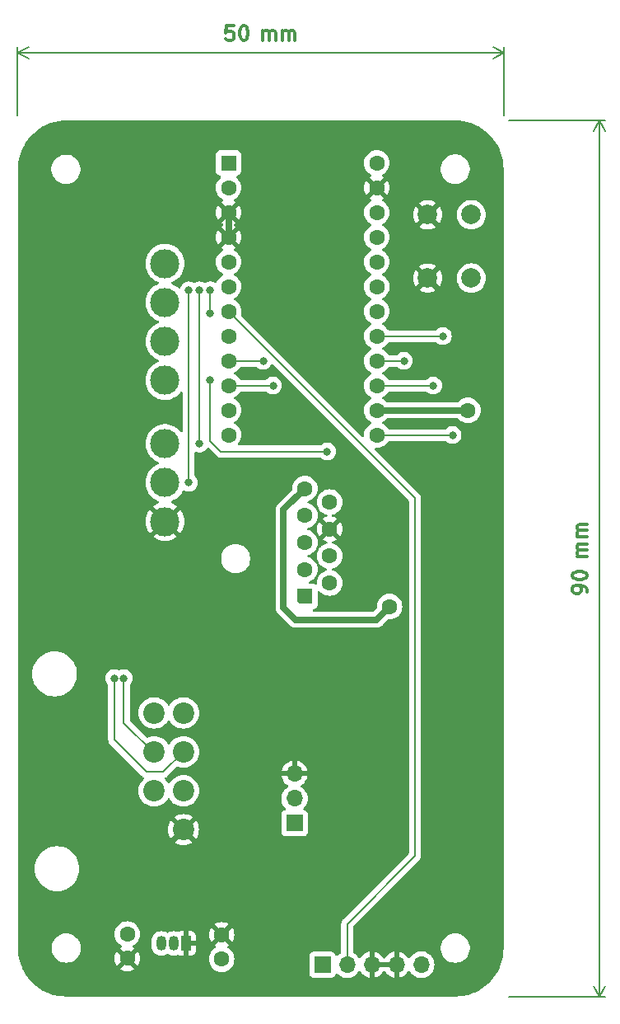
<source format=gbr>
%TF.GenerationSoftware,KiCad,Pcbnew,(7.0.0-0)*%
%TF.CreationDate,2023-05-15T11:59:49-04:00*%
%TF.ProjectId,4dapter,34646170-7465-4722-9e6b-696361645f70,rev?*%
%TF.SameCoordinates,Original*%
%TF.FileFunction,Copper,L2,Bot*%
%TF.FilePolarity,Positive*%
%FSLAX46Y46*%
G04 Gerber Fmt 4.6, Leading zero omitted, Abs format (unit mm)*
G04 Created by KiCad (PCBNEW (7.0.0-0)) date 2023-05-15 11:59:49*
%MOMM*%
%LPD*%
G01*
G04 APERTURE LIST*
G04 Aperture macros list*
%AMOutline5P*
0 Free polygon, 5 corners , with rotation*
0 The origin of the aperture is its center*
0 number of corners: always 5*
0 $1 to $10 corner X, Y*
0 $11 Rotation angle, in degrees counterclockwise*
0 create outline with 5 corners*
4,1,5,$1,$2,$3,$4,$5,$6,$7,$8,$9,$10,$1,$2,$11*%
%AMOutline6P*
0 Free polygon, 6 corners , with rotation*
0 The origin of the aperture is its center*
0 number of corners: always 6*
0 $1 to $12 corner X, Y*
0 $13 Rotation angle, in degrees counterclockwise*
0 create outline with 6 corners*
4,1,6,$1,$2,$3,$4,$5,$6,$7,$8,$9,$10,$11,$12,$1,$2,$13*%
%AMOutline7P*
0 Free polygon, 7 corners , with rotation*
0 The origin of the aperture is its center*
0 number of corners: always 7*
0 $1 to $14 corner X, Y*
0 $15 Rotation angle, in degrees counterclockwise*
0 create outline with 7 corners*
4,1,7,$1,$2,$3,$4,$5,$6,$7,$8,$9,$10,$11,$12,$13,$14,$1,$2,$15*%
%AMOutline8P*
0 Free polygon, 8 corners , with rotation*
0 The origin of the aperture is its center*
0 number of corners: always 8*
0 $1 to $16 corner X, Y*
0 $17 Rotation angle, in degrees counterclockwise*
0 create outline with 8 corners*
4,1,8,$1,$2,$3,$4,$5,$6,$7,$8,$9,$10,$11,$12,$13,$14,$15,$16,$1,$2,$17*%
G04 Aperture macros list end*
%ADD10C,0.300000*%
%TA.AperFunction,NonConductor*%
%ADD11C,0.300000*%
%TD*%
%TA.AperFunction,NonConductor*%
%ADD12C,0.200000*%
%TD*%
%TA.AperFunction,ComponentPad*%
%ADD13R,1.600000X1.600000*%
%TD*%
%TA.AperFunction,ComponentPad*%
%ADD14C,1.600000*%
%TD*%
%TA.AperFunction,ComponentPad*%
%ADD15C,2.200000*%
%TD*%
%TA.AperFunction,ComponentPad*%
%ADD16C,2.000000*%
%TD*%
%TA.AperFunction,ComponentPad*%
%ADD17R,1.700000X1.700000*%
%TD*%
%TA.AperFunction,ComponentPad*%
%ADD18O,1.700000X1.700000*%
%TD*%
%TA.AperFunction,ComponentPad*%
%ADD19C,3.000000*%
%TD*%
%TA.AperFunction,ComponentPad*%
%ADD20R,1.050000X1.500000*%
%TD*%
%TA.AperFunction,ComponentPad*%
%ADD21O,1.050000X1.500000*%
%TD*%
%TA.AperFunction,ComponentPad*%
%ADD22Outline5P,-0.800000X0.480000X-0.480000X0.800000X0.800000X0.800000X0.800000X-0.800000X-0.800000X-0.800000X90.000000*%
%TD*%
%TA.AperFunction,ViaPad*%
%ADD23C,0.800000*%
%TD*%
%TA.AperFunction,ViaPad*%
%ADD24C,1.600000*%
%TD*%
%TA.AperFunction,Conductor*%
%ADD25C,0.635000*%
%TD*%
%TA.AperFunction,Conductor*%
%ADD26C,0.200000*%
%TD*%
G04 APERTURE END LIST*
D10*
D11*
X122192857Y-40278671D02*
X121478571Y-40278671D01*
X121478571Y-40278671D02*
X121407143Y-40992957D01*
X121407143Y-40992957D02*
X121478571Y-40921528D01*
X121478571Y-40921528D02*
X121621429Y-40850100D01*
X121621429Y-40850100D02*
X121978571Y-40850100D01*
X121978571Y-40850100D02*
X122121429Y-40921528D01*
X122121429Y-40921528D02*
X122192857Y-40992957D01*
X122192857Y-40992957D02*
X122264286Y-41135814D01*
X122264286Y-41135814D02*
X122264286Y-41492957D01*
X122264286Y-41492957D02*
X122192857Y-41635814D01*
X122192857Y-41635814D02*
X122121429Y-41707242D01*
X122121429Y-41707242D02*
X121978571Y-41778671D01*
X121978571Y-41778671D02*
X121621429Y-41778671D01*
X121621429Y-41778671D02*
X121478571Y-41707242D01*
X121478571Y-41707242D02*
X121407143Y-41635814D01*
X123192857Y-40278671D02*
X123335714Y-40278671D01*
X123335714Y-40278671D02*
X123478571Y-40350100D01*
X123478571Y-40350100D02*
X123550000Y-40421528D01*
X123550000Y-40421528D02*
X123621428Y-40564385D01*
X123621428Y-40564385D02*
X123692857Y-40850100D01*
X123692857Y-40850100D02*
X123692857Y-41207242D01*
X123692857Y-41207242D02*
X123621428Y-41492957D01*
X123621428Y-41492957D02*
X123550000Y-41635814D01*
X123550000Y-41635814D02*
X123478571Y-41707242D01*
X123478571Y-41707242D02*
X123335714Y-41778671D01*
X123335714Y-41778671D02*
X123192857Y-41778671D01*
X123192857Y-41778671D02*
X123050000Y-41707242D01*
X123050000Y-41707242D02*
X122978571Y-41635814D01*
X122978571Y-41635814D02*
X122907142Y-41492957D01*
X122907142Y-41492957D02*
X122835714Y-41207242D01*
X122835714Y-41207242D02*
X122835714Y-40850100D01*
X122835714Y-40850100D02*
X122907142Y-40564385D01*
X122907142Y-40564385D02*
X122978571Y-40421528D01*
X122978571Y-40421528D02*
X123050000Y-40350100D01*
X123050000Y-40350100D02*
X123192857Y-40278671D01*
X125235713Y-41778671D02*
X125235713Y-40778671D01*
X125235713Y-40921528D02*
X125307142Y-40850100D01*
X125307142Y-40850100D02*
X125449999Y-40778671D01*
X125449999Y-40778671D02*
X125664285Y-40778671D01*
X125664285Y-40778671D02*
X125807142Y-40850100D01*
X125807142Y-40850100D02*
X125878571Y-40992957D01*
X125878571Y-40992957D02*
X125878571Y-41778671D01*
X125878571Y-40992957D02*
X125949999Y-40850100D01*
X125949999Y-40850100D02*
X126092856Y-40778671D01*
X126092856Y-40778671D02*
X126307142Y-40778671D01*
X126307142Y-40778671D02*
X126449999Y-40850100D01*
X126449999Y-40850100D02*
X126521428Y-40992957D01*
X126521428Y-40992957D02*
X126521428Y-41778671D01*
X127235713Y-41778671D02*
X127235713Y-40778671D01*
X127235713Y-40921528D02*
X127307142Y-40850100D01*
X127307142Y-40850100D02*
X127449999Y-40778671D01*
X127449999Y-40778671D02*
X127664285Y-40778671D01*
X127664285Y-40778671D02*
X127807142Y-40850100D01*
X127807142Y-40850100D02*
X127878571Y-40992957D01*
X127878571Y-40992957D02*
X127878571Y-41778671D01*
X127878571Y-40992957D02*
X127949999Y-40850100D01*
X127949999Y-40850100D02*
X128092856Y-40778671D01*
X128092856Y-40778671D02*
X128307142Y-40778671D01*
X128307142Y-40778671D02*
X128449999Y-40850100D01*
X128449999Y-40850100D02*
X128521428Y-40992957D01*
X128521428Y-40992957D02*
X128521428Y-41778671D01*
D12*
X100000000Y-49500000D02*
X100000000Y-42441180D01*
X150000000Y-49500000D02*
X150000000Y-42441180D01*
X100000000Y-43027600D02*
X150000000Y-43027600D01*
X100000000Y-43027600D02*
X150000000Y-43027600D01*
X100000000Y-43027600D02*
X101126504Y-42441179D01*
X100000000Y-43027600D02*
X101126504Y-43614021D01*
X150000000Y-43027600D02*
X148873496Y-43614021D01*
X150000000Y-43027600D02*
X148873496Y-42441179D01*
D10*
D11*
X158542471Y-98449999D02*
X158542471Y-98164285D01*
X158542471Y-98164285D02*
X158471042Y-98021428D01*
X158471042Y-98021428D02*
X158399614Y-97949999D01*
X158399614Y-97949999D02*
X158185328Y-97807142D01*
X158185328Y-97807142D02*
X157899614Y-97735713D01*
X157899614Y-97735713D02*
X157328185Y-97735713D01*
X157328185Y-97735713D02*
X157185328Y-97807142D01*
X157185328Y-97807142D02*
X157113900Y-97878571D01*
X157113900Y-97878571D02*
X157042471Y-98021428D01*
X157042471Y-98021428D02*
X157042471Y-98307142D01*
X157042471Y-98307142D02*
X157113900Y-98449999D01*
X157113900Y-98449999D02*
X157185328Y-98521428D01*
X157185328Y-98521428D02*
X157328185Y-98592856D01*
X157328185Y-98592856D02*
X157685328Y-98592856D01*
X157685328Y-98592856D02*
X157828185Y-98521428D01*
X157828185Y-98521428D02*
X157899614Y-98449999D01*
X157899614Y-98449999D02*
X157971042Y-98307142D01*
X157971042Y-98307142D02*
X157971042Y-98021428D01*
X157971042Y-98021428D02*
X157899614Y-97878571D01*
X157899614Y-97878571D02*
X157828185Y-97807142D01*
X157828185Y-97807142D02*
X157685328Y-97735713D01*
X157042471Y-96807142D02*
X157042471Y-96664285D01*
X157042471Y-96664285D02*
X157113900Y-96521428D01*
X157113900Y-96521428D02*
X157185328Y-96450000D01*
X157185328Y-96450000D02*
X157328185Y-96378571D01*
X157328185Y-96378571D02*
X157613900Y-96307142D01*
X157613900Y-96307142D02*
X157971042Y-96307142D01*
X157971042Y-96307142D02*
X158256757Y-96378571D01*
X158256757Y-96378571D02*
X158399614Y-96450000D01*
X158399614Y-96450000D02*
X158471042Y-96521428D01*
X158471042Y-96521428D02*
X158542471Y-96664285D01*
X158542471Y-96664285D02*
X158542471Y-96807142D01*
X158542471Y-96807142D02*
X158471042Y-96950000D01*
X158471042Y-96950000D02*
X158399614Y-97021428D01*
X158399614Y-97021428D02*
X158256757Y-97092857D01*
X158256757Y-97092857D02*
X157971042Y-97164285D01*
X157971042Y-97164285D02*
X157613900Y-97164285D01*
X157613900Y-97164285D02*
X157328185Y-97092857D01*
X157328185Y-97092857D02*
X157185328Y-97021428D01*
X157185328Y-97021428D02*
X157113900Y-96950000D01*
X157113900Y-96950000D02*
X157042471Y-96807142D01*
X158542471Y-94764286D02*
X157542471Y-94764286D01*
X157685328Y-94764286D02*
X157613900Y-94692857D01*
X157613900Y-94692857D02*
X157542471Y-94550000D01*
X157542471Y-94550000D02*
X157542471Y-94335714D01*
X157542471Y-94335714D02*
X157613900Y-94192857D01*
X157613900Y-94192857D02*
X157756757Y-94121429D01*
X157756757Y-94121429D02*
X158542471Y-94121429D01*
X157756757Y-94121429D02*
X157613900Y-94050000D01*
X157613900Y-94050000D02*
X157542471Y-93907143D01*
X157542471Y-93907143D02*
X157542471Y-93692857D01*
X157542471Y-93692857D02*
X157613900Y-93550000D01*
X157613900Y-93550000D02*
X157756757Y-93478571D01*
X157756757Y-93478571D02*
X158542471Y-93478571D01*
X158542471Y-92764286D02*
X157542471Y-92764286D01*
X157685328Y-92764286D02*
X157613900Y-92692857D01*
X157613900Y-92692857D02*
X157542471Y-92550000D01*
X157542471Y-92550000D02*
X157542471Y-92335714D01*
X157542471Y-92335714D02*
X157613900Y-92192857D01*
X157613900Y-92192857D02*
X157756757Y-92121429D01*
X157756757Y-92121429D02*
X158542471Y-92121429D01*
X157756757Y-92121429D02*
X157613900Y-92050000D01*
X157613900Y-92050000D02*
X157542471Y-91907143D01*
X157542471Y-91907143D02*
X157542471Y-91692857D01*
X157542471Y-91692857D02*
X157613900Y-91550000D01*
X157613900Y-91550000D02*
X157756757Y-91478571D01*
X157756757Y-91478571D02*
X158542471Y-91478571D01*
D12*
X150500000Y-50000000D02*
X160377820Y-50000000D01*
X150500000Y-140000000D02*
X160377820Y-140000000D01*
X159791400Y-50000000D02*
X159791400Y-140000000D01*
X159791400Y-50000000D02*
X159791400Y-140000000D01*
X159791400Y-50000000D02*
X160377821Y-51126504D01*
X159791400Y-50000000D02*
X159204979Y-51126504D01*
X159791400Y-140000000D02*
X159204979Y-138873496D01*
X159791400Y-140000000D02*
X160377821Y-138873496D01*
D13*
%TO.P,U1,1,TX*%
%TO.N,Net-(U1-TX)*%
X121691399Y-54381399D03*
D14*
%TO.P,U1,2,RX*%
%TO.N,Net-(U1-RX)*%
X121691400Y-56921400D03*
%TO.P,U1,3,GND*%
%TO.N,GND*%
X121691400Y-59461400D03*
%TO.P,U1,4,GND*%
X121691400Y-62001400D03*
%TO.P,U1,5,SDA(2)*%
%TO.N,Net-(J1-LATCH)*%
X121691400Y-64541400D03*
%TO.P,U1,6,SCL(3)*%
%TO.N,Net-(J1-CLK)*%
X121691400Y-67081400D03*
%TO.P,U1,7,D4(4)*%
%TO.N,Net-(J4-Pin_2)*%
X121691400Y-69621400D03*
%TO.P,U1,8,C6(5)*%
%TO.N,Net-(U1-C6(5))*%
X121691400Y-72161400D03*
%TO.P,U1,9,D7(6)*%
%TO.N,Net-(U1-D7(6))*%
X121691400Y-74701400D03*
%TO.P,U1,10,E6(7)*%
%TO.N,Net-(U1-E6(7))*%
X121691400Y-77241400D03*
%TO.P,U1,11,B4(8)*%
%TO.N,Net-(J1-DATA3)*%
X121691400Y-79781400D03*
%TO.P,U1,12,B5(9)*%
%TO.N,Net-(J1-DATA4)*%
X121691400Y-82321400D03*
%TO.P,U1,13,(10)B6*%
%TO.N,Net-(U1-(10)B6)*%
X136931400Y-82321400D03*
%TO.P,U1,14,(16)B2*%
%TO.N,Net-(JP1-A)*%
X136931400Y-79781400D03*
%TO.P,U1,15,(14)B3*%
%TO.N,Net-(U1-(14)B3)*%
X136931400Y-77241400D03*
%TO.P,U1,16,(15)B1*%
%TO.N,Net-(U1-(15)B1)*%
X136931400Y-74701400D03*
%TO.P,U1,17,(A0)F7*%
%TO.N,Net-(J1-DATA)*%
X136931400Y-72161400D03*
%TO.P,U1,18,(A1)F6*%
%TO.N,Net-(U1-(A1)F6)*%
X136931400Y-69621400D03*
%TO.P,U1,19,(A2)F5*%
%TO.N,Net-(U1-(A2)F5)*%
X136931400Y-67081400D03*
%TO.P,U1,20,(A3)F4*%
%TO.N,Net-(U1-(A3)F4)*%
X136931400Y-64541400D03*
%TO.P,U1,21,VCC*%
%TO.N,Net-(J1-VCC)*%
X136931400Y-62001400D03*
%TO.P,U1,22,RST*%
%TO.N,Net-(U1-RST)*%
X136931400Y-59461400D03*
%TO.P,U1,23,GND*%
%TO.N,GND*%
X136931400Y-56921400D03*
%TO.P,U1,24,RAW*%
%TO.N,Net-(U1-RAW)*%
X136931400Y-54381400D03*
%TD*%
D15*
%TO.P,J1,1,GND*%
%TO.N,GND*%
X117043200Y-122845600D03*
%TO.P,J1,2,CLK*%
%TO.N,Net-(J1-CLK)*%
X117043200Y-118845600D03*
%TO.P,J1,3,LATCH*%
%TO.N,Net-(J1-LATCH)*%
X117043200Y-114845600D03*
%TO.P,J1,4,DATA*%
%TO.N,Net-(J1-DATA)*%
X117043200Y-110845600D03*
%TO.P,J1,5,DATA4*%
%TO.N,Net-(J1-DATA4)*%
X114043200Y-110845600D03*
%TO.P,J1,6,DATA3*%
%TO.N,Net-(J1-DATA3)*%
X114043200Y-114845600D03*
%TO.P,J1,7,VCC*%
%TO.N,Net-(J1-VCC)*%
X114043200Y-118845600D03*
%TD*%
D16*
%TO.P,RESET,1,1*%
%TO.N,GND*%
X142159600Y-66192400D03*
X142159600Y-59692400D03*
%TO.P,RESET,2,2*%
%TO.N,Net-(U1-RST)*%
X146659600Y-66192400D03*
X146659600Y-59692400D03*
%TD*%
D14*
%TO.P,C2,1*%
%TO.N,Net-(J4-Pin_5)*%
X111277400Y-133559400D03*
%TO.P,C2,2*%
%TO.N,GND*%
X111277400Y-136059400D03*
%TD*%
D17*
%TO.P,U3,1,3V3*%
%TO.N,Net-(J4-Pin_5)*%
X128469399Y-122173999D03*
D18*
%TO.P,U3,2,DATA*%
%TO.N,Net-(U1-(10)B6)*%
X128469399Y-119633999D03*
%TO.P,U3,3,GND*%
%TO.N,GND*%
X128469399Y-117093999D03*
%TD*%
D14*
%TO.P,C1,1*%
%TO.N,Net-(U1-RAW)*%
X120980200Y-136129400D03*
%TO.P,C1,2*%
%TO.N,GND*%
X120980200Y-133629400D03*
%TD*%
D19*
%TO.P,U4,1,VCC*%
%TO.N,Net-(J1-VCC)*%
X115156200Y-64694400D03*
%TO.P,U4,2,CLOCK*%
%TO.N,Net-(J1-CLK)*%
X115156200Y-68694400D03*
%TO.P,U4,3,LATCH*%
%TO.N,Net-(J1-LATCH)*%
X115156200Y-72694400D03*
%TO.P,U4,4,DATA*%
%TO.N,Net-(U1-(A1)F6)*%
X115156200Y-76694400D03*
%TO.P,U4,5,DATA2*%
%TO.N,Net-(U1-RX)*%
X115156200Y-83194400D03*
%TO.P,U4,6,DATA3*%
%TO.N,Net-(U1-TX)*%
X115156200Y-87194400D03*
%TO.P,U4,7,GND*%
%TO.N,GND*%
X115156200Y-91194400D03*
%TD*%
D20*
%TO.P,U2,1,GND*%
%TO.N,GND*%
X117317199Y-134519399D03*
D21*
%TO.P,U2,2,VI*%
%TO.N,Net-(U1-RAW)*%
X116047199Y-134519399D03*
%TO.P,U2,3,VO*%
%TO.N,Net-(J4-Pin_5)*%
X114777199Y-134519399D03*
%TD*%
D22*
%TO.P,J3,1,1*%
%TO.N,Net-(U1-C6(5))*%
X129547199Y-98892699D03*
D14*
%TO.P,J3,2,2*%
%TO.N,Net-(U1-D7(6))*%
X129547200Y-96122700D03*
%TO.P,J3,3,3*%
%TO.N,Net-(U1-(A2)F5)*%
X129547200Y-93352700D03*
%TO.P,J3,4,4*%
%TO.N,Net-(U1-(A3)F4)*%
X129547200Y-90582700D03*
%TO.P,J3,5,5*%
%TO.N,Net-(JP1-C)*%
X129547200Y-87812700D03*
%TO.P,J3,6,6*%
%TO.N,Net-(U1-(14)B3)*%
X132087200Y-97507700D03*
%TO.P,J3,7,7*%
%TO.N,Net-(U1-E6(7))*%
X132087200Y-94737700D03*
%TO.P,J3,8,8*%
%TO.N,GND*%
X132087200Y-91967700D03*
%TO.P,J3,9,9*%
%TO.N,Net-(U1-(15)B1)*%
X132087200Y-89197700D03*
%TD*%
D17*
%TO.P,J4,1,Pin_1*%
%TO.N,Net-(J1-VCC)*%
X131343399Y-136702799D03*
D18*
%TO.P,J4,2,Pin_2*%
%TO.N,Net-(J4-Pin_2)*%
X133883399Y-136702799D03*
%TO.P,J4,3,Pin_3*%
%TO.N,GND*%
X136423399Y-136702799D03*
%TO.P,J4,4,Pin_4*%
X138963399Y-136702799D03*
%TO.P,J4,5,Pin_5*%
%TO.N,Net-(J4-Pin_5)*%
X141503399Y-136702799D03*
%TD*%
D23*
%TO.N,Net-(J1-LATCH)*%
X119811800Y-67462400D03*
X109922733Y-107289600D03*
X119811800Y-69824600D03*
%TO.N,Net-(J1-DATA)*%
X143725400Y-72161400D03*
%TO.N,Net-(J1-DATA3)*%
X110930266Y-107289600D03*
%TO.N,Net-(U1-D7(6))*%
X125256800Y-74701400D03*
%TO.N,Net-(U1-(14)B3)*%
X142725400Y-77241400D03*
%TO.N,Net-(U1-E6(7))*%
X126256800Y-77241400D03*
%TO.N,Net-(U1-(15)B1)*%
X139725400Y-74701400D03*
%TO.N,Net-(U1-TX)*%
X117602000Y-67462400D03*
X117602000Y-87194400D03*
%TO.N,Net-(U1-RX)*%
X118706900Y-67462400D03*
X118706900Y-83194400D03*
%TO.N,Net-(U1-(10)B6)*%
X144725400Y-82321400D03*
%TO.N,Net-(U1-(A1)F6)*%
X131835400Y-84010500D03*
X119811800Y-76694400D03*
D24*
%TO.N,Net-(JP1-C)*%
X138247600Y-99923600D03*
%TO.N,Net-(JP1-A)*%
X146304000Y-79781400D03*
%TD*%
D25*
%TO.N,GND*%
X121691400Y-59461400D02*
X121691400Y-62001400D01*
D26*
%TO.N,Net-(J1-LATCH)*%
X114972600Y-116916200D02*
X117043200Y-114845600D01*
X109922733Y-107289600D02*
X109922733Y-113605733D01*
X109922733Y-113605733D02*
X113233200Y-116916200D01*
X119811800Y-67462400D02*
X119811800Y-69824600D01*
X113233200Y-116916200D02*
X114972600Y-116916200D01*
%TO.N,Net-(J1-DATA)*%
X136931400Y-72161400D02*
X143725400Y-72161400D01*
%TO.N,Net-(J1-DATA3)*%
X110930266Y-111882466D02*
X113997000Y-114949200D01*
X110930266Y-107289600D02*
X110930266Y-111882466D01*
%TO.N,Net-(U1-D7(6))*%
X121691400Y-74701400D02*
X125256800Y-74701400D01*
%TO.N,Net-(U1-(14)B3)*%
X136931400Y-77241400D02*
X142725400Y-77241400D01*
%TO.N,Net-(U1-E6(7))*%
X121691400Y-77241400D02*
X126256800Y-77241400D01*
%TO.N,Net-(U1-(15)B1)*%
X136931400Y-74701400D02*
X139725400Y-74701400D01*
%TO.N,Net-(U1-TX)*%
X117602000Y-67462400D02*
X117602000Y-87194400D01*
%TO.N,Net-(U1-RX)*%
X118706900Y-67462400D02*
X118706900Y-83194400D01*
%TO.N,Net-(U1-(10)B6)*%
X136931400Y-82321400D02*
X144725400Y-82321400D01*
%TO.N,Net-(U1-(A1)F6)*%
X120891300Y-84010500D02*
X131835400Y-84010500D01*
X119811800Y-82931000D02*
X120891300Y-84010500D01*
X119811800Y-76694400D02*
X119811800Y-82931000D01*
%TO.N,Net-(J4-Pin_2)*%
X140843000Y-125552200D02*
X140843000Y-88773000D01*
X140843000Y-88773000D02*
X121691400Y-69621400D01*
X140843000Y-125552200D02*
X133883400Y-132511800D01*
X133883400Y-132511800D02*
X133883400Y-136702800D01*
D25*
%TO.N,Net-(JP1-C)*%
X128600200Y-101269800D02*
X127355600Y-100025200D01*
X136901400Y-101269800D02*
X138247600Y-99923600D01*
X127355600Y-100025200D02*
X127355600Y-90004300D01*
X127355600Y-90004300D02*
X129547200Y-87812700D01*
X136901400Y-101269800D02*
X128600200Y-101269800D01*
%TO.N,Net-(JP1-A)*%
X146304000Y-79781400D02*
X136931400Y-79781400D01*
%TD*%
%TA.AperFunction,Conductor*%
%TO.N,GND*%
G36*
X144991715Y-50025501D02*
G01*
X144997439Y-50025501D01*
X145002562Y-50025606D01*
X145405682Y-50042279D01*
X145415855Y-50043122D01*
X145813702Y-50092714D01*
X145823782Y-50094396D01*
X146216162Y-50176669D01*
X146226070Y-50179178D01*
X146610318Y-50293574D01*
X146619986Y-50296893D01*
X146926952Y-50416673D01*
X146993448Y-50442620D01*
X147002833Y-50446736D01*
X147073486Y-50481276D01*
X147362996Y-50622808D01*
X147372004Y-50627683D01*
X147716396Y-50832896D01*
X147724975Y-50838502D01*
X148051231Y-51071443D01*
X148059308Y-51077730D01*
X148059311Y-51077733D01*
X148059313Y-51077734D01*
X148365223Y-51336827D01*
X148372763Y-51343768D01*
X148656231Y-51627236D01*
X148663172Y-51634776D01*
X148922265Y-51940686D01*
X148928560Y-51948774D01*
X149161497Y-52275024D01*
X149167103Y-52283603D01*
X149372316Y-52627995D01*
X149377194Y-52637009D01*
X149553263Y-52997166D01*
X149557379Y-53006551D01*
X149703101Y-53380001D01*
X149706429Y-53389694D01*
X149820817Y-53773916D01*
X149823333Y-53783851D01*
X149905600Y-54176203D01*
X149907287Y-54186312D01*
X149956875Y-54584123D01*
X149957721Y-54594337D01*
X149974394Y-54997461D01*
X149974500Y-55002585D01*
X149974500Y-134997439D01*
X149974394Y-135002563D01*
X149957722Y-135405662D01*
X149956876Y-135415876D01*
X149907287Y-135813690D01*
X149905600Y-135823798D01*
X149823334Y-136216146D01*
X149820818Y-136226082D01*
X149706430Y-136610306D01*
X149703102Y-136619999D01*
X149557376Y-136993459D01*
X149553260Y-137002844D01*
X149377200Y-137362981D01*
X149372322Y-137371994D01*
X149167108Y-137716390D01*
X149161502Y-137724971D01*
X148928560Y-138051224D01*
X148922266Y-138059311D01*
X148663168Y-138365229D01*
X148656226Y-138372769D01*
X148372769Y-138656226D01*
X148365229Y-138663168D01*
X148059311Y-138922266D01*
X148051224Y-138928560D01*
X147724971Y-139161502D01*
X147716390Y-139167108D01*
X147371994Y-139372322D01*
X147362981Y-139377200D01*
X147002844Y-139553260D01*
X146993459Y-139557376D01*
X146619999Y-139703102D01*
X146610306Y-139706430D01*
X146226082Y-139820818D01*
X146216146Y-139823334D01*
X145823798Y-139905600D01*
X145813690Y-139907287D01*
X145415876Y-139956876D01*
X145405662Y-139957722D01*
X145002563Y-139974394D01*
X144997439Y-139974500D01*
X105002561Y-139974500D01*
X104997437Y-139974394D01*
X104594337Y-139957722D01*
X104584123Y-139956876D01*
X104186309Y-139907287D01*
X104176201Y-139905600D01*
X103783853Y-139823334D01*
X103773917Y-139820818D01*
X103389693Y-139706430D01*
X103380000Y-139703102D01*
X103006540Y-139557376D01*
X102997155Y-139553260D01*
X102637010Y-139377195D01*
X102628005Y-139372322D01*
X102283609Y-139167108D01*
X102275028Y-139161502D01*
X101948775Y-138928560D01*
X101940688Y-138922266D01*
X101634770Y-138663168D01*
X101627230Y-138656226D01*
X101343773Y-138372769D01*
X101336831Y-138365229D01*
X101077733Y-138059311D01*
X101071439Y-138051224D01*
X100885421Y-137790692D01*
X100838493Y-137724965D01*
X100832891Y-137716390D01*
X100627677Y-137371994D01*
X100622808Y-137362998D01*
X100512863Y-137138103D01*
X110555617Y-137138103D01*
X110563050Y-137146214D01*
X110620477Y-137186425D01*
X110629827Y-137191823D01*
X110826168Y-137283379D01*
X110836302Y-137287067D01*
X111045562Y-137343139D01*
X111056193Y-137345013D01*
X111272005Y-137363894D01*
X111282795Y-137363894D01*
X111498606Y-137345013D01*
X111509237Y-137343139D01*
X111718497Y-137287067D01*
X111728631Y-137283379D01*
X111924975Y-137191822D01*
X111934320Y-137186426D01*
X111991748Y-137146214D01*
X111999180Y-137138103D01*
X111993267Y-137128821D01*
X111288942Y-136424495D01*
X111277400Y-136417831D01*
X111265857Y-136424495D01*
X110561528Y-137128824D01*
X110555617Y-137138103D01*
X100512863Y-137138103D01*
X100446732Y-137002830D01*
X100442623Y-136993459D01*
X100357485Y-136775270D01*
X100296892Y-136619987D01*
X100293573Y-136610319D01*
X100179181Y-136226082D01*
X100176665Y-136216146D01*
X100094399Y-135823798D01*
X100092712Y-135813690D01*
X100085156Y-135753074D01*
X100043121Y-135415855D01*
X100042278Y-135405682D01*
X100030642Y-135124335D01*
X103499500Y-135124335D01*
X103500343Y-135129387D01*
X103500344Y-135129398D01*
X103532236Y-135320514D01*
X103540429Y-135369614D01*
X103542093Y-135374461D01*
X103542094Y-135374465D01*
X103619507Y-135599962D01*
X103619510Y-135599969D01*
X103621172Y-135604810D01*
X103623607Y-135609310D01*
X103623610Y-135609316D01*
X103737084Y-135818997D01*
X103739526Y-135823509D01*
X103742676Y-135827557D01*
X103742678Y-135827559D01*
X103742937Y-135827892D01*
X103892262Y-136019744D01*
X103896029Y-136023211D01*
X103896032Y-136023215D01*
X104011380Y-136129400D01*
X104075215Y-136188164D01*
X104118045Y-136216146D01*
X104279099Y-136321368D01*
X104279102Y-136321369D01*
X104283393Y-136324173D01*
X104511119Y-136424063D01*
X104752179Y-136485108D01*
X104937933Y-136500500D01*
X105059497Y-136500500D01*
X105062067Y-136500500D01*
X105247821Y-136485108D01*
X105488881Y-136424063D01*
X105716607Y-136324173D01*
X105924785Y-136188164D01*
X106058800Y-136064795D01*
X109972906Y-136064795D01*
X109991786Y-136280606D01*
X109993660Y-136291237D01*
X110049732Y-136500497D01*
X110053420Y-136510631D01*
X110144976Y-136706972D01*
X110150374Y-136716322D01*
X110190584Y-136773748D01*
X110198695Y-136781181D01*
X110207974Y-136775270D01*
X110912303Y-136070942D01*
X110918967Y-136059399D01*
X111635831Y-136059399D01*
X111642495Y-136070942D01*
X112346821Y-136775267D01*
X112356103Y-136781180D01*
X112364214Y-136773748D01*
X112404426Y-136716320D01*
X112409822Y-136706975D01*
X112501379Y-136510631D01*
X112505067Y-136500497D01*
X112561139Y-136291237D01*
X112563013Y-136280606D01*
X112576242Y-136129400D01*
X119666702Y-136129400D01*
X119667174Y-136134795D01*
X119686184Y-136352088D01*
X119686185Y-136352095D01*
X119686657Y-136357487D01*
X119688056Y-136362708D01*
X119688058Y-136362719D01*
X119744516Y-136573421D01*
X119744518Y-136573428D01*
X119745916Y-136578643D01*
X119748200Y-136583543D01*
X119748202Y-136583546D01*
X119762971Y-136615218D01*
X119842677Y-136786149D01*
X119845784Y-136790586D01*
X119970896Y-136969265D01*
X119970899Y-136969269D01*
X119974002Y-136973700D01*
X120135900Y-137135598D01*
X120140332Y-137138701D01*
X120140334Y-137138703D01*
X120151061Y-137146214D01*
X120323451Y-137266923D01*
X120530957Y-137363684D01*
X120536177Y-137365082D01*
X120536178Y-137365083D01*
X120746880Y-137421541D01*
X120746882Y-137421541D01*
X120752113Y-137422943D01*
X120980200Y-137442898D01*
X121208287Y-137422943D01*
X121429443Y-137363684D01*
X121636949Y-137266923D01*
X121824500Y-137135598D01*
X121986398Y-136973700D01*
X122117723Y-136786149D01*
X122214484Y-136578643D01*
X122273743Y-136357487D01*
X122293698Y-136129400D01*
X122273743Y-135901313D01*
X122264155Y-135865532D01*
X122215883Y-135685378D01*
X122215882Y-135685377D01*
X122214484Y-135680157D01*
X122117723Y-135472651D01*
X121986398Y-135285100D01*
X121824500Y-135123202D01*
X121820069Y-135120099D01*
X121820065Y-135120096D01*
X121641386Y-134994984D01*
X121641387Y-134994984D01*
X121636949Y-134991877D01*
X121626690Y-134987093D01*
X121574513Y-134941336D01*
X121555093Y-134874708D01*
X121574516Y-134808081D01*
X121623454Y-134765167D01*
X121623086Y-134764530D01*
X121626293Y-134762678D01*
X121626696Y-134762325D01*
X121627781Y-134761818D01*
X121637120Y-134756426D01*
X121694548Y-134716214D01*
X121701980Y-134708103D01*
X121696067Y-134698821D01*
X120991742Y-133994495D01*
X120980199Y-133987831D01*
X120968657Y-133994495D01*
X120264328Y-134698824D01*
X120258417Y-134708103D01*
X120265850Y-134716214D01*
X120323277Y-134756425D01*
X120332622Y-134761820D01*
X120333710Y-134762328D01*
X120334113Y-134762681D01*
X120337313Y-134764529D01*
X120336945Y-134765165D01*
X120385886Y-134808085D01*
X120405306Y-134874710D01*
X120385887Y-134941335D01*
X120333713Y-134987091D01*
X120329919Y-134988860D01*
X120328357Y-134989589D01*
X120328354Y-134989590D01*
X120323451Y-134991877D01*
X120319017Y-134994981D01*
X120319013Y-134994984D01*
X120140334Y-135120096D01*
X120140324Y-135120103D01*
X120135900Y-135123202D01*
X120132074Y-135127027D01*
X120132068Y-135127033D01*
X119977833Y-135281268D01*
X119977827Y-135281274D01*
X119974002Y-135285100D01*
X119970903Y-135289524D01*
X119970896Y-135289534D01*
X119845784Y-135468213D01*
X119845781Y-135468217D01*
X119842677Y-135472651D01*
X119840388Y-135477559D01*
X119840385Y-135477565D01*
X119748202Y-135675253D01*
X119748199Y-135675260D01*
X119745916Y-135680157D01*
X119744519Y-135685367D01*
X119744516Y-135685378D01*
X119688058Y-135896080D01*
X119688055Y-135896092D01*
X119686657Y-135901313D01*
X119686185Y-135906702D01*
X119686184Y-135906711D01*
X119672887Y-136058703D01*
X119666702Y-136129400D01*
X112576242Y-136129400D01*
X112581894Y-136064795D01*
X112581894Y-136054005D01*
X112563013Y-135838193D01*
X112561139Y-135827562D01*
X112505067Y-135618302D01*
X112501379Y-135608168D01*
X112409823Y-135411827D01*
X112404425Y-135402477D01*
X112364214Y-135345050D01*
X112356103Y-135337617D01*
X112346824Y-135343528D01*
X111642495Y-136047857D01*
X111635831Y-136059399D01*
X110918967Y-136059399D01*
X110912303Y-136047857D01*
X110207974Y-135343528D01*
X110198696Y-135337617D01*
X110190583Y-135345051D01*
X110150371Y-135402481D01*
X110144977Y-135411825D01*
X110053420Y-135608168D01*
X110049732Y-135618302D01*
X109993660Y-135827562D01*
X109991786Y-135838193D01*
X109972906Y-136054005D01*
X109972906Y-136064795D01*
X106058800Y-136064795D01*
X106107738Y-136019744D01*
X106260474Y-135823509D01*
X106378828Y-135604810D01*
X106459571Y-135369614D01*
X106500500Y-135124335D01*
X106500500Y-134875665D01*
X106459571Y-134630386D01*
X106383065Y-134407531D01*
X106380492Y-134400037D01*
X106380491Y-134400036D01*
X106378828Y-134395190D01*
X106260474Y-134176491D01*
X106107738Y-133980256D01*
X106103970Y-133976787D01*
X106103967Y-133976784D01*
X105928560Y-133815311D01*
X105928559Y-133815310D01*
X105924785Y-133811836D01*
X105791692Y-133724882D01*
X105720900Y-133678631D01*
X105720893Y-133678627D01*
X105716607Y-133675827D01*
X105711916Y-133673769D01*
X105711910Y-133673766D01*
X105493577Y-133577997D01*
X105493578Y-133577997D01*
X105488881Y-133575937D01*
X105483911Y-133574678D01*
X105483910Y-133574678D01*
X105423579Y-133559400D01*
X109963902Y-133559400D01*
X109964374Y-133564795D01*
X109983384Y-133782088D01*
X109983385Y-133782095D01*
X109983857Y-133787487D01*
X109985256Y-133792708D01*
X109985258Y-133792719D01*
X110041716Y-134003421D01*
X110041718Y-134003428D01*
X110043116Y-134008643D01*
X110139877Y-134216149D01*
X110142984Y-134220586D01*
X110268096Y-134399265D01*
X110268099Y-134399269D01*
X110271202Y-134403700D01*
X110433100Y-134565598D01*
X110620651Y-134696923D01*
X110630906Y-134701705D01*
X110683081Y-134747454D01*
X110702506Y-134814076D01*
X110683094Y-134880701D01*
X110634145Y-134923638D01*
X110634511Y-134924272D01*
X110631327Y-134926109D01*
X110630925Y-134926463D01*
X110629836Y-134926970D01*
X110620481Y-134932371D01*
X110563051Y-134972583D01*
X110555617Y-134980696D01*
X110561528Y-134989974D01*
X111265857Y-135694303D01*
X111277400Y-135700967D01*
X111288942Y-135694303D01*
X111993270Y-134989974D01*
X111999181Y-134980695D01*
X111991748Y-134972584D01*
X111934322Y-134932374D01*
X111924971Y-134926975D01*
X111923881Y-134926467D01*
X111923477Y-134926113D01*
X111920287Y-134924271D01*
X111920653Y-134923636D01*
X111871707Y-134880705D01*
X111852293Y-134814077D01*
X111857804Y-134795175D01*
X113743700Y-134795175D01*
X113743997Y-134798193D01*
X113743998Y-134798208D01*
X113758056Y-134940935D01*
X113758057Y-134940940D01*
X113758654Y-134947001D01*
X113760421Y-134952826D01*
X113760422Y-134952831D01*
X113815982Y-135135990D01*
X113817750Y-135141817D01*
X113820619Y-135147185D01*
X113820621Y-135147189D01*
X113909740Y-135313918D01*
X113913718Y-135321360D01*
X114042869Y-135478731D01*
X114200240Y-135607882D01*
X114379783Y-135703850D01*
X114574599Y-135762946D01*
X114777200Y-135782901D01*
X114979801Y-135762946D01*
X115174617Y-135703850D01*
X115353750Y-135608100D01*
X115412200Y-135593460D01*
X115470649Y-135608100D01*
X115649783Y-135703850D01*
X115844599Y-135762946D01*
X116047200Y-135782901D01*
X116249801Y-135762946D01*
X116444617Y-135703850D01*
X116444660Y-135703992D01*
X116495434Y-135695296D01*
X116548232Y-135710288D01*
X116558423Y-135715853D01*
X116677558Y-135760288D01*
X116692532Y-135763826D01*
X116741085Y-135769046D01*
X116747682Y-135769400D01*
X117050874Y-135769400D01*
X117063749Y-135765949D01*
X117067200Y-135753074D01*
X117567200Y-135753074D01*
X117570650Y-135765949D01*
X117583526Y-135769400D01*
X117886718Y-135769400D01*
X117893314Y-135769046D01*
X117941867Y-135763826D01*
X117956841Y-135760288D01*
X118075977Y-135715852D01*
X118091389Y-135707437D01*
X118192292Y-135631901D01*
X118204701Y-135619492D01*
X118280237Y-135518589D01*
X118288652Y-135503177D01*
X118333088Y-135384041D01*
X118336626Y-135369067D01*
X118341846Y-135320514D01*
X118342200Y-135313918D01*
X118342200Y-134785726D01*
X118338749Y-134772850D01*
X118325874Y-134769400D01*
X117583526Y-134769400D01*
X117570650Y-134772850D01*
X117567200Y-134785726D01*
X117567200Y-135753074D01*
X117067200Y-135753074D01*
X117067200Y-134938332D01*
X117067797Y-134926178D01*
X117070856Y-134895116D01*
X117080700Y-134795175D01*
X117080700Y-134253074D01*
X117567200Y-134253074D01*
X117570650Y-134265949D01*
X117583526Y-134269400D01*
X118325874Y-134269400D01*
X118338749Y-134265949D01*
X118342200Y-134253074D01*
X118342200Y-133724882D01*
X118341846Y-133718285D01*
X118336626Y-133669732D01*
X118333088Y-133654758D01*
X118325642Y-133634795D01*
X119675706Y-133634795D01*
X119694586Y-133850606D01*
X119696460Y-133861237D01*
X119752532Y-134070497D01*
X119756220Y-134080631D01*
X119847776Y-134276972D01*
X119853174Y-134286322D01*
X119893384Y-134343748D01*
X119901495Y-134351181D01*
X119910774Y-134345270D01*
X120615103Y-133640942D01*
X120621767Y-133629400D01*
X121338631Y-133629400D01*
X121345295Y-133640942D01*
X122049621Y-134345267D01*
X122058903Y-134351180D01*
X122067014Y-134343748D01*
X122107226Y-134286320D01*
X122112622Y-134276975D01*
X122204179Y-134080631D01*
X122207867Y-134070497D01*
X122263939Y-133861237D01*
X122265813Y-133850606D01*
X122284694Y-133634795D01*
X122284694Y-133624005D01*
X122265813Y-133408193D01*
X122263939Y-133397562D01*
X122207867Y-133188302D01*
X122204179Y-133178168D01*
X122112623Y-132981827D01*
X122107225Y-132972477D01*
X122067014Y-132915050D01*
X122058903Y-132907617D01*
X122049624Y-132913528D01*
X121345295Y-133617857D01*
X121338631Y-133629400D01*
X120621767Y-133629400D01*
X120615103Y-133617857D01*
X119910774Y-132913528D01*
X119901496Y-132907617D01*
X119893383Y-132915051D01*
X119853171Y-132972481D01*
X119847777Y-132981825D01*
X119756220Y-133178168D01*
X119752532Y-133188302D01*
X119696460Y-133397562D01*
X119694586Y-133408193D01*
X119675706Y-133624005D01*
X119675706Y-133634795D01*
X118325642Y-133634795D01*
X118288652Y-133535622D01*
X118280237Y-133520210D01*
X118204701Y-133419307D01*
X118192292Y-133406898D01*
X118091389Y-133331362D01*
X118075977Y-133322947D01*
X117956841Y-133278511D01*
X117941867Y-133274973D01*
X117893314Y-133269753D01*
X117886718Y-133269400D01*
X117583526Y-133269400D01*
X117570650Y-133272850D01*
X117567200Y-133285726D01*
X117567200Y-134253074D01*
X117080700Y-134253074D01*
X117080700Y-134243625D01*
X117067797Y-134112622D01*
X117067200Y-134100468D01*
X117067200Y-133285726D01*
X117063749Y-133272850D01*
X117050874Y-133269400D01*
X116747682Y-133269400D01*
X116741085Y-133269753D01*
X116692532Y-133274973D01*
X116677558Y-133278511D01*
X116558422Y-133322947D01*
X116548227Y-133328514D01*
X116495437Y-133343503D01*
X116444659Y-133334809D01*
X116444617Y-133334950D01*
X116443494Y-133334609D01*
X116443491Y-133334608D01*
X116432789Y-133331362D01*
X116255631Y-133277622D01*
X116255626Y-133277621D01*
X116249801Y-133275854D01*
X116243740Y-133275257D01*
X116243735Y-133275256D01*
X116053261Y-133256496D01*
X116047200Y-133255899D01*
X116041139Y-133256496D01*
X115850664Y-133275256D01*
X115850657Y-133275257D01*
X115844599Y-133275854D01*
X115838775Y-133277620D01*
X115838768Y-133277622D01*
X115655609Y-133333182D01*
X115655602Y-133333184D01*
X115649783Y-133334950D01*
X115644417Y-133337817D01*
X115644410Y-133337821D01*
X115470653Y-133430697D01*
X115412200Y-133445339D01*
X115353747Y-133430697D01*
X115179989Y-133337821D01*
X115179985Y-133337819D01*
X115174617Y-133334950D01*
X115168793Y-133333183D01*
X115168790Y-133333182D01*
X114985631Y-133277622D01*
X114985626Y-133277621D01*
X114979801Y-133275854D01*
X114973740Y-133275257D01*
X114973735Y-133275256D01*
X114783261Y-133256496D01*
X114777200Y-133255899D01*
X114771139Y-133256496D01*
X114580664Y-133275256D01*
X114580657Y-133275257D01*
X114574599Y-133275854D01*
X114568775Y-133277620D01*
X114568768Y-133277622D01*
X114385609Y-133333182D01*
X114385602Y-133333184D01*
X114379783Y-133334950D01*
X114374417Y-133337817D01*
X114374410Y-133337821D01*
X114205617Y-133428043D01*
X114205610Y-133428047D01*
X114200240Y-133430918D01*
X114195532Y-133434781D01*
X114195527Y-133434785D01*
X114047575Y-133556206D01*
X114047570Y-133556210D01*
X114042869Y-133560069D01*
X114039010Y-133564770D01*
X114039006Y-133564775D01*
X113917585Y-133712727D01*
X113917581Y-133712732D01*
X113913718Y-133717440D01*
X113910847Y-133722810D01*
X113910843Y-133722817D01*
X113820621Y-133891610D01*
X113820617Y-133891617D01*
X113817750Y-133896983D01*
X113815984Y-133902802D01*
X113815982Y-133902809D01*
X113760422Y-134085968D01*
X113760420Y-134085975D01*
X113758654Y-134091799D01*
X113758057Y-134097857D01*
X113758056Y-134097864D01*
X113743998Y-134240591D01*
X113743997Y-134240607D01*
X113743700Y-134243625D01*
X113743700Y-134795175D01*
X111857804Y-134795175D01*
X111871719Y-134747453D01*
X111923894Y-134701704D01*
X111934149Y-134696923D01*
X112121700Y-134565598D01*
X112283598Y-134403700D01*
X112414923Y-134216149D01*
X112511684Y-134008643D01*
X112570943Y-133787487D01*
X112590898Y-133559400D01*
X112570943Y-133331313D01*
X112568701Y-133322947D01*
X112513083Y-133115378D01*
X112513082Y-133115377D01*
X112511684Y-133110157D01*
X112414923Y-132902651D01*
X112283598Y-132715100D01*
X112121700Y-132553202D01*
X112118121Y-132550696D01*
X120258417Y-132550696D01*
X120264328Y-132559974D01*
X120968657Y-133264303D01*
X120980199Y-133270967D01*
X120991742Y-133264303D01*
X121696070Y-132559974D01*
X121701981Y-132550695D01*
X121694548Y-132542584D01*
X121637122Y-132502374D01*
X121627772Y-132496976D01*
X121431431Y-132405420D01*
X121421297Y-132401732D01*
X121212037Y-132345660D01*
X121201406Y-132343786D01*
X120985595Y-132324906D01*
X120974805Y-132324906D01*
X120758993Y-132343786D01*
X120748362Y-132345660D01*
X120539102Y-132401732D01*
X120528968Y-132405420D01*
X120332625Y-132496977D01*
X120323281Y-132502371D01*
X120265851Y-132542583D01*
X120258417Y-132550696D01*
X112118121Y-132550696D01*
X112117269Y-132550099D01*
X112117265Y-132550096D01*
X111938586Y-132424984D01*
X111938587Y-132424984D01*
X111934149Y-132421877D01*
X111786334Y-132352950D01*
X111731546Y-132327402D01*
X111731543Y-132327400D01*
X111726643Y-132325116D01*
X111721428Y-132323718D01*
X111721421Y-132323716D01*
X111510719Y-132267258D01*
X111510708Y-132267256D01*
X111505487Y-132265857D01*
X111500095Y-132265385D01*
X111500088Y-132265384D01*
X111282795Y-132246374D01*
X111277400Y-132245902D01*
X111272005Y-132246374D01*
X111054711Y-132265384D01*
X111054702Y-132265385D01*
X111049313Y-132265857D01*
X111044092Y-132267255D01*
X111044080Y-132267258D01*
X110833378Y-132323716D01*
X110833367Y-132323719D01*
X110828157Y-132325116D01*
X110823260Y-132327399D01*
X110823253Y-132327402D01*
X110625565Y-132419585D01*
X110625559Y-132419588D01*
X110620651Y-132421877D01*
X110616217Y-132424981D01*
X110616213Y-132424984D01*
X110437534Y-132550096D01*
X110437524Y-132550103D01*
X110433100Y-132553202D01*
X110429274Y-132557027D01*
X110429268Y-132557033D01*
X110275033Y-132711268D01*
X110275027Y-132711274D01*
X110271202Y-132715100D01*
X110268103Y-132719524D01*
X110268096Y-132719534D01*
X110142984Y-132898213D01*
X110142981Y-132898217D01*
X110139877Y-132902651D01*
X110137588Y-132907559D01*
X110137585Y-132907565D01*
X110045402Y-133105253D01*
X110045399Y-133105260D01*
X110043116Y-133110157D01*
X110041719Y-133115367D01*
X110041716Y-133115378D01*
X109985258Y-133326080D01*
X109985255Y-133326092D01*
X109983857Y-133331313D01*
X109983385Y-133336702D01*
X109983384Y-133336711D01*
X109969124Y-133499712D01*
X109963902Y-133559400D01*
X105423579Y-133559400D01*
X105252795Y-133516151D01*
X105252788Y-133516149D01*
X105247821Y-133514892D01*
X105242709Y-133514468D01*
X105242701Y-133514467D01*
X105064633Y-133499712D01*
X105064617Y-133499711D01*
X105062067Y-133499500D01*
X104937933Y-133499500D01*
X104935383Y-133499711D01*
X104935366Y-133499712D01*
X104757298Y-133514467D01*
X104757288Y-133514468D01*
X104752179Y-133514892D01*
X104747213Y-133516149D01*
X104747204Y-133516151D01*
X104516089Y-133574678D01*
X104516084Y-133574679D01*
X104511119Y-133575937D01*
X104506425Y-133577995D01*
X104506422Y-133577997D01*
X104288089Y-133673766D01*
X104288077Y-133673772D01*
X104283393Y-133675827D01*
X104279111Y-133678624D01*
X104279099Y-133678631D01*
X104079512Y-133809028D01*
X104079506Y-133809031D01*
X104075215Y-133811836D01*
X104071446Y-133815305D01*
X104071439Y-133815311D01*
X103896032Y-133976784D01*
X103896023Y-133976793D01*
X103892262Y-133980256D01*
X103889113Y-133984301D01*
X103889111Y-133984304D01*
X103742678Y-134172440D01*
X103742672Y-134172448D01*
X103739526Y-134176491D01*
X103737088Y-134180995D01*
X103737084Y-134181002D01*
X103623610Y-134390683D01*
X103623605Y-134390693D01*
X103621172Y-134395190D01*
X103619511Y-134400026D01*
X103619507Y-134400037D01*
X103542094Y-134625534D01*
X103542092Y-134625541D01*
X103540429Y-134630386D01*
X103539585Y-134635441D01*
X103539585Y-134635443D01*
X103500344Y-134870601D01*
X103500343Y-134870613D01*
X103499500Y-134875665D01*
X103499500Y-135124335D01*
X100030642Y-135124335D01*
X100025605Y-135002562D01*
X100025500Y-134997439D01*
X100025500Y-126845600D01*
X101737764Y-126845600D01*
X101757487Y-127146520D01*
X101758277Y-127150491D01*
X101758278Y-127150499D01*
X101815527Y-127438307D01*
X101815529Y-127438314D01*
X101816320Y-127442291D01*
X101913255Y-127727852D01*
X102046634Y-127998318D01*
X102214175Y-128249061D01*
X102413011Y-128475789D01*
X102639739Y-128674625D01*
X102890482Y-128842166D01*
X103160948Y-128975545D01*
X103446509Y-129072480D01*
X103742280Y-129131313D01*
X103967890Y-129146100D01*
X104116480Y-129146100D01*
X104118510Y-129146100D01*
X104344120Y-129131313D01*
X104639891Y-129072480D01*
X104925452Y-128975545D01*
X105195918Y-128842166D01*
X105446661Y-128674625D01*
X105673389Y-128475789D01*
X105872225Y-128249061D01*
X106039766Y-127998318D01*
X106173145Y-127727852D01*
X106270080Y-127442291D01*
X106328913Y-127146520D01*
X106348636Y-126845600D01*
X106328913Y-126544680D01*
X106270080Y-126248909D01*
X106173145Y-125963348D01*
X106039766Y-125692882D01*
X105872225Y-125442139D01*
X105673389Y-125215411D01*
X105446661Y-125016575D01*
X105443279Y-125014315D01*
X105199292Y-124851288D01*
X105199287Y-124851285D01*
X105195918Y-124849034D01*
X105192282Y-124847241D01*
X105192277Y-124847238D01*
X104929094Y-124717451D01*
X104929093Y-124717450D01*
X104925452Y-124715655D01*
X104639891Y-124618720D01*
X104635914Y-124617929D01*
X104635907Y-124617927D01*
X104348099Y-124560678D01*
X104348091Y-124560677D01*
X104344120Y-124559887D01*
X104340077Y-124559622D01*
X104120528Y-124545232D01*
X104120519Y-124545231D01*
X104118510Y-124545100D01*
X103967890Y-124545100D01*
X103965881Y-124545231D01*
X103965871Y-124545232D01*
X103746322Y-124559622D01*
X103746320Y-124559622D01*
X103742280Y-124559887D01*
X103738310Y-124560676D01*
X103738300Y-124560678D01*
X103450492Y-124617927D01*
X103450481Y-124617929D01*
X103446509Y-124618720D01*
X103442666Y-124620024D01*
X103442664Y-124620025D01*
X103164794Y-124714349D01*
X103164787Y-124714351D01*
X103160948Y-124715655D01*
X103157311Y-124717448D01*
X103157305Y-124717451D01*
X102894122Y-124847238D01*
X102894110Y-124847244D01*
X102890482Y-124849034D01*
X102887119Y-124851281D01*
X102887107Y-124851288D01*
X102643120Y-125014315D01*
X102643111Y-125014321D01*
X102639739Y-125016575D01*
X102636688Y-125019250D01*
X102636681Y-125019256D01*
X102416059Y-125212737D01*
X102416051Y-125212744D01*
X102413011Y-125215411D01*
X102410344Y-125218451D01*
X102410337Y-125218459D01*
X102216856Y-125439081D01*
X102216850Y-125439088D01*
X102214175Y-125442139D01*
X102211921Y-125445511D01*
X102211915Y-125445520D01*
X102048888Y-125689507D01*
X102048881Y-125689519D01*
X102046634Y-125692882D01*
X102044844Y-125696510D01*
X102044838Y-125696522D01*
X101915051Y-125959705D01*
X101915048Y-125959711D01*
X101913255Y-125963348D01*
X101816320Y-126248909D01*
X101815529Y-126252881D01*
X101815527Y-126252892D01*
X101758278Y-126540700D01*
X101758276Y-126540710D01*
X101757487Y-126544680D01*
X101737764Y-126845600D01*
X100025500Y-126845600D01*
X100025500Y-124143120D01*
X116104470Y-124143120D01*
X116108704Y-124149465D01*
X116310410Y-124273070D01*
X116319073Y-124277484D01*
X116542743Y-124370131D01*
X116551980Y-124373133D01*
X116787397Y-124429651D01*
X116796983Y-124431169D01*
X117038346Y-124450166D01*
X117048054Y-124450166D01*
X117289416Y-124431169D01*
X117299002Y-124429651D01*
X117534419Y-124373133D01*
X117543656Y-124370131D01*
X117767326Y-124277484D01*
X117775989Y-124273070D01*
X117977709Y-124149456D01*
X117981932Y-124143122D01*
X117975260Y-124131214D01*
X117054742Y-123210695D01*
X117043200Y-123204031D01*
X117031657Y-123210695D01*
X116111142Y-124131210D01*
X116104470Y-124143120D01*
X100025500Y-124143120D01*
X100025500Y-122850454D01*
X115438634Y-122850454D01*
X115457630Y-123091816D01*
X115459148Y-123101402D01*
X115515666Y-123336819D01*
X115518668Y-123346056D01*
X115611315Y-123569726D01*
X115615729Y-123578389D01*
X115739332Y-123780091D01*
X115745678Y-123784327D01*
X115757589Y-123777655D01*
X116678103Y-122857142D01*
X116684766Y-122845600D01*
X117401631Y-122845600D01*
X117408295Y-122857142D01*
X118328814Y-123777660D01*
X118340722Y-123784332D01*
X118347056Y-123780109D01*
X118470670Y-123578389D01*
X118475084Y-123569726D01*
X118567731Y-123346056D01*
X118570733Y-123336819D01*
X118627251Y-123101402D01*
X118628769Y-123091816D01*
X118647766Y-122850454D01*
X118647766Y-122840746D01*
X118628769Y-122599383D01*
X118627251Y-122589797D01*
X118570733Y-122354380D01*
X118567731Y-122345143D01*
X118475084Y-122121473D01*
X118470670Y-122112810D01*
X118347065Y-121911104D01*
X118340720Y-121906870D01*
X118328810Y-121913542D01*
X117408295Y-122834057D01*
X117401631Y-122845600D01*
X116684766Y-122845600D01*
X116684767Y-122845599D01*
X116678103Y-122834057D01*
X115757594Y-121913548D01*
X115745680Y-121906876D01*
X115739321Y-121911126D01*
X115615729Y-122112810D01*
X115611315Y-122121473D01*
X115518668Y-122345143D01*
X115515666Y-122354380D01*
X115459148Y-122589797D01*
X115457630Y-122599383D01*
X115438634Y-122840746D01*
X115438634Y-122850454D01*
X100025500Y-122850454D01*
X100025500Y-121548080D01*
X116104476Y-121548080D01*
X116111148Y-121559994D01*
X117031657Y-122480503D01*
X117043199Y-122487167D01*
X117054742Y-122480503D01*
X117975255Y-121559989D01*
X117981927Y-121548078D01*
X117977691Y-121541732D01*
X117775989Y-121418129D01*
X117767326Y-121413715D01*
X117543656Y-121321068D01*
X117534419Y-121318066D01*
X117299002Y-121261548D01*
X117289416Y-121260030D01*
X117048054Y-121241034D01*
X117038346Y-121241034D01*
X116796983Y-121260030D01*
X116787397Y-121261548D01*
X116551980Y-121318066D01*
X116542743Y-121321068D01*
X116319073Y-121413715D01*
X116310410Y-121418129D01*
X116108726Y-121541721D01*
X116104476Y-121548080D01*
X100025500Y-121548080D01*
X100025500Y-106845600D01*
X101487764Y-106845600D01*
X101507487Y-107146520D01*
X101508277Y-107150491D01*
X101508278Y-107150499D01*
X101565527Y-107438307D01*
X101565529Y-107438314D01*
X101566320Y-107442291D01*
X101567625Y-107446135D01*
X101642524Y-107666782D01*
X101663255Y-107727852D01*
X101665050Y-107731493D01*
X101665051Y-107731494D01*
X101781912Y-107968466D01*
X101796634Y-107998318D01*
X101798885Y-108001687D01*
X101798888Y-108001692D01*
X101961915Y-108245679D01*
X101964175Y-108249061D01*
X102163011Y-108475789D01*
X102389739Y-108674625D01*
X102640482Y-108842166D01*
X102910948Y-108975545D01*
X103196509Y-109072480D01*
X103492280Y-109131313D01*
X103717890Y-109146100D01*
X103866480Y-109146100D01*
X103868510Y-109146100D01*
X104094120Y-109131313D01*
X104389891Y-109072480D01*
X104675452Y-108975545D01*
X104945918Y-108842166D01*
X105196661Y-108674625D01*
X105423389Y-108475789D01*
X105622225Y-108249061D01*
X105789766Y-107998318D01*
X105923145Y-107727852D01*
X106020080Y-107442291D01*
X106050452Y-107289600D01*
X109009229Y-107289600D01*
X109009908Y-107296060D01*
X109028511Y-107473067D01*
X109028512Y-107473075D01*
X109029191Y-107479528D01*
X109031196Y-107485700D01*
X109031198Y-107485707D01*
X109086198Y-107654977D01*
X109088206Y-107661156D01*
X109183693Y-107826544D01*
X109188037Y-107831369D01*
X109188039Y-107831371D01*
X109282383Y-107936150D01*
X109305997Y-107974684D01*
X109314233Y-108019122D01*
X109314233Y-113557729D01*
X109313172Y-113573911D01*
X109308983Y-113605733D01*
X109314233Y-113645613D01*
X109314233Y-113645618D01*
X109322012Y-113704702D01*
X109329895Y-113764584D01*
X109333002Y-113772085D01*
X109333004Y-113772092D01*
X109384836Y-113897224D01*
X109391209Y-113912609D01*
X109464256Y-114007805D01*
X109464258Y-114007807D01*
X109488746Y-114039720D01*
X109514214Y-114059262D01*
X109526405Y-114069954D01*
X112768978Y-117312527D01*
X112779672Y-117324721D01*
X112799213Y-117350187D01*
X112805655Y-117355130D01*
X112805656Y-117355131D01*
X112831125Y-117374674D01*
X112829443Y-117376865D01*
X112829447Y-117376867D01*
X112831128Y-117374677D01*
X112874535Y-117407984D01*
X112919880Y-117442779D01*
X112919882Y-117442780D01*
X112926325Y-117447724D01*
X112933831Y-117450833D01*
X112940420Y-117454637D01*
X112982856Y-117495170D01*
X113001902Y-117550677D01*
X112993292Y-117608725D01*
X112958955Y-117656314D01*
X112906004Y-117701539D01*
X112905995Y-117701547D01*
X112902302Y-117704702D01*
X112899147Y-117708395D01*
X112899141Y-117708402D01*
X112741035Y-117893519D01*
X112741027Y-117893529D01*
X112737872Y-117897224D01*
X112735334Y-117901365D01*
X112735325Y-117901378D01*
X112608132Y-118108939D01*
X112608128Y-118108945D01*
X112605584Y-118113098D01*
X112603720Y-118117597D01*
X112603718Y-118117602D01*
X112522966Y-118312556D01*
X112508695Y-118347009D01*
X112507560Y-118351733D01*
X112507557Y-118351745D01*
X112450727Y-118588463D01*
X112450725Y-118588469D01*
X112449591Y-118593197D01*
X112429726Y-118845600D01*
X112449591Y-119098003D01*
X112450726Y-119102732D01*
X112450727Y-119102736D01*
X112507557Y-119339454D01*
X112507559Y-119339462D01*
X112508695Y-119344191D01*
X112605584Y-119578102D01*
X112608131Y-119582259D01*
X112608132Y-119582260D01*
X112735325Y-119789821D01*
X112735330Y-119789828D01*
X112737872Y-119793976D01*
X112741031Y-119797675D01*
X112741035Y-119797680D01*
X112788495Y-119853248D01*
X112902302Y-119986498D01*
X113094824Y-120150928D01*
X113098974Y-120153471D01*
X113098978Y-120153474D01*
X113211300Y-120222304D01*
X113310698Y-120283216D01*
X113544609Y-120380105D01*
X113790797Y-120439209D01*
X114043200Y-120459074D01*
X114295603Y-120439209D01*
X114541791Y-120380105D01*
X114775702Y-120283216D01*
X114991576Y-120150928D01*
X115184098Y-119986498D01*
X115348528Y-119793976D01*
X115437474Y-119648828D01*
X115482609Y-119605432D01*
X115543198Y-119589621D01*
X115603787Y-119605431D01*
X115648926Y-119648831D01*
X115648927Y-119648832D01*
X115737872Y-119793976D01*
X115741031Y-119797675D01*
X115741035Y-119797680D01*
X115788495Y-119853248D01*
X115902302Y-119986498D01*
X116094824Y-120150928D01*
X116098974Y-120153471D01*
X116098978Y-120153474D01*
X116211300Y-120222304D01*
X116310698Y-120283216D01*
X116544609Y-120380105D01*
X116790797Y-120439209D01*
X117043200Y-120459074D01*
X117295603Y-120439209D01*
X117541791Y-120380105D01*
X117775702Y-120283216D01*
X117991576Y-120150928D01*
X118184098Y-119986498D01*
X118348528Y-119793976D01*
X118446562Y-119634000D01*
X127106244Y-119634000D01*
X127106668Y-119639117D01*
X127124411Y-119853248D01*
X127124412Y-119853256D01*
X127124836Y-119858368D01*
X127126093Y-119863335D01*
X127126095Y-119863342D01*
X127157283Y-119986498D01*
X127180104Y-120076616D01*
X127182164Y-120081312D01*
X127268480Y-120278096D01*
X127268483Y-120278101D01*
X127270540Y-120282791D01*
X127329905Y-120373656D01*
X127390874Y-120466977D01*
X127390877Y-120466981D01*
X127393678Y-120471268D01*
X127538892Y-120629011D01*
X127567664Y-120681760D01*
X127568257Y-120741847D01*
X127540531Y-120795157D01*
X127490996Y-120829172D01*
X127381509Y-120870009D01*
X127381501Y-120870013D01*
X127373196Y-120873111D01*
X127366098Y-120878423D01*
X127366095Y-120878426D01*
X127263235Y-120955426D01*
X127263231Y-120955429D01*
X127256139Y-120960739D01*
X127250829Y-120967831D01*
X127250826Y-120967835D01*
X127173826Y-121070695D01*
X127173823Y-121070698D01*
X127168511Y-121077796D01*
X127165413Y-121086099D01*
X127165411Y-121086105D01*
X127120119Y-121207536D01*
X127120117Y-121207543D01*
X127117411Y-121214799D01*
X127116582Y-121222500D01*
X127116582Y-121222505D01*
X127112548Y-121260030D01*
X127110900Y-121275362D01*
X127110900Y-123072638D01*
X127111252Y-123075918D01*
X127111253Y-123075924D01*
X127112961Y-123091816D01*
X127117411Y-123133201D01*
X127120117Y-123140458D01*
X127120119Y-123140463D01*
X127143829Y-123204031D01*
X127168511Y-123270204D01*
X127256139Y-123387261D01*
X127373196Y-123474889D01*
X127510199Y-123525989D01*
X127570762Y-123532500D01*
X129364728Y-123532500D01*
X129368038Y-123532500D01*
X129428601Y-123525989D01*
X129565604Y-123474889D01*
X129682661Y-123387261D01*
X129770289Y-123270204D01*
X129821389Y-123133201D01*
X129827900Y-123072638D01*
X129827900Y-121275362D01*
X129821389Y-121214799D01*
X129770289Y-121077796D01*
X129682661Y-120960739D01*
X129565604Y-120873111D01*
X129557295Y-120870011D01*
X129557288Y-120870008D01*
X129447804Y-120829172D01*
X129398269Y-120795157D01*
X129370542Y-120741847D01*
X129371135Y-120681760D01*
X129399905Y-120629013D01*
X129545122Y-120471268D01*
X129668260Y-120282791D01*
X129758696Y-120076616D01*
X129813964Y-119858368D01*
X129832556Y-119634000D01*
X129813964Y-119409632D01*
X129758696Y-119191384D01*
X129668260Y-118985209D01*
X129545122Y-118796732D01*
X129392640Y-118631094D01*
X129350184Y-118598049D01*
X129219023Y-118495960D01*
X129219015Y-118495955D01*
X129214976Y-118492811D01*
X129210471Y-118490373D01*
X129210465Y-118490369D01*
X129171705Y-118469394D01*
X129126065Y-118426844D01*
X129106926Y-118367454D01*
X129119134Y-118306263D01*
X129159598Y-118258764D01*
X129336043Y-118135215D01*
X129344309Y-118128278D01*
X129503678Y-117968909D01*
X129510615Y-117960643D01*
X129639898Y-117776008D01*
X129645286Y-117766676D01*
X129740543Y-117562397D01*
X129744231Y-117552263D01*
X129796343Y-117357780D01*
X129796711Y-117346551D01*
X129785769Y-117344000D01*
X127153031Y-117344000D01*
X127142088Y-117346551D01*
X127142456Y-117357780D01*
X127194568Y-117552263D01*
X127198256Y-117562397D01*
X127293513Y-117766676D01*
X127298901Y-117776008D01*
X127428184Y-117960643D01*
X127435121Y-117968909D01*
X127594490Y-118128278D01*
X127602756Y-118135215D01*
X127779201Y-118258764D01*
X127819664Y-118306263D01*
X127831873Y-118367454D01*
X127812734Y-118426844D01*
X127767095Y-118469393D01*
X127728339Y-118490366D01*
X127728324Y-118490375D01*
X127723824Y-118492811D01*
X127719789Y-118495951D01*
X127719776Y-118495960D01*
X127550201Y-118627948D01*
X127550195Y-118627952D01*
X127546160Y-118631094D01*
X127542697Y-118634855D01*
X127542688Y-118634864D01*
X127397153Y-118792956D01*
X127397147Y-118792963D01*
X127393678Y-118796732D01*
X127390881Y-118801012D01*
X127390874Y-118801022D01*
X127273342Y-118980920D01*
X127270540Y-118985209D01*
X127268485Y-118989892D01*
X127268480Y-118989903D01*
X127221064Y-119098003D01*
X127180104Y-119191384D01*
X127178846Y-119196349D01*
X127178845Y-119196354D01*
X127126095Y-119404657D01*
X127126093Y-119404666D01*
X127124836Y-119409632D01*
X127124412Y-119414741D01*
X127124411Y-119414751D01*
X127111249Y-119573597D01*
X127106244Y-119634000D01*
X118446562Y-119634000D01*
X118480816Y-119578102D01*
X118577705Y-119344191D01*
X118636809Y-119098003D01*
X118656674Y-118845600D01*
X118636809Y-118593197D01*
X118577705Y-118347009D01*
X118480816Y-118113098D01*
X118348528Y-117897224D01*
X118184098Y-117704702D01*
X118003759Y-117550677D01*
X117995280Y-117543435D01*
X117995275Y-117543431D01*
X117991576Y-117540272D01*
X117987428Y-117537730D01*
X117987421Y-117537725D01*
X117779860Y-117410532D01*
X117779859Y-117410531D01*
X117775702Y-117407984D01*
X117541791Y-117311095D01*
X117537062Y-117309959D01*
X117537054Y-117309957D01*
X117300336Y-117253127D01*
X117300332Y-117253126D01*
X117295603Y-117251991D01*
X117290750Y-117251609D01*
X117048054Y-117232508D01*
X117043200Y-117232126D01*
X117038346Y-117232508D01*
X116795649Y-117251609D01*
X116795647Y-117251609D01*
X116790797Y-117251991D01*
X116786069Y-117253125D01*
X116786063Y-117253127D01*
X116549345Y-117309957D01*
X116549333Y-117309960D01*
X116544609Y-117311095D01*
X116540112Y-117312957D01*
X116540108Y-117312959D01*
X116315202Y-117406118D01*
X116315197Y-117406120D01*
X116310698Y-117407984D01*
X116306545Y-117410528D01*
X116306539Y-117410532D01*
X116098978Y-117537725D01*
X116098965Y-117537734D01*
X116094824Y-117540272D01*
X116091129Y-117543427D01*
X116091119Y-117543435D01*
X115906002Y-117701541D01*
X115905995Y-117701547D01*
X115902302Y-117704702D01*
X115899147Y-117708395D01*
X115899141Y-117708402D01*
X115741035Y-117893519D01*
X115741027Y-117893529D01*
X115737872Y-117897224D01*
X115735334Y-117901365D01*
X115735325Y-117901378D01*
X115648927Y-118042368D01*
X115603789Y-118085768D01*
X115543200Y-118101578D01*
X115482611Y-118085768D01*
X115437473Y-118042368D01*
X115351074Y-117901378D01*
X115351071Y-117901374D01*
X115348528Y-117897224D01*
X115184098Y-117704702D01*
X115166498Y-117689670D01*
X115130694Y-117638298D01*
X115124557Y-117575982D01*
X115149651Y-117518612D01*
X115199578Y-117480819D01*
X115214139Y-117474787D01*
X115279476Y-117447724D01*
X115374672Y-117374677D01*
X115374671Y-117374677D01*
X115374678Y-117374670D01*
X115406587Y-117350187D01*
X115426129Y-117324717D01*
X115436816Y-117312531D01*
X115907899Y-116841448D01*
X127142088Y-116841448D01*
X127153031Y-116844000D01*
X128203074Y-116844000D01*
X128215949Y-116840549D01*
X128219400Y-116827674D01*
X128719400Y-116827674D01*
X128722850Y-116840549D01*
X128735726Y-116844000D01*
X129785769Y-116844000D01*
X129796711Y-116841448D01*
X129796343Y-116830219D01*
X129744231Y-116635736D01*
X129740543Y-116625602D01*
X129645289Y-116421332D01*
X129639891Y-116411982D01*
X129510615Y-116227357D01*
X129503680Y-116219092D01*
X129344309Y-116059721D01*
X129336043Y-116052784D01*
X129151408Y-115923501D01*
X129142076Y-115918113D01*
X128937797Y-115822856D01*
X128927663Y-115819168D01*
X128733180Y-115767056D01*
X128721951Y-115766688D01*
X128719400Y-115777631D01*
X128719400Y-116827674D01*
X128219400Y-116827674D01*
X128219400Y-115777631D01*
X128216848Y-115766688D01*
X128205619Y-115767056D01*
X128011136Y-115819168D01*
X128001002Y-115822856D01*
X127796732Y-115918110D01*
X127787382Y-115923508D01*
X127602757Y-116052784D01*
X127594492Y-116059719D01*
X127435119Y-116219092D01*
X127428184Y-116227357D01*
X127298908Y-116411982D01*
X127293510Y-116421332D01*
X127198256Y-116625602D01*
X127194568Y-116635736D01*
X127142456Y-116830219D01*
X127142088Y-116841448D01*
X115907899Y-116841448D01*
X116362022Y-116387325D01*
X116402247Y-116360448D01*
X116449700Y-116351009D01*
X116497153Y-116360448D01*
X116544609Y-116380105D01*
X116790797Y-116439209D01*
X117043200Y-116459074D01*
X117295603Y-116439209D01*
X117541791Y-116380105D01*
X117775702Y-116283216D01*
X117991576Y-116150928D01*
X118184098Y-115986498D01*
X118348528Y-115793976D01*
X118480816Y-115578102D01*
X118577705Y-115344191D01*
X118636809Y-115098003D01*
X118656674Y-114845600D01*
X118636809Y-114593197D01*
X118577705Y-114347009D01*
X118480816Y-114113098D01*
X118348528Y-113897224D01*
X118184098Y-113704702D01*
X118030966Y-113573914D01*
X117995280Y-113543435D01*
X117995275Y-113543431D01*
X117991576Y-113540272D01*
X117987428Y-113537730D01*
X117987421Y-113537725D01*
X117779860Y-113410532D01*
X117779859Y-113410531D01*
X117775702Y-113407984D01*
X117541791Y-113311095D01*
X117537062Y-113309959D01*
X117537054Y-113309957D01*
X117300336Y-113253127D01*
X117300332Y-113253126D01*
X117295603Y-113251991D01*
X117290750Y-113251609D01*
X117048054Y-113232508D01*
X117043200Y-113232126D01*
X117038346Y-113232508D01*
X116795649Y-113251609D01*
X116795647Y-113251609D01*
X116790797Y-113251991D01*
X116786069Y-113253125D01*
X116786063Y-113253127D01*
X116549345Y-113309957D01*
X116549333Y-113309960D01*
X116544609Y-113311095D01*
X116540112Y-113312957D01*
X116540108Y-113312959D01*
X116315202Y-113406118D01*
X116315197Y-113406120D01*
X116310698Y-113407984D01*
X116306545Y-113410528D01*
X116306539Y-113410532D01*
X116098978Y-113537725D01*
X116098965Y-113537734D01*
X116094824Y-113540272D01*
X116091129Y-113543427D01*
X116091119Y-113543435D01*
X115906002Y-113701541D01*
X115905995Y-113701547D01*
X115902302Y-113704702D01*
X115899147Y-113708395D01*
X115899141Y-113708402D01*
X115741035Y-113893519D01*
X115741027Y-113893529D01*
X115737872Y-113897224D01*
X115735332Y-113901368D01*
X115735329Y-113901373D01*
X115648926Y-114042369D01*
X115603787Y-114085768D01*
X115543198Y-114101578D01*
X115482610Y-114085767D01*
X115437473Y-114042369D01*
X115348528Y-113897224D01*
X115184098Y-113704702D01*
X115030966Y-113573914D01*
X114995280Y-113543435D01*
X114995275Y-113543431D01*
X114991576Y-113540272D01*
X114987428Y-113537730D01*
X114987421Y-113537725D01*
X114779860Y-113410532D01*
X114779859Y-113410531D01*
X114775702Y-113407984D01*
X114541791Y-113311095D01*
X114537062Y-113309959D01*
X114537054Y-113309957D01*
X114300336Y-113253127D01*
X114300332Y-113253126D01*
X114295603Y-113251991D01*
X114290750Y-113251609D01*
X114048054Y-113232508D01*
X114043200Y-113232126D01*
X114038346Y-113232508D01*
X113795649Y-113251609D01*
X113795647Y-113251609D01*
X113790797Y-113251991D01*
X113786069Y-113253125D01*
X113786063Y-113253127D01*
X113549342Y-113309958D01*
X113549333Y-113309960D01*
X113544609Y-113311095D01*
X113540119Y-113312954D01*
X113540109Y-113312958D01*
X113391228Y-113374626D01*
X113343775Y-113384065D01*
X113296323Y-113374626D01*
X113256095Y-113347746D01*
X111575085Y-111666736D01*
X111548205Y-111626508D01*
X111538766Y-111579055D01*
X111538766Y-110845600D01*
X112429726Y-110845600D01*
X112449591Y-111098003D01*
X112450726Y-111102732D01*
X112450727Y-111102736D01*
X112507557Y-111339454D01*
X112507559Y-111339462D01*
X112508695Y-111344191D01*
X112605584Y-111578102D01*
X112608131Y-111582259D01*
X112608132Y-111582260D01*
X112735325Y-111789821D01*
X112735330Y-111789828D01*
X112737872Y-111793976D01*
X112741031Y-111797675D01*
X112741035Y-111797680D01*
X112899141Y-111982797D01*
X112902302Y-111986498D01*
X113094824Y-112150928D01*
X113098974Y-112153471D01*
X113098978Y-112153474D01*
X113211300Y-112222304D01*
X113310698Y-112283216D01*
X113544609Y-112380105D01*
X113790797Y-112439209D01*
X114043200Y-112459074D01*
X114295603Y-112439209D01*
X114541791Y-112380105D01*
X114775702Y-112283216D01*
X114991576Y-112150928D01*
X115184098Y-111986498D01*
X115348528Y-111793976D01*
X115437473Y-111648830D01*
X115482611Y-111605431D01*
X115543200Y-111589621D01*
X115603789Y-111605431D01*
X115648927Y-111648831D01*
X115735325Y-111789821D01*
X115735330Y-111789828D01*
X115737872Y-111793976D01*
X115741031Y-111797675D01*
X115741035Y-111797680D01*
X115899141Y-111982797D01*
X115902302Y-111986498D01*
X116094824Y-112150928D01*
X116098974Y-112153471D01*
X116098978Y-112153474D01*
X116211300Y-112222304D01*
X116310698Y-112283216D01*
X116544609Y-112380105D01*
X116790797Y-112439209D01*
X117043200Y-112459074D01*
X117295603Y-112439209D01*
X117541791Y-112380105D01*
X117775702Y-112283216D01*
X117991576Y-112150928D01*
X118184098Y-111986498D01*
X118348528Y-111793976D01*
X118480816Y-111578102D01*
X118577705Y-111344191D01*
X118636809Y-111098003D01*
X118656674Y-110845600D01*
X118636809Y-110593197D01*
X118577705Y-110347009D01*
X118480816Y-110113098D01*
X118348528Y-109897224D01*
X118184098Y-109704702D01*
X118180397Y-109701541D01*
X117995280Y-109543435D01*
X117995275Y-109543431D01*
X117991576Y-109540272D01*
X117987428Y-109537730D01*
X117987421Y-109537725D01*
X117779860Y-109410532D01*
X117779859Y-109410531D01*
X117775702Y-109407984D01*
X117541791Y-109311095D01*
X117537062Y-109309959D01*
X117537054Y-109309957D01*
X117300336Y-109253127D01*
X117300332Y-109253126D01*
X117295603Y-109251991D01*
X117290750Y-109251609D01*
X117048054Y-109232508D01*
X117043200Y-109232126D01*
X117038346Y-109232508D01*
X116795649Y-109251609D01*
X116795647Y-109251609D01*
X116790797Y-109251991D01*
X116786069Y-109253125D01*
X116786063Y-109253127D01*
X116549345Y-109309957D01*
X116549333Y-109309960D01*
X116544609Y-109311095D01*
X116540112Y-109312957D01*
X116540108Y-109312959D01*
X116315202Y-109406118D01*
X116315197Y-109406120D01*
X116310698Y-109407984D01*
X116306545Y-109410528D01*
X116306539Y-109410532D01*
X116098978Y-109537725D01*
X116098965Y-109537734D01*
X116094824Y-109540272D01*
X116091129Y-109543427D01*
X116091119Y-109543435D01*
X115906002Y-109701541D01*
X115905995Y-109701547D01*
X115902302Y-109704702D01*
X115899147Y-109708395D01*
X115899141Y-109708402D01*
X115741035Y-109893519D01*
X115741027Y-109893529D01*
X115737872Y-109897224D01*
X115735334Y-109901365D01*
X115735325Y-109901378D01*
X115648927Y-110042368D01*
X115603789Y-110085768D01*
X115543200Y-110101578D01*
X115482611Y-110085768D01*
X115437473Y-110042368D01*
X115351074Y-109901378D01*
X115351071Y-109901374D01*
X115348528Y-109897224D01*
X115184098Y-109704702D01*
X115180397Y-109701541D01*
X114995280Y-109543435D01*
X114995275Y-109543431D01*
X114991576Y-109540272D01*
X114987428Y-109537730D01*
X114987421Y-109537725D01*
X114779860Y-109410532D01*
X114779859Y-109410531D01*
X114775702Y-109407984D01*
X114541791Y-109311095D01*
X114537062Y-109309959D01*
X114537054Y-109309957D01*
X114300336Y-109253127D01*
X114300332Y-109253126D01*
X114295603Y-109251991D01*
X114290750Y-109251609D01*
X114048054Y-109232508D01*
X114043200Y-109232126D01*
X114038346Y-109232508D01*
X113795649Y-109251609D01*
X113795647Y-109251609D01*
X113790797Y-109251991D01*
X113786069Y-109253125D01*
X113786063Y-109253127D01*
X113549345Y-109309957D01*
X113549333Y-109309960D01*
X113544609Y-109311095D01*
X113540112Y-109312957D01*
X113540108Y-109312959D01*
X113315202Y-109406118D01*
X113315197Y-109406120D01*
X113310698Y-109407984D01*
X113306545Y-109410528D01*
X113306539Y-109410532D01*
X113098978Y-109537725D01*
X113098965Y-109537734D01*
X113094824Y-109540272D01*
X113091129Y-109543427D01*
X113091119Y-109543435D01*
X112906002Y-109701541D01*
X112905995Y-109701547D01*
X112902302Y-109704702D01*
X112899147Y-109708395D01*
X112899141Y-109708402D01*
X112741035Y-109893519D01*
X112741027Y-109893529D01*
X112737872Y-109897224D01*
X112735334Y-109901365D01*
X112735325Y-109901378D01*
X112608132Y-110108939D01*
X112608128Y-110108945D01*
X112605584Y-110113098D01*
X112508695Y-110347009D01*
X112507560Y-110351733D01*
X112507557Y-110351745D01*
X112450727Y-110588463D01*
X112450725Y-110588469D01*
X112449591Y-110593197D01*
X112429726Y-110845600D01*
X111538766Y-110845600D01*
X111538766Y-108019122D01*
X111547002Y-107974684D01*
X111570616Y-107936150D01*
X111669306Y-107826544D01*
X111764793Y-107661156D01*
X111823808Y-107479528D01*
X111843770Y-107289600D01*
X111823808Y-107099672D01*
X111764793Y-106918044D01*
X111669306Y-106752656D01*
X111541519Y-106610734D01*
X111536269Y-106606919D01*
X111536265Y-106606916D01*
X111392272Y-106502299D01*
X111392270Y-106502297D01*
X111387018Y-106498482D01*
X111381087Y-106495841D01*
X111381083Y-106495839D01*
X111218492Y-106423449D01*
X111218485Y-106423446D01*
X111212554Y-106420806D01*
X111206201Y-106419455D01*
X111206193Y-106419453D01*
X111032115Y-106382452D01*
X111032112Y-106382451D01*
X111025753Y-106381100D01*
X110834779Y-106381100D01*
X110828420Y-106382451D01*
X110828416Y-106382452D01*
X110654338Y-106419453D01*
X110654327Y-106419456D01*
X110647978Y-106420806D01*
X110642040Y-106423449D01*
X110642039Y-106423450D01*
X110476934Y-106496959D01*
X110426499Y-106507679D01*
X110376064Y-106496959D01*
X110373548Y-106495839D01*
X110353434Y-106486883D01*
X110210959Y-106423449D01*
X110210952Y-106423446D01*
X110205021Y-106420806D01*
X110198668Y-106419455D01*
X110198660Y-106419453D01*
X110024582Y-106382452D01*
X110024579Y-106382451D01*
X110018220Y-106381100D01*
X109827246Y-106381100D01*
X109820887Y-106382451D01*
X109820883Y-106382452D01*
X109646805Y-106419453D01*
X109646794Y-106419456D01*
X109640445Y-106420806D01*
X109634515Y-106423445D01*
X109634506Y-106423449D01*
X109471915Y-106495839D01*
X109471907Y-106495843D01*
X109465981Y-106498482D01*
X109460732Y-106502295D01*
X109460726Y-106502299D01*
X109316733Y-106606916D01*
X109316724Y-106606923D01*
X109311480Y-106610734D01*
X109307136Y-106615557D01*
X109307133Y-106615561D01*
X109188040Y-106747828D01*
X109183693Y-106752656D01*
X109180447Y-106758276D01*
X109180444Y-106758282D01*
X109091454Y-106912417D01*
X109091451Y-106912422D01*
X109088206Y-106918044D01*
X109086200Y-106924216D01*
X109086198Y-106924222D01*
X109031198Y-107093492D01*
X109031196Y-107093501D01*
X109029191Y-107099672D01*
X109028513Y-107106122D01*
X109028511Y-107106132D01*
X109010511Y-107277395D01*
X109009229Y-107289600D01*
X106050452Y-107289600D01*
X106078913Y-107146520D01*
X106098636Y-106845600D01*
X106078913Y-106544680D01*
X106020080Y-106248909D01*
X105923145Y-105963348D01*
X105789766Y-105692882D01*
X105622225Y-105442139D01*
X105423389Y-105215411D01*
X105196661Y-105016575D01*
X105193279Y-105014315D01*
X104949292Y-104851288D01*
X104949287Y-104851285D01*
X104945918Y-104849034D01*
X104942282Y-104847241D01*
X104942277Y-104847238D01*
X104679094Y-104717451D01*
X104679093Y-104717450D01*
X104675452Y-104715655D01*
X104389891Y-104618720D01*
X104385914Y-104617929D01*
X104385907Y-104617927D01*
X104098099Y-104560678D01*
X104098091Y-104560677D01*
X104094120Y-104559887D01*
X104090077Y-104559622D01*
X103870528Y-104545232D01*
X103870519Y-104545231D01*
X103868510Y-104545100D01*
X103717890Y-104545100D01*
X103715881Y-104545231D01*
X103715871Y-104545232D01*
X103496322Y-104559622D01*
X103496320Y-104559622D01*
X103492280Y-104559887D01*
X103488310Y-104560676D01*
X103488300Y-104560678D01*
X103200492Y-104617927D01*
X103200481Y-104617929D01*
X103196509Y-104618720D01*
X103192666Y-104620024D01*
X103192664Y-104620025D01*
X102914794Y-104714349D01*
X102914787Y-104714351D01*
X102910948Y-104715655D01*
X102907311Y-104717448D01*
X102907305Y-104717451D01*
X102644122Y-104847238D01*
X102644110Y-104847244D01*
X102640482Y-104849034D01*
X102637119Y-104851281D01*
X102637107Y-104851288D01*
X102393120Y-105014315D01*
X102393111Y-105014321D01*
X102389739Y-105016575D01*
X102386688Y-105019250D01*
X102386681Y-105019256D01*
X102166059Y-105212737D01*
X102166051Y-105212744D01*
X102163011Y-105215411D01*
X102160344Y-105218451D01*
X102160337Y-105218459D01*
X101966856Y-105439081D01*
X101966850Y-105439088D01*
X101964175Y-105442139D01*
X101961921Y-105445511D01*
X101961915Y-105445520D01*
X101798888Y-105689507D01*
X101798881Y-105689519D01*
X101796634Y-105692882D01*
X101794844Y-105696510D01*
X101794838Y-105696522D01*
X101665051Y-105959705D01*
X101665048Y-105959711D01*
X101663255Y-105963348D01*
X101566320Y-106248909D01*
X101565529Y-106252881D01*
X101565527Y-106252892D01*
X101508278Y-106540700D01*
X101508276Y-106540710D01*
X101507487Y-106544680D01*
X101487764Y-106845600D01*
X100025500Y-106845600D01*
X100025500Y-100047699D01*
X126525033Y-100047699D01*
X126525940Y-100054363D01*
X126525941Y-100054366D01*
X126535425Y-100123983D01*
X126535833Y-100127312D01*
X126542659Y-100190071D01*
X126544154Y-100203813D01*
X126546299Y-100210180D01*
X126547287Y-100214668D01*
X126548381Y-100219070D01*
X126549288Y-100225721D01*
X126551603Y-100232022D01*
X126551605Y-100232030D01*
X126575832Y-100297975D01*
X126576947Y-100301140D01*
X126601522Y-100374074D01*
X126604981Y-100379824D01*
X126606896Y-100383963D01*
X126608930Y-100388063D01*
X126611246Y-100394366D01*
X126614864Y-100400027D01*
X126614866Y-100400030D01*
X126652696Y-100459214D01*
X126654466Y-100462068D01*
X126690678Y-100522254D01*
X126690680Y-100522257D01*
X126694149Y-100528022D01*
X126698775Y-100532906D01*
X126701547Y-100536552D01*
X126704388Y-100540087D01*
X126708008Y-100545749D01*
X126712761Y-100550502D01*
X126762430Y-100600171D01*
X126764772Y-100602577D01*
X126813080Y-100653575D01*
X126813082Y-100653577D01*
X126817706Y-100658458D01*
X126823272Y-100662232D01*
X126827525Y-100665844D01*
X126834931Y-100672672D01*
X127988818Y-101826559D01*
X127995645Y-101833964D01*
X128028810Y-101873009D01*
X128087195Y-101917392D01*
X128090095Y-101919596D01*
X128092694Y-101921628D01*
X128152719Y-101969877D01*
X128158745Y-101972865D01*
X128162580Y-101975317D01*
X128166485Y-101977666D01*
X128171841Y-101981738D01*
X128177944Y-101984561D01*
X128177945Y-101984562D01*
X128241709Y-102014062D01*
X128244738Y-102015514D01*
X128249853Y-102018051D01*
X128313677Y-102049705D01*
X128320210Y-102051329D01*
X128324492Y-102052902D01*
X128328793Y-102054351D01*
X128334902Y-102057178D01*
X128410068Y-102073722D01*
X128413312Y-102074483D01*
X128481503Y-102091442D01*
X128481509Y-102091442D01*
X128488032Y-102093065D01*
X128494754Y-102093247D01*
X128499203Y-102093853D01*
X128503787Y-102094351D01*
X128510367Y-102095800D01*
X128587325Y-102095800D01*
X128590681Y-102095844D01*
X128667632Y-102097929D01*
X128674231Y-102096662D01*
X128679804Y-102096209D01*
X128689868Y-102095800D01*
X136862773Y-102095800D01*
X136872836Y-102096208D01*
X136923899Y-102100367D01*
X137000241Y-102089965D01*
X137003498Y-102089566D01*
X137080013Y-102081246D01*
X137086397Y-102079094D01*
X137090821Y-102078120D01*
X137095238Y-102077021D01*
X137101921Y-102076112D01*
X137174247Y-102049539D01*
X137177234Y-102048487D01*
X137250274Y-102023878D01*
X137256044Y-102020405D01*
X137260151Y-102018506D01*
X137264241Y-102016477D01*
X137270566Y-102014154D01*
X137335452Y-101972678D01*
X137338201Y-101970972D01*
X137404222Y-101931251D01*
X137409112Y-101926617D01*
X137412706Y-101923886D01*
X137416269Y-101921021D01*
X137421949Y-101917392D01*
X137476442Y-101862897D01*
X137478738Y-101860663D01*
X137534658Y-101807694D01*
X137538433Y-101802124D01*
X137542046Y-101797872D01*
X137548864Y-101790475D01*
X138073051Y-101266288D01*
X138118320Y-101237449D01*
X138171535Y-101230443D01*
X138247600Y-101237098D01*
X138475687Y-101217143D01*
X138696843Y-101157884D01*
X138904349Y-101061123D01*
X139091900Y-100929798D01*
X139253798Y-100767900D01*
X139385123Y-100580349D01*
X139481884Y-100372843D01*
X139541143Y-100151687D01*
X139561098Y-99923600D01*
X139541143Y-99695513D01*
X139481884Y-99474357D01*
X139385123Y-99266851D01*
X139253798Y-99079300D01*
X139091900Y-98917402D01*
X139087469Y-98914299D01*
X139087465Y-98914296D01*
X138908786Y-98789184D01*
X138908787Y-98789184D01*
X138904349Y-98786077D01*
X138809791Y-98741984D01*
X138701746Y-98691602D01*
X138701743Y-98691600D01*
X138696843Y-98689316D01*
X138691628Y-98687918D01*
X138691621Y-98687916D01*
X138480919Y-98631458D01*
X138480908Y-98631456D01*
X138475687Y-98630057D01*
X138470295Y-98629585D01*
X138470288Y-98629584D01*
X138252995Y-98610574D01*
X138247600Y-98610102D01*
X138242205Y-98610574D01*
X138024911Y-98629584D01*
X138024902Y-98629585D01*
X138019513Y-98630057D01*
X138014292Y-98631455D01*
X138014280Y-98631458D01*
X137803578Y-98687916D01*
X137803567Y-98687919D01*
X137798357Y-98689316D01*
X137793460Y-98691599D01*
X137793453Y-98691602D01*
X137595765Y-98783785D01*
X137595759Y-98783788D01*
X137590851Y-98786077D01*
X137586417Y-98789181D01*
X137586413Y-98789184D01*
X137407734Y-98914296D01*
X137407724Y-98914303D01*
X137403300Y-98917402D01*
X137399474Y-98921227D01*
X137399468Y-98921233D01*
X137245233Y-99075468D01*
X137245227Y-99075474D01*
X137241402Y-99079300D01*
X137238303Y-99083724D01*
X137238296Y-99083734D01*
X137113184Y-99262413D01*
X137113181Y-99262417D01*
X137110077Y-99266851D01*
X137107788Y-99271759D01*
X137107785Y-99271765D01*
X137015602Y-99469453D01*
X137015599Y-99469460D01*
X137013316Y-99474357D01*
X137011919Y-99479567D01*
X137011916Y-99479578D01*
X136955458Y-99690280D01*
X136955455Y-99690292D01*
X136954057Y-99695513D01*
X136953585Y-99700902D01*
X136953584Y-99700911D01*
X136944749Y-99801901D01*
X136934102Y-99923600D01*
X136934574Y-99928995D01*
X136940756Y-99999662D01*
X136933750Y-100052879D01*
X136904909Y-100098149D01*
X136595578Y-100407481D01*
X136555350Y-100434361D01*
X136507897Y-100443800D01*
X130452718Y-100443800D01*
X130392645Y-100428277D01*
X130347612Y-100385593D01*
X130328896Y-100326437D01*
X130341181Y-100265619D01*
X130381393Y-100218366D01*
X130439463Y-100196510D01*
X130439951Y-100196457D01*
X130456401Y-100194689D01*
X130593404Y-100143589D01*
X130710461Y-100055961D01*
X130798089Y-99938904D01*
X130849189Y-99801901D01*
X130855700Y-99741338D01*
X130855700Y-98423449D01*
X130870214Y-98365235D01*
X130910359Y-98320649D01*
X130966737Y-98300128D01*
X131026149Y-98308477D01*
X131074687Y-98343741D01*
X131077900Y-98347570D01*
X131081002Y-98352000D01*
X131242900Y-98513898D01*
X131430451Y-98645223D01*
X131637957Y-98741984D01*
X131643177Y-98743382D01*
X131643178Y-98743383D01*
X131853880Y-98799841D01*
X131853882Y-98799841D01*
X131859113Y-98801243D01*
X132087200Y-98821198D01*
X132315287Y-98801243D01*
X132536443Y-98741984D01*
X132743949Y-98645223D01*
X132931500Y-98513898D01*
X133093398Y-98352000D01*
X133224723Y-98164449D01*
X133321484Y-97956943D01*
X133380743Y-97735787D01*
X133400698Y-97507700D01*
X133380743Y-97279613D01*
X133375547Y-97260223D01*
X133322883Y-97063678D01*
X133322882Y-97063677D01*
X133321484Y-97058457D01*
X133224723Y-96850951D01*
X133093398Y-96663400D01*
X132931500Y-96501502D01*
X132927069Y-96498399D01*
X132927065Y-96498396D01*
X132748386Y-96373284D01*
X132748387Y-96373284D01*
X132743949Y-96370177D01*
X132702367Y-96350787D01*
X132541346Y-96275702D01*
X132541343Y-96275700D01*
X132536443Y-96273416D01*
X132531228Y-96272018D01*
X132531221Y-96272016D01*
X132420970Y-96242475D01*
X132365383Y-96210381D01*
X132333289Y-96154794D01*
X132333289Y-96090606D01*
X132365383Y-96035019D01*
X132420970Y-96002925D01*
X132536443Y-95971984D01*
X132743949Y-95875223D01*
X132931500Y-95743898D01*
X133093398Y-95582000D01*
X133224723Y-95394449D01*
X133321484Y-95186943D01*
X133380743Y-94965787D01*
X133400698Y-94737700D01*
X133380743Y-94509613D01*
X133375547Y-94490223D01*
X133322883Y-94293678D01*
X133322882Y-94293677D01*
X133321484Y-94288457D01*
X133224723Y-94080951D01*
X133093398Y-93893400D01*
X132931500Y-93731502D01*
X132927069Y-93728399D01*
X132927065Y-93728396D01*
X132748386Y-93603284D01*
X132748387Y-93603284D01*
X132743949Y-93600177D01*
X132691966Y-93575937D01*
X132541346Y-93505702D01*
X132541343Y-93505700D01*
X132536443Y-93503416D01*
X132531228Y-93502018D01*
X132531221Y-93502016D01*
X132404551Y-93468075D01*
X132348963Y-93435981D01*
X132316870Y-93380393D01*
X132316870Y-93316206D01*
X132348964Y-93260618D01*
X132404552Y-93228525D01*
X132528295Y-93195368D01*
X132538431Y-93191679D01*
X132734775Y-93100122D01*
X132744120Y-93094726D01*
X132801548Y-93054514D01*
X132808980Y-93046403D01*
X132803067Y-93037121D01*
X132098742Y-92332795D01*
X132087199Y-92326131D01*
X132075657Y-92332795D01*
X131371328Y-93037124D01*
X131365417Y-93046403D01*
X131372850Y-93054514D01*
X131430277Y-93094725D01*
X131439627Y-93100123D01*
X131635968Y-93191679D01*
X131646104Y-93195368D01*
X131769847Y-93228525D01*
X131825435Y-93260619D01*
X131857529Y-93316206D01*
X131857529Y-93380393D01*
X131825436Y-93435981D01*
X131769848Y-93468075D01*
X131643178Y-93502016D01*
X131643167Y-93502019D01*
X131637957Y-93503416D01*
X131633060Y-93505699D01*
X131633053Y-93505702D01*
X131435365Y-93597885D01*
X131435359Y-93597888D01*
X131430451Y-93600177D01*
X131426017Y-93603281D01*
X131426013Y-93603284D01*
X131247334Y-93728396D01*
X131247324Y-93728403D01*
X131242900Y-93731502D01*
X131239074Y-93735327D01*
X131239068Y-93735333D01*
X131084833Y-93889568D01*
X131084827Y-93889574D01*
X131081002Y-93893400D01*
X131077903Y-93897824D01*
X131077896Y-93897834D01*
X130952784Y-94076513D01*
X130952781Y-94076517D01*
X130949677Y-94080951D01*
X130947388Y-94085859D01*
X130947385Y-94085865D01*
X130855202Y-94283553D01*
X130855199Y-94283560D01*
X130852916Y-94288457D01*
X130851519Y-94293667D01*
X130851516Y-94293678D01*
X130795058Y-94504380D01*
X130795055Y-94504392D01*
X130793657Y-94509613D01*
X130793185Y-94515002D01*
X130793184Y-94515011D01*
X130776510Y-94705606D01*
X130773702Y-94737700D01*
X130774174Y-94743095D01*
X130793184Y-94960388D01*
X130793185Y-94960395D01*
X130793657Y-94965787D01*
X130795056Y-94971008D01*
X130795058Y-94971019D01*
X130851516Y-95181721D01*
X130851518Y-95181728D01*
X130852916Y-95186943D01*
X130949677Y-95394449D01*
X130981533Y-95439944D01*
X131077896Y-95577565D01*
X131077899Y-95577569D01*
X131081002Y-95582000D01*
X131242900Y-95743898D01*
X131430451Y-95875223D01*
X131637957Y-95971984D01*
X131643177Y-95973382D01*
X131643178Y-95973383D01*
X131753429Y-96002925D01*
X131809016Y-96035019D01*
X131841110Y-96090607D01*
X131841110Y-96154793D01*
X131809016Y-96210381D01*
X131753429Y-96242475D01*
X131643178Y-96272016D01*
X131643167Y-96272019D01*
X131637957Y-96273416D01*
X131633060Y-96275699D01*
X131633053Y-96275702D01*
X131435365Y-96367885D01*
X131435359Y-96367888D01*
X131430451Y-96370177D01*
X131426017Y-96373281D01*
X131426013Y-96373284D01*
X131247334Y-96498396D01*
X131247324Y-96498403D01*
X131242900Y-96501502D01*
X131239074Y-96505327D01*
X131239068Y-96505333D01*
X131084833Y-96659568D01*
X131084827Y-96659574D01*
X131081002Y-96663400D01*
X131077903Y-96667824D01*
X131077896Y-96667834D01*
X130952784Y-96846513D01*
X130952781Y-96846517D01*
X130949677Y-96850951D01*
X130947388Y-96855859D01*
X130947385Y-96855865D01*
X130855202Y-97053553D01*
X130855199Y-97053560D01*
X130852916Y-97058457D01*
X130851519Y-97063667D01*
X130851516Y-97063678D01*
X130795058Y-97274380D01*
X130795055Y-97274392D01*
X130793657Y-97279613D01*
X130793185Y-97285002D01*
X130793184Y-97285011D01*
X130774174Y-97502305D01*
X130773702Y-97507700D01*
X130774174Y-97513095D01*
X130774174Y-97513100D01*
X130775030Y-97522887D01*
X130763037Y-97587875D01*
X130719365Y-97637473D01*
X130656417Y-97657594D01*
X130595392Y-97643299D01*
X130593404Y-97641811D01*
X130585101Y-97638714D01*
X130585099Y-97638713D01*
X130463663Y-97593419D01*
X130463658Y-97593417D01*
X130456401Y-97590711D01*
X130448697Y-97589882D01*
X130448694Y-97589882D01*
X130399124Y-97584553D01*
X130399118Y-97584552D01*
X130395838Y-97584200D01*
X130068504Y-97584200D01*
X130004639Y-97566489D01*
X129959018Y-97518414D01*
X129944674Y-97453710D01*
X129965703Y-97390860D01*
X130016100Y-97347818D01*
X130042454Y-97335528D01*
X130203949Y-97260223D01*
X130391500Y-97128898D01*
X130553398Y-96967000D01*
X130684723Y-96779449D01*
X130781484Y-96571943D01*
X130840743Y-96350787D01*
X130860698Y-96122700D01*
X130840743Y-95894613D01*
X130835547Y-95875223D01*
X130782883Y-95678678D01*
X130782882Y-95678677D01*
X130781484Y-95673457D01*
X130684723Y-95465951D01*
X130553398Y-95278400D01*
X130391500Y-95116502D01*
X130387069Y-95113399D01*
X130387065Y-95113396D01*
X130208386Y-94988284D01*
X130208387Y-94988284D01*
X130203949Y-94985177D01*
X130162367Y-94965787D01*
X130001346Y-94890702D01*
X130001343Y-94890700D01*
X129996443Y-94888416D01*
X129991228Y-94887018D01*
X129991221Y-94887016D01*
X129880970Y-94857475D01*
X129825383Y-94825381D01*
X129793289Y-94769794D01*
X129793289Y-94705606D01*
X129825383Y-94650019D01*
X129880970Y-94617925D01*
X129996443Y-94586984D01*
X130203949Y-94490223D01*
X130391500Y-94358898D01*
X130553398Y-94197000D01*
X130684723Y-94009449D01*
X130781484Y-93801943D01*
X130840743Y-93580787D01*
X130860698Y-93352700D01*
X130840743Y-93124613D01*
X130832734Y-93094725D01*
X130782883Y-92908678D01*
X130782882Y-92908677D01*
X130781484Y-92903457D01*
X130684723Y-92695951D01*
X130553398Y-92508400D01*
X130391500Y-92346502D01*
X130387069Y-92343399D01*
X130387065Y-92343396D01*
X130208386Y-92218284D01*
X130208387Y-92218284D01*
X130203949Y-92215177D01*
X130170409Y-92199537D01*
X130001346Y-92120702D01*
X130001343Y-92120700D01*
X129996443Y-92118416D01*
X129991226Y-92117018D01*
X129991223Y-92117017D01*
X129880969Y-92087474D01*
X129825382Y-92055379D01*
X129793289Y-91999792D01*
X129793289Y-91973095D01*
X130782706Y-91973095D01*
X130801586Y-92188906D01*
X130803460Y-92199537D01*
X130859532Y-92408797D01*
X130863220Y-92418931D01*
X130954776Y-92615272D01*
X130960174Y-92624622D01*
X131000384Y-92682048D01*
X131008495Y-92689481D01*
X131017774Y-92683570D01*
X131722103Y-91979242D01*
X131728767Y-91967700D01*
X132445631Y-91967700D01*
X132452295Y-91979242D01*
X133156621Y-92683567D01*
X133165903Y-92689480D01*
X133174014Y-92682048D01*
X133214226Y-92624620D01*
X133219622Y-92615275D01*
X133311179Y-92418931D01*
X133314867Y-92408797D01*
X133370939Y-92199537D01*
X133372813Y-92188906D01*
X133391694Y-91973095D01*
X133391694Y-91962305D01*
X133372813Y-91746493D01*
X133370939Y-91735862D01*
X133314867Y-91526602D01*
X133311179Y-91516468D01*
X133219623Y-91320127D01*
X133214225Y-91310777D01*
X133174014Y-91253350D01*
X133165903Y-91245917D01*
X133156624Y-91251828D01*
X132452295Y-91956157D01*
X132445631Y-91967700D01*
X131728767Y-91967700D01*
X131722103Y-91956157D01*
X131017774Y-91251828D01*
X131008496Y-91245917D01*
X131000383Y-91253351D01*
X130960171Y-91310781D01*
X130954777Y-91320125D01*
X130863220Y-91516468D01*
X130859532Y-91526602D01*
X130803460Y-91735862D01*
X130801586Y-91746493D01*
X130782706Y-91962305D01*
X130782706Y-91973095D01*
X129793289Y-91973095D01*
X129793289Y-91935604D01*
X129825383Y-91880017D01*
X129880968Y-91847925D01*
X129996443Y-91816984D01*
X130203949Y-91720223D01*
X130391500Y-91588898D01*
X130553398Y-91427000D01*
X130684723Y-91239449D01*
X130781484Y-91031943D01*
X130840743Y-90810787D01*
X130860698Y-90582700D01*
X130840743Y-90354613D01*
X130835547Y-90335223D01*
X130782883Y-90138678D01*
X130782882Y-90138677D01*
X130781484Y-90133457D01*
X130684723Y-89925951D01*
X130553398Y-89738400D01*
X130391500Y-89576502D01*
X130387069Y-89573399D01*
X130387065Y-89573396D01*
X130208386Y-89448284D01*
X130208387Y-89448284D01*
X130203949Y-89445177D01*
X130162367Y-89425787D01*
X130001346Y-89350702D01*
X130001343Y-89350700D01*
X129996443Y-89348416D01*
X129991228Y-89347018D01*
X129991221Y-89347016D01*
X129896102Y-89321529D01*
X129880969Y-89317474D01*
X129825383Y-89285381D01*
X129793289Y-89229794D01*
X129793289Y-89197700D01*
X130773702Y-89197700D01*
X130774174Y-89203095D01*
X130793184Y-89420388D01*
X130793185Y-89420395D01*
X130793657Y-89425787D01*
X130795056Y-89431008D01*
X130795058Y-89431019D01*
X130851516Y-89641721D01*
X130851518Y-89641728D01*
X130852916Y-89646943D01*
X130855200Y-89651843D01*
X130855202Y-89651846D01*
X130930895Y-89814171D01*
X130949677Y-89854449D01*
X130952784Y-89858886D01*
X131077896Y-90037565D01*
X131077899Y-90037569D01*
X131081002Y-90042000D01*
X131242900Y-90203898D01*
X131430451Y-90335223D01*
X131637957Y-90431984D01*
X131643178Y-90433383D01*
X131643181Y-90433384D01*
X131769847Y-90467324D01*
X131825435Y-90499418D01*
X131857529Y-90555005D01*
X131857529Y-90619192D01*
X131825436Y-90674780D01*
X131769848Y-90706874D01*
X131646102Y-90740032D01*
X131635968Y-90743720D01*
X131439625Y-90835277D01*
X131430281Y-90840671D01*
X131372851Y-90880883D01*
X131365417Y-90888996D01*
X131371328Y-90898274D01*
X132075657Y-91602603D01*
X132087199Y-91609267D01*
X132098742Y-91602603D01*
X132803070Y-90898274D01*
X132808981Y-90888995D01*
X132801548Y-90880884D01*
X132744122Y-90840674D01*
X132734772Y-90835276D01*
X132538431Y-90743720D01*
X132528297Y-90740032D01*
X132404551Y-90706874D01*
X132348963Y-90674780D01*
X132316870Y-90619192D01*
X132316870Y-90555005D01*
X132348964Y-90499418D01*
X132404550Y-90467324D01*
X132536443Y-90431984D01*
X132743949Y-90335223D01*
X132931500Y-90203898D01*
X133093398Y-90042000D01*
X133224723Y-89854449D01*
X133321484Y-89646943D01*
X133380743Y-89425787D01*
X133400698Y-89197700D01*
X133380743Y-88969613D01*
X133375547Y-88950223D01*
X133322883Y-88753678D01*
X133322882Y-88753677D01*
X133321484Y-88748457D01*
X133224723Y-88540951D01*
X133104494Y-88369247D01*
X133096503Y-88357834D01*
X133096501Y-88357832D01*
X133093398Y-88353400D01*
X132931500Y-88191502D01*
X132927069Y-88188399D01*
X132927065Y-88188396D01*
X132789444Y-88092033D01*
X132743949Y-88060177D01*
X132699227Y-88039323D01*
X132541346Y-87965702D01*
X132541343Y-87965700D01*
X132536443Y-87963416D01*
X132531228Y-87962018D01*
X132531221Y-87962016D01*
X132320519Y-87905558D01*
X132320508Y-87905556D01*
X132315287Y-87904157D01*
X132309895Y-87903685D01*
X132309888Y-87903684D01*
X132092595Y-87884674D01*
X132087200Y-87884202D01*
X132081805Y-87884674D01*
X131864511Y-87903684D01*
X131864502Y-87903685D01*
X131859113Y-87904157D01*
X131853892Y-87905555D01*
X131853880Y-87905558D01*
X131643178Y-87962016D01*
X131643167Y-87962019D01*
X131637957Y-87963416D01*
X131633060Y-87965699D01*
X131633053Y-87965702D01*
X131435365Y-88057885D01*
X131435359Y-88057888D01*
X131430451Y-88060177D01*
X131426017Y-88063281D01*
X131426013Y-88063284D01*
X131247334Y-88188396D01*
X131247324Y-88188403D01*
X131242900Y-88191502D01*
X131239074Y-88195327D01*
X131239068Y-88195333D01*
X131084833Y-88349568D01*
X131084827Y-88349574D01*
X131081002Y-88353400D01*
X131077903Y-88357824D01*
X131077896Y-88357834D01*
X130952784Y-88536513D01*
X130952781Y-88536517D01*
X130949677Y-88540951D01*
X130947388Y-88545859D01*
X130947385Y-88545865D01*
X130855202Y-88743553D01*
X130855199Y-88743560D01*
X130852916Y-88748457D01*
X130851519Y-88753667D01*
X130851516Y-88753678D01*
X130795058Y-88964380D01*
X130795055Y-88964392D01*
X130793657Y-88969613D01*
X130793185Y-88975002D01*
X130793184Y-88975011D01*
X130776520Y-89165485D01*
X130773702Y-89197700D01*
X129793289Y-89197700D01*
X129793289Y-89165606D01*
X129825383Y-89110019D01*
X129880970Y-89077925D01*
X129996443Y-89046984D01*
X130203949Y-88950223D01*
X130391500Y-88818898D01*
X130553398Y-88657000D01*
X130684723Y-88469449D01*
X130781484Y-88261943D01*
X130840743Y-88040787D01*
X130860698Y-87812700D01*
X130840743Y-87584613D01*
X130837251Y-87571582D01*
X130782883Y-87368678D01*
X130782882Y-87368677D01*
X130781484Y-87363457D01*
X130684723Y-87155951D01*
X130553398Y-86968400D01*
X130391500Y-86806502D01*
X130387069Y-86803399D01*
X130387065Y-86803396D01*
X130208386Y-86678284D01*
X130208387Y-86678284D01*
X130203949Y-86675177D01*
X130165946Y-86657456D01*
X130001346Y-86580702D01*
X130001343Y-86580700D01*
X129996443Y-86578416D01*
X129991228Y-86577018D01*
X129991221Y-86577016D01*
X129780519Y-86520558D01*
X129780508Y-86520556D01*
X129775287Y-86519157D01*
X129769895Y-86518685D01*
X129769888Y-86518684D01*
X129552595Y-86499674D01*
X129547200Y-86499202D01*
X129541805Y-86499674D01*
X129324511Y-86518684D01*
X129324502Y-86518685D01*
X129319113Y-86519157D01*
X129313892Y-86520555D01*
X129313880Y-86520558D01*
X129103178Y-86577016D01*
X129103167Y-86577019D01*
X129097957Y-86578416D01*
X129093060Y-86580699D01*
X129093053Y-86580702D01*
X128895365Y-86672885D01*
X128895359Y-86672888D01*
X128890451Y-86675177D01*
X128886017Y-86678281D01*
X128886013Y-86678284D01*
X128707334Y-86803396D01*
X128707324Y-86803403D01*
X128702900Y-86806502D01*
X128699074Y-86810327D01*
X128699068Y-86810333D01*
X128544833Y-86964568D01*
X128544827Y-86964574D01*
X128541002Y-86968400D01*
X128537903Y-86972824D01*
X128537896Y-86972834D01*
X128412784Y-87151513D01*
X128412781Y-87151517D01*
X128409677Y-87155951D01*
X128407388Y-87160859D01*
X128407385Y-87160865D01*
X128315202Y-87358553D01*
X128315199Y-87358560D01*
X128312916Y-87363457D01*
X128311519Y-87368667D01*
X128311516Y-87368678D01*
X128255058Y-87579380D01*
X128255055Y-87579392D01*
X128253657Y-87584613D01*
X128253185Y-87590002D01*
X128253184Y-87590011D01*
X128234174Y-87807305D01*
X128233702Y-87812700D01*
X128234174Y-87818095D01*
X128240356Y-87888761D01*
X128233350Y-87941979D01*
X128204509Y-87987249D01*
X126798838Y-89392919D01*
X126791435Y-89399744D01*
X126757516Y-89428556D01*
X126757512Y-89428559D01*
X126752391Y-89432910D01*
X126748327Y-89438255D01*
X126748325Y-89438258D01*
X126705809Y-89494187D01*
X126703742Y-89496830D01*
X126659733Y-89551580D01*
X126659728Y-89551586D01*
X126655523Y-89556819D01*
X126652541Y-89562829D01*
X126650080Y-89566680D01*
X126647722Y-89570598D01*
X126643662Y-89575941D01*
X126640843Y-89582033D01*
X126640840Y-89582039D01*
X126611340Y-89645802D01*
X126609890Y-89648828D01*
X126578680Y-89711758D01*
X126578678Y-89711762D01*
X126575695Y-89717778D01*
X126574075Y-89724286D01*
X126572492Y-89728596D01*
X126571036Y-89732917D01*
X126568222Y-89739002D01*
X126566780Y-89745550D01*
X126566778Y-89745558D01*
X126551675Y-89814171D01*
X126550909Y-89817437D01*
X126533957Y-89885607D01*
X126533956Y-89885612D01*
X126532335Y-89892132D01*
X126532152Y-89898844D01*
X126531540Y-89903339D01*
X126531043Y-89907905D01*
X126529600Y-89914467D01*
X126529600Y-89921188D01*
X126529600Y-89991403D01*
X126529555Y-89994761D01*
X126527651Y-90065015D01*
X126527651Y-90065023D01*
X126527470Y-90071733D01*
X126528735Y-90078330D01*
X126529191Y-90083917D01*
X126529600Y-90093981D01*
X126529600Y-99986573D01*
X126529191Y-99996637D01*
X126525578Y-100040994D01*
X126525578Y-100041003D01*
X126525033Y-100047699D01*
X100025500Y-100047699D01*
X100025500Y-95124335D01*
X120921731Y-95124335D01*
X120922574Y-95129387D01*
X120922575Y-95129398D01*
X120932178Y-95186943D01*
X120962660Y-95369614D01*
X120964324Y-95374461D01*
X120964325Y-95374465D01*
X121041738Y-95599962D01*
X121041741Y-95599969D01*
X121043403Y-95604810D01*
X121045838Y-95609310D01*
X121045841Y-95609316D01*
X121120354Y-95747003D01*
X121161757Y-95823509D01*
X121314493Y-96019744D01*
X121318260Y-96023211D01*
X121318263Y-96023215D01*
X121461195Y-96154793D01*
X121497446Y-96188164D01*
X121596288Y-96252740D01*
X121701330Y-96321368D01*
X121701333Y-96321369D01*
X121705624Y-96324173D01*
X121933350Y-96424063D01*
X122174410Y-96485108D01*
X122360164Y-96500500D01*
X122481728Y-96500500D01*
X122484298Y-96500500D01*
X122670052Y-96485108D01*
X122911112Y-96424063D01*
X123138838Y-96324173D01*
X123347016Y-96188164D01*
X123529969Y-96019744D01*
X123682705Y-95823509D01*
X123801059Y-95604810D01*
X123881802Y-95369614D01*
X123922731Y-95124335D01*
X123922731Y-94875665D01*
X123881802Y-94630386D01*
X123801059Y-94395190D01*
X123682705Y-94176491D01*
X123529969Y-93980256D01*
X123526201Y-93976787D01*
X123526198Y-93976784D01*
X123350791Y-93815311D01*
X123350790Y-93815310D01*
X123347016Y-93811836D01*
X123323881Y-93796721D01*
X123143131Y-93678631D01*
X123143124Y-93678627D01*
X123138838Y-93675827D01*
X123134147Y-93673769D01*
X123134141Y-93673766D01*
X122952318Y-93594012D01*
X122911112Y-93575937D01*
X122906142Y-93574678D01*
X122906141Y-93574678D01*
X122675026Y-93516151D01*
X122675019Y-93516149D01*
X122670052Y-93514892D01*
X122664940Y-93514468D01*
X122664932Y-93514467D01*
X122486864Y-93499712D01*
X122486848Y-93499711D01*
X122484298Y-93499500D01*
X122360164Y-93499500D01*
X122357614Y-93499711D01*
X122357597Y-93499712D01*
X122179529Y-93514467D01*
X122179519Y-93514468D01*
X122174410Y-93514892D01*
X122169444Y-93516149D01*
X122169435Y-93516151D01*
X121938320Y-93574678D01*
X121938315Y-93574679D01*
X121933350Y-93575937D01*
X121928656Y-93577995D01*
X121928653Y-93577997D01*
X121710320Y-93673766D01*
X121710308Y-93673772D01*
X121705624Y-93675827D01*
X121701342Y-93678624D01*
X121701330Y-93678631D01*
X121501743Y-93809028D01*
X121501737Y-93809031D01*
X121497446Y-93811836D01*
X121493677Y-93815305D01*
X121493670Y-93815311D01*
X121318263Y-93976784D01*
X121318254Y-93976793D01*
X121314493Y-93980256D01*
X121311344Y-93984301D01*
X121311342Y-93984304D01*
X121164909Y-94172440D01*
X121164903Y-94172448D01*
X121161757Y-94176491D01*
X121159319Y-94180995D01*
X121159315Y-94181002D01*
X121045841Y-94390683D01*
X121045836Y-94390693D01*
X121043403Y-94395190D01*
X121041742Y-94400026D01*
X121041738Y-94400037D01*
X120964325Y-94625534D01*
X120964323Y-94625541D01*
X120962660Y-94630386D01*
X120961816Y-94635441D01*
X120961816Y-94635443D01*
X120922575Y-94870601D01*
X120922574Y-94870613D01*
X120921731Y-94875665D01*
X120921731Y-95124335D01*
X100025500Y-95124335D01*
X100025500Y-92774089D01*
X113935592Y-92774089D01*
X113943910Y-92785200D01*
X114068606Y-92878547D01*
X114076049Y-92883331D01*
X114319358Y-93016187D01*
X114327396Y-93019858D01*
X114587152Y-93116742D01*
X114595621Y-93119228D01*
X114866509Y-93178157D01*
X114875265Y-93179416D01*
X115151782Y-93199193D01*
X115160618Y-93199193D01*
X115437134Y-93179416D01*
X115445890Y-93178157D01*
X115716778Y-93119228D01*
X115725247Y-93116742D01*
X115985003Y-93019858D01*
X115993041Y-93016187D01*
X116236350Y-92883331D01*
X116243793Y-92878547D01*
X116368488Y-92785200D01*
X116376806Y-92774089D01*
X116370154Y-92761908D01*
X115167742Y-91559495D01*
X115156200Y-91552831D01*
X115144657Y-91559495D01*
X113942244Y-92761908D01*
X113935592Y-92774089D01*
X100025500Y-92774089D01*
X100025500Y-91198818D01*
X113151407Y-91198818D01*
X113171183Y-91475334D01*
X113172442Y-91484090D01*
X113231371Y-91754978D01*
X113233857Y-91763447D01*
X113330741Y-92023203D01*
X113334412Y-92031241D01*
X113467268Y-92274550D01*
X113472052Y-92281993D01*
X113565398Y-92406688D01*
X113576509Y-92415006D01*
X113588690Y-92408354D01*
X114791103Y-91205942D01*
X114797767Y-91194400D01*
X115514631Y-91194400D01*
X115521295Y-91205942D01*
X116723708Y-92408354D01*
X116735889Y-92415006D01*
X116747000Y-92406688D01*
X116840347Y-92281993D01*
X116845131Y-92274550D01*
X116977987Y-92031241D01*
X116981658Y-92023203D01*
X117078542Y-91763447D01*
X117081028Y-91754978D01*
X117139957Y-91484090D01*
X117141216Y-91475334D01*
X117160993Y-91198818D01*
X117160993Y-91189982D01*
X117141216Y-90913465D01*
X117139957Y-90904709D01*
X117081028Y-90633821D01*
X117078542Y-90625352D01*
X116981658Y-90365596D01*
X116977987Y-90357558D01*
X116845131Y-90114249D01*
X116840347Y-90106806D01*
X116747000Y-89982110D01*
X116735889Y-89973792D01*
X116723708Y-89980444D01*
X115521295Y-91182857D01*
X115514631Y-91194400D01*
X114797767Y-91194400D01*
X114791103Y-91182857D01*
X113585508Y-89977262D01*
X113576335Y-89971367D01*
X113568094Y-89978508D01*
X113472055Y-90106802D01*
X113467268Y-90114250D01*
X113334412Y-90357558D01*
X113330741Y-90365596D01*
X113233857Y-90625352D01*
X113231371Y-90633821D01*
X113172442Y-90904709D01*
X113171183Y-90913465D01*
X113151407Y-91189982D01*
X113151407Y-91198818D01*
X100025500Y-91198818D01*
X100025500Y-87194400D01*
X113143007Y-87194400D01*
X113161758Y-87468530D01*
X113162619Y-87472677D01*
X113162621Y-87472686D01*
X113184793Y-87579380D01*
X113217662Y-87737553D01*
X113219080Y-87741544D01*
X113219083Y-87741553D01*
X113308256Y-87992461D01*
X113309677Y-87996458D01*
X113311624Y-88000216D01*
X113311626Y-88000220D01*
X113409131Y-88188396D01*
X113436089Y-88240423D01*
X113454740Y-88266846D01*
X113592098Y-88461439D01*
X113592102Y-88461444D01*
X113594543Y-88464902D01*
X113602934Y-88473886D01*
X113777528Y-88660831D01*
X113782089Y-88665714D01*
X113995231Y-88839118D01*
X114230000Y-88981884D01*
X114447623Y-89076411D01*
X114472439Y-89087190D01*
X114518982Y-89122371D01*
X114544284Y-89174942D01*
X114542745Y-89233265D01*
X114514705Y-89284428D01*
X114466371Y-89317106D01*
X114327397Y-89368941D01*
X114319358Y-89372612D01*
X114076050Y-89505468D01*
X114068602Y-89510255D01*
X113940308Y-89606294D01*
X113933167Y-89614535D01*
X113939062Y-89623708D01*
X115144657Y-90829303D01*
X115156200Y-90835967D01*
X115167742Y-90829303D01*
X116370154Y-89626890D01*
X116376806Y-89614709D01*
X116368488Y-89603598D01*
X116243793Y-89510252D01*
X116236350Y-89505468D01*
X115993041Y-89372612D01*
X115985002Y-89368941D01*
X115846028Y-89317106D01*
X115797694Y-89284429D01*
X115769654Y-89233265D01*
X115768115Y-89174942D01*
X115793417Y-89122371D01*
X115839958Y-89087191D01*
X116082400Y-88981884D01*
X116317169Y-88839118D01*
X116530311Y-88665714D01*
X116717857Y-88464902D01*
X116876311Y-88240423D01*
X116980512Y-88039322D01*
X117025382Y-87990914D01*
X117088734Y-87972385D01*
X117144627Y-87986911D01*
X117145248Y-87985518D01*
X117312935Y-88060177D01*
X117319712Y-88063194D01*
X117326070Y-88064545D01*
X117326072Y-88064546D01*
X117362874Y-88072368D01*
X117506513Y-88102900D01*
X117690984Y-88102900D01*
X117697487Y-88102900D01*
X117884288Y-88063194D01*
X118058752Y-87985518D01*
X118213253Y-87873266D01*
X118341040Y-87731344D01*
X118436527Y-87565956D01*
X118495542Y-87384328D01*
X118515504Y-87194400D01*
X118495542Y-87004472D01*
X118436527Y-86822844D01*
X118341040Y-86657456D01*
X118335449Y-86651247D01*
X118269872Y-86578416D01*
X118242349Y-86547848D01*
X118218736Y-86509316D01*
X118210500Y-86464878D01*
X118210500Y-84158809D01*
X118225527Y-84099642D01*
X118266964Y-84054814D01*
X118324770Y-84035191D01*
X118384935Y-84045529D01*
X118393036Y-84049135D01*
X118424612Y-84063194D01*
X118430970Y-84064545D01*
X118430972Y-84064546D01*
X118467774Y-84072368D01*
X118611413Y-84102900D01*
X118795884Y-84102900D01*
X118802387Y-84102900D01*
X118989188Y-84063194D01*
X119163652Y-83985518D01*
X119318153Y-83873266D01*
X119445940Y-83731344D01*
X119477018Y-83677513D01*
X119515512Y-83636414D01*
X119568218Y-83616576D01*
X119624262Y-83622095D01*
X119672085Y-83651834D01*
X120427078Y-84406827D01*
X120437772Y-84419021D01*
X120457313Y-84444487D01*
X120463755Y-84449430D01*
X120463759Y-84449434D01*
X120489219Y-84468970D01*
X120489229Y-84468978D01*
X120584424Y-84542024D01*
X120732449Y-84603338D01*
X120891300Y-84624251D01*
X120899359Y-84623190D01*
X120899361Y-84623190D01*
X120923129Y-84620061D01*
X120939313Y-84619000D01*
X131105581Y-84619000D01*
X131156016Y-84629720D01*
X131197730Y-84660027D01*
X131224147Y-84689366D01*
X131229397Y-84693180D01*
X131229400Y-84693183D01*
X131372263Y-84796979D01*
X131378648Y-84801618D01*
X131384581Y-84804259D01*
X131384582Y-84804260D01*
X131456857Y-84836439D01*
X131553112Y-84879294D01*
X131559470Y-84880645D01*
X131559472Y-84880646D01*
X131596274Y-84888468D01*
X131739913Y-84919000D01*
X131924384Y-84919000D01*
X131930887Y-84919000D01*
X132117688Y-84879294D01*
X132292152Y-84801618D01*
X132446653Y-84689366D01*
X132574440Y-84547444D01*
X132669927Y-84382056D01*
X132728942Y-84200428D01*
X132748904Y-84010500D01*
X132728942Y-83820572D01*
X132669927Y-83638944D01*
X132574440Y-83473556D01*
X132446653Y-83331634D01*
X132441403Y-83327819D01*
X132441399Y-83327816D01*
X132297406Y-83223199D01*
X132297404Y-83223197D01*
X132292152Y-83219382D01*
X132286221Y-83216741D01*
X132286217Y-83216739D01*
X132123626Y-83144349D01*
X132123619Y-83144346D01*
X132117688Y-83141706D01*
X132111335Y-83140355D01*
X132111327Y-83140353D01*
X131937249Y-83103352D01*
X131937246Y-83103351D01*
X131930887Y-83102000D01*
X131739913Y-83102000D01*
X131733554Y-83103351D01*
X131733550Y-83103352D01*
X131559472Y-83140353D01*
X131559461Y-83140356D01*
X131553112Y-83141706D01*
X131547182Y-83144345D01*
X131547173Y-83144349D01*
X131384582Y-83216739D01*
X131384574Y-83216743D01*
X131378648Y-83219382D01*
X131373399Y-83223195D01*
X131373393Y-83223199D01*
X131229400Y-83327816D01*
X131229391Y-83327823D01*
X131224147Y-83331634D01*
X131219803Y-83336457D01*
X131219800Y-83336461D01*
X131197731Y-83360972D01*
X131156016Y-83391280D01*
X131105581Y-83402000D01*
X122760660Y-83402000D01*
X122704365Y-83388485D01*
X122660342Y-83350885D01*
X122638187Y-83297398D01*
X122642729Y-83239682D01*
X122672979Y-83190319D01*
X122675748Y-83187550D01*
X122697598Y-83165700D01*
X122828923Y-82978149D01*
X122925684Y-82770643D01*
X122984943Y-82549487D01*
X123004898Y-82321400D01*
X122984943Y-82093313D01*
X122972672Y-82047519D01*
X122927083Y-81877378D01*
X122927082Y-81877377D01*
X122925684Y-81872157D01*
X122828923Y-81664651D01*
X122729217Y-81522257D01*
X122700703Y-81481534D01*
X122700701Y-81481532D01*
X122697598Y-81477100D01*
X122535700Y-81315202D01*
X122531269Y-81312099D01*
X122531265Y-81312096D01*
X122352586Y-81186984D01*
X122352587Y-81186984D01*
X122348149Y-81183877D01*
X122305050Y-81163780D01*
X122252878Y-81118026D01*
X122233458Y-81051400D01*
X122252878Y-80984774D01*
X122305050Y-80939019D01*
X122348149Y-80918923D01*
X122535700Y-80787598D01*
X122697598Y-80625700D01*
X122828923Y-80438149D01*
X122925684Y-80230643D01*
X122984943Y-80009487D01*
X123004898Y-79781400D01*
X122984943Y-79553313D01*
X122925684Y-79332157D01*
X122828923Y-79124651D01*
X122703803Y-78945961D01*
X122700703Y-78941534D01*
X122700701Y-78941532D01*
X122697598Y-78937100D01*
X122535700Y-78775202D01*
X122531269Y-78772099D01*
X122531265Y-78772096D01*
X122352586Y-78646984D01*
X122352587Y-78646984D01*
X122348149Y-78643877D01*
X122305051Y-78623780D01*
X122252877Y-78578023D01*
X122233458Y-78511397D01*
X122252879Y-78444771D01*
X122305052Y-78399019D01*
X122348149Y-78378923D01*
X122535700Y-78247598D01*
X122697598Y-78085700D01*
X122825683Y-77902775D01*
X122870001Y-77863911D01*
X122927258Y-77849900D01*
X125526981Y-77849900D01*
X125577416Y-77860620D01*
X125619130Y-77890927D01*
X125645547Y-77920266D01*
X125650797Y-77924080D01*
X125650800Y-77924083D01*
X125793663Y-78027879D01*
X125800048Y-78032518D01*
X125805981Y-78035159D01*
X125805982Y-78035160D01*
X125818072Y-78040543D01*
X125974512Y-78110194D01*
X125980870Y-78111545D01*
X125980872Y-78111546D01*
X126017674Y-78119368D01*
X126161313Y-78149900D01*
X126345784Y-78149900D01*
X126352287Y-78149900D01*
X126539088Y-78110194D01*
X126713552Y-78032518D01*
X126868053Y-77920266D01*
X126995840Y-77778344D01*
X127091327Y-77612956D01*
X127150342Y-77431328D01*
X127170304Y-77241400D01*
X127150342Y-77051472D01*
X127091327Y-76869844D01*
X126995840Y-76704456D01*
X126868053Y-76562534D01*
X126862803Y-76558719D01*
X126862799Y-76558716D01*
X126718806Y-76454099D01*
X126718804Y-76454097D01*
X126713552Y-76450282D01*
X126707621Y-76447641D01*
X126707617Y-76447639D01*
X126545026Y-76375249D01*
X126545019Y-76375246D01*
X126539088Y-76372606D01*
X126532735Y-76371255D01*
X126532727Y-76371253D01*
X126358649Y-76334252D01*
X126358646Y-76334251D01*
X126352287Y-76332900D01*
X126161313Y-76332900D01*
X126154954Y-76334251D01*
X126154950Y-76334252D01*
X125980872Y-76371253D01*
X125980861Y-76371256D01*
X125974512Y-76372606D01*
X125968582Y-76375245D01*
X125968573Y-76375249D01*
X125805982Y-76447639D01*
X125805974Y-76447643D01*
X125800048Y-76450282D01*
X125794799Y-76454095D01*
X125794793Y-76454099D01*
X125650800Y-76558716D01*
X125650791Y-76558723D01*
X125645547Y-76562534D01*
X125641203Y-76567357D01*
X125641200Y-76567361D01*
X125619131Y-76591872D01*
X125577416Y-76622180D01*
X125526981Y-76632900D01*
X122927258Y-76632900D01*
X122870001Y-76618889D01*
X122825683Y-76580024D01*
X122700703Y-76401534D01*
X122700701Y-76401532D01*
X122697598Y-76397100D01*
X122535700Y-76235202D01*
X122531269Y-76232099D01*
X122531265Y-76232096D01*
X122352586Y-76106984D01*
X122352587Y-76106984D01*
X122348149Y-76103877D01*
X122305050Y-76083780D01*
X122252878Y-76038026D01*
X122233458Y-75971400D01*
X122252878Y-75904774D01*
X122305050Y-75859019D01*
X122348149Y-75838923D01*
X122535700Y-75707598D01*
X122697598Y-75545700D01*
X122825683Y-75362775D01*
X122870001Y-75323911D01*
X122927258Y-75309900D01*
X124526981Y-75309900D01*
X124577416Y-75320620D01*
X124619130Y-75350927D01*
X124645547Y-75380266D01*
X124650797Y-75384080D01*
X124650800Y-75384083D01*
X124701344Y-75420805D01*
X124800048Y-75492518D01*
X124974512Y-75570194D01*
X124980870Y-75571545D01*
X124980872Y-75571546D01*
X125017674Y-75579368D01*
X125161313Y-75609900D01*
X125345784Y-75609900D01*
X125352287Y-75609900D01*
X125539088Y-75570194D01*
X125713552Y-75492518D01*
X125868053Y-75380266D01*
X125995840Y-75238344D01*
X126080468Y-75091763D01*
X126118963Y-75050663D01*
X126171669Y-75030826D01*
X126227712Y-75036346D01*
X126275535Y-75066084D01*
X140198181Y-88988730D01*
X140225061Y-89028958D01*
X140234500Y-89076411D01*
X140234500Y-125248789D01*
X140225061Y-125296242D01*
X140198181Y-125336470D01*
X133487070Y-132047579D01*
X133474880Y-132058270D01*
X133455860Y-132072865D01*
X133455856Y-132072868D01*
X133449413Y-132077813D01*
X133444468Y-132084256D01*
X133444465Y-132084260D01*
X133424925Y-132109725D01*
X133424922Y-132109727D01*
X133424923Y-132109728D01*
X133356820Y-132198480D01*
X133356817Y-132198483D01*
X133351876Y-132204924D01*
X133348769Y-132212423D01*
X133348767Y-132212428D01*
X133334902Y-132245902D01*
X133293673Y-132345437D01*
X133293671Y-132345443D01*
X133290562Y-132352950D01*
X133289501Y-132361005D01*
X133289500Y-132361011D01*
X133274900Y-132471915D01*
X133274900Y-132471920D01*
X133271602Y-132496976D01*
X133269650Y-132511800D01*
X133273703Y-132542584D01*
X133273839Y-132543619D01*
X133274900Y-132559804D01*
X133274900Y-135413541D01*
X133257423Y-135477015D01*
X133209917Y-135522596D01*
X133142334Y-135559169D01*
X133142322Y-135559176D01*
X133137824Y-135561611D01*
X133133787Y-135564752D01*
X133133778Y-135564759D01*
X132964201Y-135696748D01*
X132964195Y-135696752D01*
X132960160Y-135699894D01*
X132956694Y-135703658D01*
X132956694Y-135703659D01*
X132955863Y-135704562D01*
X132899352Y-135765949D01*
X132896948Y-135768560D01*
X132844324Y-135802413D01*
X132781870Y-135806261D01*
X132725489Y-135779123D01*
X132689537Y-135727910D01*
X132682964Y-135710288D01*
X132644289Y-135606596D01*
X132556661Y-135489539D01*
X132547382Y-135482593D01*
X132446704Y-135407226D01*
X132446703Y-135407225D01*
X132439604Y-135401911D01*
X132431296Y-135398812D01*
X132431294Y-135398811D01*
X132309863Y-135353519D01*
X132309858Y-135353517D01*
X132302601Y-135350811D01*
X132294897Y-135349982D01*
X132294894Y-135349982D01*
X132245324Y-135344653D01*
X132245318Y-135344652D01*
X132242038Y-135344300D01*
X130444762Y-135344300D01*
X130441482Y-135344652D01*
X130441475Y-135344653D01*
X130391905Y-135349982D01*
X130391900Y-135349982D01*
X130384199Y-135350811D01*
X130376943Y-135353517D01*
X130376936Y-135353519D01*
X130255505Y-135398811D01*
X130255499Y-135398813D01*
X130247196Y-135401911D01*
X130240098Y-135407223D01*
X130240095Y-135407226D01*
X130137235Y-135484226D01*
X130137231Y-135484229D01*
X130130139Y-135489539D01*
X130124829Y-135496631D01*
X130124826Y-135496635D01*
X130047826Y-135599495D01*
X130047823Y-135599498D01*
X130042511Y-135606596D01*
X130039413Y-135614899D01*
X130039411Y-135614905D01*
X129994119Y-135736336D01*
X129994117Y-135736343D01*
X129991411Y-135743599D01*
X129990582Y-135751300D01*
X129990582Y-135751305D01*
X129985253Y-135800875D01*
X129984900Y-135804162D01*
X129984900Y-137601438D01*
X129985252Y-137604718D01*
X129985253Y-137604724D01*
X129987591Y-137626476D01*
X129991411Y-137662001D01*
X129994117Y-137669258D01*
X129994119Y-137669263D01*
X130039411Y-137790694D01*
X130042511Y-137799004D01*
X130130139Y-137916061D01*
X130247196Y-138003689D01*
X130384199Y-138054789D01*
X130444762Y-138061300D01*
X132238728Y-138061300D01*
X132242038Y-138061300D01*
X132302601Y-138054789D01*
X132439604Y-138003689D01*
X132556661Y-137916061D01*
X132644289Y-137799004D01*
X132689537Y-137677689D01*
X132725489Y-137626476D01*
X132781870Y-137599338D01*
X132844325Y-137603186D01*
X132896948Y-137637040D01*
X132956688Y-137701935D01*
X132956691Y-137701938D01*
X132960160Y-137705706D01*
X133000466Y-137737078D01*
X133133776Y-137840839D01*
X133133781Y-137840842D01*
X133137824Y-137843989D01*
X133142331Y-137846428D01*
X133142334Y-137846430D01*
X133283266Y-137922698D01*
X133335826Y-137951142D01*
X133548765Y-138024244D01*
X133770831Y-138061300D01*
X133990836Y-138061300D01*
X133995969Y-138061300D01*
X134218035Y-138024244D01*
X134430974Y-137951142D01*
X134628976Y-137843989D01*
X134806640Y-137705706D01*
X134959122Y-137540068D01*
X135053148Y-137396149D01*
X135097063Y-137355395D01*
X135154962Y-137339988D01*
X135213327Y-137353526D01*
X135258531Y-137392848D01*
X135382184Y-137569443D01*
X135389121Y-137577709D01*
X135548490Y-137737078D01*
X135556756Y-137744015D01*
X135741391Y-137873298D01*
X135750723Y-137878686D01*
X135955002Y-137973943D01*
X135965136Y-137977631D01*
X136159619Y-138029743D01*
X136170848Y-138030111D01*
X136173400Y-138019169D01*
X136673400Y-138019169D01*
X136675951Y-138030111D01*
X136687180Y-138029743D01*
X136881663Y-137977631D01*
X136891797Y-137973943D01*
X137096076Y-137878686D01*
X137105408Y-137873298D01*
X137290043Y-137744015D01*
X137298309Y-137737078D01*
X137457678Y-137577709D01*
X137464615Y-137569443D01*
X137591825Y-137387769D01*
X137636143Y-137348904D01*
X137693400Y-137334893D01*
X137750657Y-137348904D01*
X137794975Y-137387769D01*
X137922184Y-137569443D01*
X137929121Y-137577709D01*
X138088490Y-137737078D01*
X138096756Y-137744015D01*
X138281391Y-137873298D01*
X138290723Y-137878686D01*
X138495002Y-137973943D01*
X138505136Y-137977631D01*
X138699619Y-138029743D01*
X138710848Y-138030111D01*
X138713400Y-138019169D01*
X139213400Y-138019169D01*
X139215951Y-138030111D01*
X139227180Y-138029743D01*
X139421663Y-137977631D01*
X139431797Y-137973943D01*
X139636076Y-137878686D01*
X139645408Y-137873298D01*
X139830043Y-137744015D01*
X139838309Y-137737078D01*
X139997678Y-137577709D01*
X140004619Y-137569438D01*
X140128268Y-137392849D01*
X140173472Y-137353526D01*
X140231836Y-137339988D01*
X140289735Y-137355395D01*
X140333652Y-137396151D01*
X140424870Y-137535772D01*
X140424878Y-137535782D01*
X140427678Y-137540068D01*
X140431152Y-137543841D01*
X140431153Y-137543843D01*
X140576688Y-137701935D01*
X140576691Y-137701938D01*
X140580160Y-137705706D01*
X140620466Y-137737078D01*
X140753776Y-137840839D01*
X140753781Y-137840842D01*
X140757824Y-137843989D01*
X140762331Y-137846428D01*
X140762334Y-137846430D01*
X140903266Y-137922698D01*
X140955826Y-137951142D01*
X141168765Y-138024244D01*
X141390831Y-138061300D01*
X141610836Y-138061300D01*
X141615969Y-138061300D01*
X141838035Y-138024244D01*
X142050974Y-137951142D01*
X142248976Y-137843989D01*
X142426640Y-137705706D01*
X142579122Y-137540068D01*
X142702260Y-137351591D01*
X142792696Y-137145416D01*
X142847964Y-136927168D01*
X142866556Y-136702800D01*
X142847964Y-136478432D01*
X142792696Y-136260184D01*
X142702260Y-136054009D01*
X142579122Y-135865532D01*
X142575646Y-135861756D01*
X142430111Y-135703664D01*
X142430106Y-135703659D01*
X142426640Y-135699894D01*
X142394982Y-135675253D01*
X142253023Y-135564760D01*
X142253015Y-135564755D01*
X142248976Y-135561611D01*
X142244471Y-135559173D01*
X142244465Y-135559169D01*
X142055480Y-135456896D01*
X142055474Y-135456893D01*
X142050974Y-135454458D01*
X142046133Y-135452796D01*
X142046126Y-135452793D01*
X141842888Y-135383022D01*
X141842887Y-135383021D01*
X141838035Y-135381356D01*
X141832985Y-135380513D01*
X141832976Y-135380511D01*
X141621031Y-135345144D01*
X141621022Y-135345143D01*
X141615969Y-135344300D01*
X141390831Y-135344300D01*
X141385778Y-135345143D01*
X141385768Y-135345144D01*
X141173823Y-135380511D01*
X141173811Y-135380513D01*
X141168765Y-135381356D01*
X141163915Y-135383020D01*
X141163911Y-135383022D01*
X140960673Y-135452793D01*
X140960662Y-135452797D01*
X140955826Y-135454458D01*
X140951329Y-135456891D01*
X140951319Y-135456896D01*
X140762334Y-135559169D01*
X140762322Y-135559176D01*
X140757824Y-135561611D01*
X140753789Y-135564751D01*
X140753776Y-135564760D01*
X140584201Y-135696748D01*
X140584195Y-135696752D01*
X140580160Y-135699894D01*
X140576697Y-135703655D01*
X140576688Y-135703664D01*
X140431153Y-135861756D01*
X140431147Y-135861763D01*
X140427678Y-135865532D01*
X140424880Y-135869814D01*
X140424868Y-135869830D01*
X140333650Y-136009450D01*
X140289734Y-136050205D01*
X140231835Y-136065612D01*
X140173471Y-136052074D01*
X140128267Y-136012751D01*
X140004615Y-135836157D01*
X139997680Y-135827892D01*
X139838309Y-135668521D01*
X139830043Y-135661584D01*
X139645408Y-135532301D01*
X139636076Y-135526913D01*
X139431797Y-135431656D01*
X139421663Y-135427968D01*
X139227180Y-135375856D01*
X139215951Y-135375488D01*
X139213400Y-135386431D01*
X139213400Y-138019169D01*
X138713400Y-138019169D01*
X138713400Y-136969126D01*
X138709949Y-136956250D01*
X138697074Y-136952800D01*
X136689726Y-136952800D01*
X136676850Y-136956250D01*
X136673400Y-136969126D01*
X136673400Y-138019169D01*
X136173400Y-138019169D01*
X136173400Y-136436474D01*
X136673400Y-136436474D01*
X136676850Y-136449349D01*
X136689726Y-136452800D01*
X138697074Y-136452800D01*
X138709949Y-136449349D01*
X138713400Y-136436474D01*
X138713400Y-135386431D01*
X138710848Y-135375488D01*
X138699619Y-135375856D01*
X138505136Y-135427968D01*
X138495002Y-135431656D01*
X138290732Y-135526910D01*
X138281382Y-135532308D01*
X138096757Y-135661584D01*
X138088492Y-135668519D01*
X137929119Y-135827892D01*
X137922188Y-135836152D01*
X137794975Y-136017832D01*
X137750657Y-136056697D01*
X137693400Y-136070708D01*
X137636143Y-136056697D01*
X137591825Y-136017832D01*
X137464611Y-135836152D01*
X137457680Y-135827892D01*
X137298309Y-135668521D01*
X137290043Y-135661584D01*
X137105408Y-135532301D01*
X137096076Y-135526913D01*
X136891797Y-135431656D01*
X136881663Y-135427968D01*
X136687180Y-135375856D01*
X136675951Y-135375488D01*
X136673400Y-135386431D01*
X136673400Y-136436474D01*
X136173400Y-136436474D01*
X136173400Y-135386431D01*
X136170848Y-135375488D01*
X136159619Y-135375856D01*
X135965136Y-135427968D01*
X135955002Y-135431656D01*
X135750732Y-135526910D01*
X135741382Y-135532308D01*
X135556757Y-135661584D01*
X135548492Y-135668519D01*
X135389119Y-135827892D01*
X135382188Y-135836152D01*
X135258532Y-136012752D01*
X135213328Y-136052074D01*
X135154964Y-136065612D01*
X135097065Y-136050205D01*
X135053148Y-136009449D01*
X134961929Y-135869827D01*
X134961923Y-135869819D01*
X134959122Y-135865532D01*
X134955646Y-135861756D01*
X134810111Y-135703664D01*
X134810106Y-135703659D01*
X134806640Y-135699894D01*
X134719284Y-135631901D01*
X134633021Y-135564759D01*
X134633017Y-135564756D01*
X134628976Y-135561611D01*
X134624471Y-135559173D01*
X134624465Y-135559169D01*
X134556883Y-135522596D01*
X134509377Y-135477015D01*
X134491900Y-135413541D01*
X134491900Y-135124335D01*
X143499500Y-135124335D01*
X143500343Y-135129387D01*
X143500344Y-135129398D01*
X143532236Y-135320514D01*
X143540429Y-135369614D01*
X143542093Y-135374461D01*
X143542094Y-135374465D01*
X143619507Y-135599962D01*
X143619510Y-135599969D01*
X143621172Y-135604810D01*
X143623607Y-135609310D01*
X143623610Y-135609316D01*
X143737084Y-135818997D01*
X143739526Y-135823509D01*
X143742676Y-135827557D01*
X143742678Y-135827559D01*
X143742937Y-135827892D01*
X143892262Y-136019744D01*
X143896029Y-136023211D01*
X143896032Y-136023215D01*
X144011380Y-136129400D01*
X144075215Y-136188164D01*
X144118045Y-136216146D01*
X144279099Y-136321368D01*
X144279102Y-136321369D01*
X144283393Y-136324173D01*
X144511119Y-136424063D01*
X144752179Y-136485108D01*
X144937933Y-136500500D01*
X145059497Y-136500500D01*
X145062067Y-136500500D01*
X145247821Y-136485108D01*
X145488881Y-136424063D01*
X145716607Y-136324173D01*
X145924785Y-136188164D01*
X146107738Y-136019744D01*
X146260474Y-135823509D01*
X146378828Y-135604810D01*
X146459571Y-135369614D01*
X146500500Y-135124335D01*
X146500500Y-134875665D01*
X146459571Y-134630386D01*
X146383065Y-134407531D01*
X146380492Y-134400037D01*
X146380491Y-134400036D01*
X146378828Y-134395190D01*
X146260474Y-134176491D01*
X146107738Y-133980256D01*
X146103970Y-133976787D01*
X146103967Y-133976784D01*
X145928560Y-133815311D01*
X145928559Y-133815310D01*
X145924785Y-133811836D01*
X145791692Y-133724882D01*
X145720900Y-133678631D01*
X145720893Y-133678627D01*
X145716607Y-133675827D01*
X145711916Y-133673769D01*
X145711910Y-133673766D01*
X145493577Y-133577997D01*
X145493578Y-133577997D01*
X145488881Y-133575937D01*
X145483911Y-133574678D01*
X145483910Y-133574678D01*
X145252795Y-133516151D01*
X145252788Y-133516149D01*
X145247821Y-133514892D01*
X145242709Y-133514468D01*
X145242701Y-133514467D01*
X145064633Y-133499712D01*
X145064617Y-133499711D01*
X145062067Y-133499500D01*
X144937933Y-133499500D01*
X144935383Y-133499711D01*
X144935366Y-133499712D01*
X144757298Y-133514467D01*
X144757288Y-133514468D01*
X144752179Y-133514892D01*
X144747213Y-133516149D01*
X144747204Y-133516151D01*
X144516089Y-133574678D01*
X144516084Y-133574679D01*
X144511119Y-133575937D01*
X144506425Y-133577995D01*
X144506422Y-133577997D01*
X144288089Y-133673766D01*
X144288077Y-133673772D01*
X144283393Y-133675827D01*
X144279111Y-133678624D01*
X144279099Y-133678631D01*
X144079512Y-133809028D01*
X144079506Y-133809031D01*
X144075215Y-133811836D01*
X144071446Y-133815305D01*
X144071439Y-133815311D01*
X143896032Y-133976784D01*
X143896023Y-133976793D01*
X143892262Y-133980256D01*
X143889113Y-133984301D01*
X143889111Y-133984304D01*
X143742678Y-134172440D01*
X143742672Y-134172448D01*
X143739526Y-134176491D01*
X143737088Y-134180995D01*
X143737084Y-134181002D01*
X143623610Y-134390683D01*
X143623605Y-134390693D01*
X143621172Y-134395190D01*
X143619511Y-134400026D01*
X143619507Y-134400037D01*
X143542094Y-134625534D01*
X143542092Y-134625541D01*
X143540429Y-134630386D01*
X143539585Y-134635441D01*
X143539585Y-134635443D01*
X143500344Y-134870601D01*
X143500343Y-134870613D01*
X143499500Y-134875665D01*
X143499500Y-135124335D01*
X134491900Y-135124335D01*
X134491900Y-132815211D01*
X134501339Y-132767758D01*
X134528219Y-132727530D01*
X139531743Y-127724005D01*
X141239332Y-126016415D01*
X141251509Y-126005736D01*
X141276987Y-125986187D01*
X141301474Y-125954274D01*
X141301478Y-125954271D01*
X141374524Y-125859076D01*
X141435838Y-125711051D01*
X141456751Y-125552200D01*
X141452561Y-125520371D01*
X141451500Y-125504187D01*
X141451500Y-88821004D01*
X141452561Y-88804819D01*
X141455689Y-88781059D01*
X141456750Y-88773000D01*
X141451500Y-88733122D01*
X141451500Y-88733115D01*
X141435838Y-88614150D01*
X141374524Y-88466125D01*
X141328835Y-88406582D01*
X141301477Y-88370928D01*
X141303667Y-88369247D01*
X141303665Y-88369243D01*
X141301474Y-88370925D01*
X141281931Y-88345456D01*
X141281930Y-88345455D01*
X141276987Y-88339013D01*
X141251512Y-88319465D01*
X141239326Y-88308777D01*
X136771262Y-83840713D01*
X136740361Y-83789286D01*
X136737221Y-83729371D01*
X136762577Y-83674996D01*
X136810493Y-83638889D01*
X136869749Y-83629504D01*
X136931400Y-83634898D01*
X137159487Y-83614943D01*
X137380643Y-83555684D01*
X137588149Y-83458923D01*
X137775700Y-83327598D01*
X137937598Y-83165700D01*
X138065683Y-82982775D01*
X138110001Y-82943911D01*
X138167258Y-82929900D01*
X143995581Y-82929900D01*
X144046016Y-82940620D01*
X144087730Y-82970927D01*
X144114147Y-83000266D01*
X144119397Y-83004080D01*
X144119400Y-83004083D01*
X144254171Y-83102000D01*
X144268648Y-83112518D01*
X144274581Y-83115159D01*
X144274582Y-83115160D01*
X144334205Y-83141706D01*
X144443112Y-83190194D01*
X144449470Y-83191545D01*
X144449472Y-83191546D01*
X144486274Y-83199368D01*
X144629913Y-83229900D01*
X144814384Y-83229900D01*
X144820887Y-83229900D01*
X145007688Y-83190194D01*
X145182152Y-83112518D01*
X145336653Y-83000266D01*
X145464440Y-82858344D01*
X145559927Y-82692956D01*
X145618942Y-82511328D01*
X145638904Y-82321400D01*
X145620719Y-82148377D01*
X145619621Y-82137932D01*
X145619620Y-82137931D01*
X145618942Y-82131472D01*
X145559927Y-81949844D01*
X145464440Y-81784456D01*
X145336653Y-81642534D01*
X145331403Y-81638719D01*
X145331399Y-81638716D01*
X145187406Y-81534099D01*
X145187404Y-81534097D01*
X145182152Y-81530282D01*
X145176221Y-81527641D01*
X145176217Y-81527639D01*
X145013626Y-81455249D01*
X145013619Y-81455246D01*
X145007688Y-81452606D01*
X145001335Y-81451255D01*
X145001327Y-81451253D01*
X144827249Y-81414252D01*
X144827246Y-81414251D01*
X144820887Y-81412900D01*
X144629913Y-81412900D01*
X144623554Y-81414251D01*
X144623550Y-81414252D01*
X144449472Y-81451253D01*
X144449461Y-81451256D01*
X144443112Y-81452606D01*
X144437182Y-81455245D01*
X144437173Y-81455249D01*
X144274582Y-81527639D01*
X144274574Y-81527643D01*
X144268648Y-81530282D01*
X144263399Y-81534095D01*
X144263393Y-81534099D01*
X144119400Y-81638716D01*
X144119391Y-81638723D01*
X144114147Y-81642534D01*
X144109803Y-81647357D01*
X144109800Y-81647361D01*
X144087731Y-81671872D01*
X144046016Y-81702180D01*
X143995581Y-81712900D01*
X138167258Y-81712900D01*
X138110001Y-81698889D01*
X138065683Y-81660024D01*
X137940703Y-81481534D01*
X137940701Y-81481532D01*
X137937598Y-81477100D01*
X137775700Y-81315202D01*
X137771269Y-81312099D01*
X137771265Y-81312096D01*
X137592586Y-81186984D01*
X137592587Y-81186984D01*
X137588149Y-81183877D01*
X137545050Y-81163780D01*
X137492878Y-81118026D01*
X137473458Y-81051400D01*
X137492878Y-80984774D01*
X137545050Y-80939019D01*
X137588149Y-80918923D01*
X137775700Y-80787598D01*
X137919579Y-80643718D01*
X137959807Y-80616839D01*
X138007260Y-80607400D01*
X145228140Y-80607400D01*
X145275593Y-80616839D01*
X145315821Y-80643719D01*
X145459700Y-80787598D01*
X145647251Y-80918923D01*
X145854757Y-81015684D01*
X145859977Y-81017082D01*
X145859978Y-81017083D01*
X146070680Y-81073541D01*
X146070682Y-81073541D01*
X146075913Y-81074943D01*
X146304000Y-81094898D01*
X146532087Y-81074943D01*
X146753243Y-81015684D01*
X146960749Y-80918923D01*
X147148300Y-80787598D01*
X147310198Y-80625700D01*
X147441523Y-80438149D01*
X147538284Y-80230643D01*
X147597543Y-80009487D01*
X147617498Y-79781400D01*
X147597543Y-79553313D01*
X147538284Y-79332157D01*
X147441523Y-79124651D01*
X147316403Y-78945961D01*
X147313303Y-78941534D01*
X147313301Y-78941532D01*
X147310198Y-78937100D01*
X147148300Y-78775202D01*
X147143869Y-78772099D01*
X147143865Y-78772096D01*
X146965186Y-78646984D01*
X146965187Y-78646984D01*
X146960749Y-78643877D01*
X146850555Y-78592493D01*
X146758146Y-78549402D01*
X146758143Y-78549400D01*
X146753243Y-78547116D01*
X146748028Y-78545718D01*
X146748021Y-78545716D01*
X146537319Y-78489258D01*
X146537308Y-78489256D01*
X146532087Y-78487857D01*
X146526695Y-78487385D01*
X146526688Y-78487384D01*
X146309395Y-78468374D01*
X146304000Y-78467902D01*
X146298605Y-78468374D01*
X146081311Y-78487384D01*
X146081302Y-78487385D01*
X146075913Y-78487857D01*
X146070692Y-78489255D01*
X146070680Y-78489258D01*
X145859978Y-78545716D01*
X145859967Y-78545719D01*
X145854757Y-78547116D01*
X145849860Y-78549399D01*
X145849853Y-78549402D01*
X145652165Y-78641585D01*
X145652159Y-78641588D01*
X145647251Y-78643877D01*
X145642817Y-78646981D01*
X145642813Y-78646984D01*
X145464134Y-78772096D01*
X145464124Y-78772103D01*
X145459700Y-78775202D01*
X145455874Y-78779027D01*
X145455868Y-78779033D01*
X145315821Y-78919081D01*
X145275593Y-78945961D01*
X145228140Y-78955400D01*
X138007260Y-78955400D01*
X137959807Y-78945961D01*
X137919579Y-78919081D01*
X137779531Y-78779033D01*
X137775700Y-78775202D01*
X137771269Y-78772099D01*
X137771265Y-78772096D01*
X137592586Y-78646984D01*
X137592587Y-78646984D01*
X137588149Y-78643877D01*
X137545051Y-78623780D01*
X137492877Y-78578023D01*
X137473458Y-78511397D01*
X137492879Y-78444771D01*
X137545052Y-78399019D01*
X137588149Y-78378923D01*
X137775700Y-78247598D01*
X137937598Y-78085700D01*
X138065683Y-77902775D01*
X138110001Y-77863911D01*
X138167258Y-77849900D01*
X141995581Y-77849900D01*
X142046016Y-77860620D01*
X142087730Y-77890927D01*
X142114147Y-77920266D01*
X142119397Y-77924080D01*
X142119400Y-77924083D01*
X142262263Y-78027879D01*
X142268648Y-78032518D01*
X142274581Y-78035159D01*
X142274582Y-78035160D01*
X142286672Y-78040543D01*
X142443112Y-78110194D01*
X142449470Y-78111545D01*
X142449472Y-78111546D01*
X142486274Y-78119368D01*
X142629913Y-78149900D01*
X142814384Y-78149900D01*
X142820887Y-78149900D01*
X143007688Y-78110194D01*
X143182152Y-78032518D01*
X143336653Y-77920266D01*
X143464440Y-77778344D01*
X143559927Y-77612956D01*
X143618942Y-77431328D01*
X143638904Y-77241400D01*
X143618942Y-77051472D01*
X143559927Y-76869844D01*
X143464440Y-76704456D01*
X143336653Y-76562534D01*
X143331403Y-76558719D01*
X143331399Y-76558716D01*
X143187406Y-76454099D01*
X143187404Y-76454097D01*
X143182152Y-76450282D01*
X143176221Y-76447641D01*
X143176217Y-76447639D01*
X143013626Y-76375249D01*
X143013619Y-76375246D01*
X143007688Y-76372606D01*
X143001335Y-76371255D01*
X143001327Y-76371253D01*
X142827249Y-76334252D01*
X142827246Y-76334251D01*
X142820887Y-76332900D01*
X142629913Y-76332900D01*
X142623554Y-76334251D01*
X142623550Y-76334252D01*
X142449472Y-76371253D01*
X142449461Y-76371256D01*
X142443112Y-76372606D01*
X142437182Y-76375245D01*
X142437173Y-76375249D01*
X142274582Y-76447639D01*
X142274574Y-76447643D01*
X142268648Y-76450282D01*
X142263399Y-76454095D01*
X142263393Y-76454099D01*
X142119400Y-76558716D01*
X142119391Y-76558723D01*
X142114147Y-76562534D01*
X142109803Y-76567357D01*
X142109800Y-76567361D01*
X142087731Y-76591872D01*
X142046016Y-76622180D01*
X141995581Y-76632900D01*
X138167258Y-76632900D01*
X138110001Y-76618889D01*
X138065683Y-76580024D01*
X137940703Y-76401534D01*
X137940701Y-76401532D01*
X137937598Y-76397100D01*
X137775700Y-76235202D01*
X137771269Y-76232099D01*
X137771265Y-76232096D01*
X137592586Y-76106984D01*
X137592587Y-76106984D01*
X137588149Y-76103877D01*
X137545050Y-76083780D01*
X137492878Y-76038026D01*
X137473458Y-75971400D01*
X137492878Y-75904774D01*
X137545050Y-75859019D01*
X137588149Y-75838923D01*
X137775700Y-75707598D01*
X137937598Y-75545700D01*
X138065683Y-75362775D01*
X138110001Y-75323911D01*
X138167258Y-75309900D01*
X138995581Y-75309900D01*
X139046016Y-75320620D01*
X139087730Y-75350927D01*
X139114147Y-75380266D01*
X139119397Y-75384080D01*
X139119400Y-75384083D01*
X139169944Y-75420805D01*
X139268648Y-75492518D01*
X139443112Y-75570194D01*
X139449470Y-75571545D01*
X139449472Y-75571546D01*
X139486274Y-75579368D01*
X139629913Y-75609900D01*
X139814384Y-75609900D01*
X139820887Y-75609900D01*
X140007688Y-75570194D01*
X140182152Y-75492518D01*
X140336653Y-75380266D01*
X140464440Y-75238344D01*
X140559927Y-75072956D01*
X140618942Y-74891328D01*
X140638904Y-74701400D01*
X140627338Y-74591353D01*
X140619621Y-74517932D01*
X140619620Y-74517931D01*
X140618942Y-74511472D01*
X140559927Y-74329844D01*
X140464440Y-74164456D01*
X140336653Y-74022534D01*
X140331403Y-74018719D01*
X140331399Y-74018716D01*
X140187406Y-73914099D01*
X140187404Y-73914097D01*
X140182152Y-73910282D01*
X140176221Y-73907641D01*
X140176217Y-73907639D01*
X140013626Y-73835249D01*
X140013619Y-73835246D01*
X140007688Y-73832606D01*
X140001335Y-73831255D01*
X140001327Y-73831253D01*
X139827249Y-73794252D01*
X139827246Y-73794251D01*
X139820887Y-73792900D01*
X139629913Y-73792900D01*
X139623554Y-73794251D01*
X139623550Y-73794252D01*
X139449472Y-73831253D01*
X139449461Y-73831256D01*
X139443112Y-73832606D01*
X139437182Y-73835245D01*
X139437173Y-73835249D01*
X139274582Y-73907639D01*
X139274574Y-73907643D01*
X139268648Y-73910282D01*
X139263399Y-73914095D01*
X139263393Y-73914099D01*
X139119400Y-74018716D01*
X139119391Y-74018723D01*
X139114147Y-74022534D01*
X139109803Y-74027357D01*
X139109800Y-74027361D01*
X139087731Y-74051872D01*
X139046016Y-74082180D01*
X138995581Y-74092900D01*
X138167258Y-74092900D01*
X138110001Y-74078889D01*
X138065683Y-74040024D01*
X137940703Y-73861534D01*
X137940701Y-73861532D01*
X137937598Y-73857100D01*
X137775700Y-73695202D01*
X137771269Y-73692099D01*
X137771265Y-73692096D01*
X137592586Y-73566984D01*
X137592587Y-73566984D01*
X137588149Y-73563877D01*
X137545050Y-73543780D01*
X137492878Y-73498026D01*
X137473458Y-73431400D01*
X137492878Y-73364774D01*
X137545050Y-73319019D01*
X137588149Y-73298923D01*
X137775700Y-73167598D01*
X137937598Y-73005700D01*
X138065683Y-72822775D01*
X138110001Y-72783911D01*
X138167258Y-72769900D01*
X142995581Y-72769900D01*
X143046016Y-72780620D01*
X143087730Y-72810927D01*
X143114147Y-72840266D01*
X143119397Y-72844080D01*
X143119400Y-72844083D01*
X143262263Y-72947879D01*
X143268648Y-72952518D01*
X143443112Y-73030194D01*
X143449470Y-73031545D01*
X143449472Y-73031546D01*
X143486274Y-73039368D01*
X143629913Y-73069900D01*
X143814384Y-73069900D01*
X143820887Y-73069900D01*
X144007688Y-73030194D01*
X144182152Y-72952518D01*
X144336653Y-72840266D01*
X144464440Y-72698344D01*
X144559927Y-72532956D01*
X144618942Y-72351328D01*
X144638904Y-72161400D01*
X144618942Y-71971472D01*
X144559927Y-71789844D01*
X144464440Y-71624456D01*
X144336653Y-71482534D01*
X144331403Y-71478719D01*
X144331399Y-71478716D01*
X144187406Y-71374099D01*
X144187404Y-71374097D01*
X144182152Y-71370282D01*
X144176221Y-71367641D01*
X144176217Y-71367639D01*
X144013626Y-71295249D01*
X144013619Y-71295246D01*
X144007688Y-71292606D01*
X144001335Y-71291255D01*
X144001327Y-71291253D01*
X143827249Y-71254252D01*
X143827246Y-71254251D01*
X143820887Y-71252900D01*
X143629913Y-71252900D01*
X143623554Y-71254251D01*
X143623550Y-71254252D01*
X143449472Y-71291253D01*
X143449461Y-71291256D01*
X143443112Y-71292606D01*
X143437182Y-71295245D01*
X143437173Y-71295249D01*
X143274582Y-71367639D01*
X143274574Y-71367643D01*
X143268648Y-71370282D01*
X143263399Y-71374095D01*
X143263393Y-71374099D01*
X143119400Y-71478716D01*
X143119391Y-71478723D01*
X143114147Y-71482534D01*
X143109803Y-71487357D01*
X143109800Y-71487361D01*
X143087731Y-71511872D01*
X143046016Y-71542180D01*
X142995581Y-71552900D01*
X138167258Y-71552900D01*
X138110001Y-71538889D01*
X138065683Y-71500024D01*
X138054279Y-71483738D01*
X137937598Y-71317100D01*
X137775700Y-71155202D01*
X137771269Y-71152099D01*
X137771265Y-71152096D01*
X137592586Y-71026984D01*
X137592587Y-71026984D01*
X137588149Y-71023877D01*
X137545050Y-71003780D01*
X137492878Y-70958026D01*
X137473458Y-70891400D01*
X137492878Y-70824774D01*
X137545050Y-70779019D01*
X137588149Y-70758923D01*
X137775700Y-70627598D01*
X137937598Y-70465700D01*
X138068923Y-70278149D01*
X138165684Y-70070643D01*
X138224943Y-69849487D01*
X138244898Y-69621400D01*
X138224943Y-69393313D01*
X138165684Y-69172157D01*
X138068923Y-68964651D01*
X137969217Y-68822257D01*
X137940703Y-68781534D01*
X137940701Y-68781532D01*
X137937598Y-68777100D01*
X137775700Y-68615202D01*
X137771269Y-68612099D01*
X137771265Y-68612096D01*
X137592586Y-68486984D01*
X137592587Y-68486984D01*
X137588149Y-68483877D01*
X137545050Y-68463780D01*
X137492878Y-68418026D01*
X137473458Y-68351400D01*
X137492878Y-68284774D01*
X137545050Y-68239019D01*
X137588149Y-68218923D01*
X137775700Y-68087598D01*
X137937598Y-67925700D01*
X138068923Y-67738149D01*
X138165684Y-67530643D01*
X138196497Y-67415648D01*
X141295349Y-67415648D01*
X141303455Y-67426839D01*
X141332317Y-67449303D01*
X141340879Y-67454896D01*
X141550485Y-67568329D01*
X141559839Y-67572432D01*
X141785256Y-67649817D01*
X141795168Y-67652328D01*
X142030243Y-67691555D01*
X142040439Y-67692400D01*
X142278761Y-67692400D01*
X142288956Y-67691555D01*
X142524031Y-67652328D01*
X142533943Y-67649817D01*
X142759360Y-67572432D01*
X142768714Y-67568329D01*
X142978323Y-67454895D01*
X142986881Y-67449303D01*
X143015746Y-67426837D01*
X143023850Y-67415650D01*
X143017189Y-67403542D01*
X142171142Y-66557495D01*
X142159600Y-66550831D01*
X142148057Y-66557495D01*
X141302008Y-67403543D01*
X141295349Y-67415648D01*
X138196497Y-67415648D01*
X138224943Y-67309487D01*
X138244898Y-67081400D01*
X138224943Y-66853313D01*
X138205186Y-66779581D01*
X138167083Y-66637378D01*
X138167082Y-66637377D01*
X138165684Y-66632157D01*
X138068923Y-66424651D01*
X137937598Y-66237100D01*
X137898015Y-66197517D01*
X140654883Y-66197517D01*
X140674562Y-66435018D01*
X140676246Y-66445112D01*
X140734753Y-66676147D01*
X140738072Y-66685814D01*
X140833808Y-66904073D01*
X140838670Y-66913056D01*
X140928599Y-67050704D01*
X140936563Y-67058424D01*
X140945945Y-67052500D01*
X141794504Y-66203942D01*
X141801168Y-66192400D01*
X141801167Y-66192399D01*
X142518031Y-66192399D01*
X142524695Y-66203942D01*
X143373253Y-67052500D01*
X143382634Y-67058424D01*
X143390602Y-67050699D01*
X143480524Y-66913064D01*
X143485392Y-66904069D01*
X143581127Y-66685814D01*
X143584446Y-66676147D01*
X143642953Y-66445112D01*
X143644637Y-66435018D01*
X143664317Y-66197517D01*
X143664317Y-66192400D01*
X145146435Y-66192400D01*
X145165065Y-66429111D01*
X145166200Y-66433840D01*
X145166201Y-66433844D01*
X145213811Y-66632157D01*
X145220495Y-66659994D01*
X145222356Y-66664487D01*
X145222358Y-66664493D01*
X145309494Y-66874860D01*
X145309498Y-66874868D01*
X145311360Y-66879363D01*
X145339606Y-66925456D01*
X145432877Y-67077661D01*
X145432882Y-67077668D01*
X145435424Y-67081816D01*
X145438584Y-67085515D01*
X145438587Y-67085520D01*
X145585424Y-67257443D01*
X145589631Y-67262369D01*
X145770184Y-67416576D01*
X145774334Y-67419119D01*
X145774338Y-67419122D01*
X145823589Y-67449303D01*
X145972637Y-67540640D01*
X145977136Y-67542503D01*
X145977139Y-67542505D01*
X146049390Y-67572432D01*
X146192006Y-67631505D01*
X146422889Y-67686935D01*
X146659600Y-67705565D01*
X146896311Y-67686935D01*
X147127194Y-67631505D01*
X147346563Y-67540640D01*
X147549016Y-67416576D01*
X147729569Y-67262369D01*
X147883776Y-67081816D01*
X148007840Y-66879363D01*
X148098705Y-66659994D01*
X148154135Y-66429111D01*
X148172765Y-66192400D01*
X148154135Y-65955689D01*
X148098705Y-65724806D01*
X148007840Y-65505437D01*
X147926802Y-65373196D01*
X147886322Y-65307138D01*
X147886319Y-65307134D01*
X147883776Y-65302984D01*
X147729569Y-65122431D01*
X147581006Y-64995546D01*
X147552720Y-64971387D01*
X147552715Y-64971384D01*
X147549016Y-64968224D01*
X147544868Y-64965682D01*
X147544861Y-64965677D01*
X147416775Y-64887186D01*
X147346563Y-64844160D01*
X147342068Y-64842298D01*
X147342060Y-64842294D01*
X147131693Y-64755158D01*
X147131687Y-64755156D01*
X147127194Y-64753295D01*
X147122465Y-64752159D01*
X147122460Y-64752158D01*
X146901044Y-64699001D01*
X146901040Y-64699000D01*
X146896311Y-64697865D01*
X146891458Y-64697483D01*
X146664454Y-64679617D01*
X146659600Y-64679235D01*
X146654746Y-64679617D01*
X146427741Y-64697483D01*
X146427739Y-64697483D01*
X146422889Y-64697865D01*
X146418161Y-64698999D01*
X146418155Y-64699001D01*
X146196739Y-64752158D01*
X146196730Y-64752160D01*
X146192006Y-64753295D01*
X146187516Y-64755154D01*
X146187506Y-64755158D01*
X145977139Y-64842294D01*
X145977126Y-64842300D01*
X145972637Y-64844160D01*
X145968483Y-64846705D01*
X145968482Y-64846706D01*
X145774338Y-64965677D01*
X145774325Y-64965686D01*
X145770184Y-64968224D01*
X145766489Y-64971379D01*
X145766479Y-64971387D01*
X145593331Y-65119270D01*
X145593324Y-65119276D01*
X145589631Y-65122431D01*
X145586476Y-65126124D01*
X145586470Y-65126131D01*
X145438587Y-65299279D01*
X145438579Y-65299289D01*
X145435424Y-65302984D01*
X145432886Y-65307125D01*
X145432877Y-65307138D01*
X145316862Y-65496458D01*
X145311360Y-65505437D01*
X145309500Y-65509926D01*
X145309494Y-65509939D01*
X145222358Y-65720306D01*
X145222354Y-65720316D01*
X145220495Y-65724806D01*
X145219360Y-65729530D01*
X145219358Y-65729539D01*
X145166201Y-65950955D01*
X145166199Y-65950961D01*
X145165065Y-65955689D01*
X145164683Y-65960539D01*
X145164683Y-65960541D01*
X145155903Y-66072096D01*
X145146435Y-66192400D01*
X143664317Y-66192400D01*
X143664317Y-66187283D01*
X143644637Y-65949781D01*
X143642953Y-65939687D01*
X143584446Y-65708652D01*
X143581127Y-65698985D01*
X143485392Y-65480730D01*
X143480524Y-65471735D01*
X143390602Y-65334099D01*
X143382634Y-65326374D01*
X143373253Y-65332298D01*
X142524695Y-66180857D01*
X142518031Y-66192399D01*
X141801167Y-66192399D01*
X141794504Y-66180857D01*
X140945945Y-65332298D01*
X140936564Y-65326374D01*
X140928597Y-65334099D01*
X140838672Y-65471738D01*
X140833807Y-65480728D01*
X140738072Y-65698985D01*
X140734753Y-65708652D01*
X140676246Y-65939687D01*
X140674562Y-65949781D01*
X140654883Y-66187283D01*
X140654883Y-66197517D01*
X137898015Y-66197517D01*
X137775700Y-66075202D01*
X137771269Y-66072099D01*
X137771265Y-66072096D01*
X137633644Y-65975733D01*
X137588149Y-65943877D01*
X137545050Y-65923780D01*
X137492878Y-65878026D01*
X137473458Y-65811400D01*
X137492878Y-65744774D01*
X137545050Y-65699019D01*
X137588149Y-65678923D01*
X137775700Y-65547598D01*
X137937598Y-65385700D01*
X138068923Y-65198149D01*
X138165684Y-64990643D01*
X138171443Y-64969149D01*
X141295348Y-64969149D01*
X141302008Y-64981255D01*
X142148057Y-65827304D01*
X142159600Y-65833968D01*
X142171142Y-65827304D01*
X143017190Y-64981255D01*
X143023850Y-64969149D01*
X143015743Y-64957959D01*
X142986886Y-64935499D01*
X142978319Y-64929903D01*
X142768714Y-64816470D01*
X142759360Y-64812367D01*
X142533943Y-64734982D01*
X142524031Y-64732471D01*
X142288956Y-64693244D01*
X142278761Y-64692400D01*
X142040439Y-64692400D01*
X142030243Y-64693244D01*
X141795168Y-64732471D01*
X141785256Y-64734982D01*
X141559839Y-64812367D01*
X141550485Y-64816470D01*
X141340876Y-64929904D01*
X141332317Y-64935496D01*
X141303454Y-64957960D01*
X141295348Y-64969149D01*
X138171443Y-64969149D01*
X138224943Y-64769487D01*
X138244898Y-64541400D01*
X138224943Y-64313313D01*
X138165684Y-64092157D01*
X138068923Y-63884651D01*
X137937598Y-63697100D01*
X137775700Y-63535202D01*
X137771269Y-63532099D01*
X137771265Y-63532096D01*
X137616742Y-63423898D01*
X137588149Y-63403877D01*
X137545050Y-63383780D01*
X137492878Y-63338026D01*
X137473458Y-63271400D01*
X137492878Y-63204774D01*
X137545050Y-63159019D01*
X137588149Y-63138923D01*
X137775700Y-63007598D01*
X137937598Y-62845700D01*
X138068923Y-62658149D01*
X138165684Y-62450643D01*
X138224943Y-62229487D01*
X138244898Y-62001400D01*
X138224943Y-61773313D01*
X138165684Y-61552157D01*
X138068923Y-61344651D01*
X137971266Y-61205183D01*
X137940703Y-61161534D01*
X137940701Y-61161532D01*
X137937598Y-61157100D01*
X137775700Y-60995202D01*
X137771269Y-60992099D01*
X137771265Y-60992096D01*
X137662086Y-60915648D01*
X141295349Y-60915648D01*
X141303455Y-60926839D01*
X141332317Y-60949303D01*
X141340879Y-60954896D01*
X141550485Y-61068329D01*
X141559839Y-61072432D01*
X141785256Y-61149817D01*
X141795168Y-61152328D01*
X142030243Y-61191555D01*
X142040439Y-61192400D01*
X142278761Y-61192400D01*
X142288956Y-61191555D01*
X142524031Y-61152328D01*
X142533943Y-61149817D01*
X142759360Y-61072432D01*
X142768714Y-61068329D01*
X142978323Y-60954895D01*
X142986881Y-60949303D01*
X143015746Y-60926837D01*
X143023850Y-60915650D01*
X143017189Y-60903542D01*
X142171142Y-60057495D01*
X142159600Y-60050831D01*
X142148057Y-60057495D01*
X141302008Y-60903543D01*
X141295349Y-60915648D01*
X137662086Y-60915648D01*
X137603136Y-60874371D01*
X137588149Y-60863877D01*
X137545050Y-60843780D01*
X137492878Y-60798026D01*
X137473458Y-60731400D01*
X137492878Y-60664774D01*
X137545050Y-60619019D01*
X137588149Y-60598923D01*
X137775700Y-60467598D01*
X137937598Y-60305700D01*
X138068923Y-60118149D01*
X138165684Y-59910643D01*
X138222791Y-59697517D01*
X140654883Y-59697517D01*
X140674562Y-59935018D01*
X140676246Y-59945112D01*
X140734753Y-60176147D01*
X140738072Y-60185814D01*
X140833808Y-60404073D01*
X140838670Y-60413056D01*
X140928599Y-60550704D01*
X140936563Y-60558424D01*
X140945945Y-60552500D01*
X141794504Y-59703942D01*
X141801168Y-59692400D01*
X142518031Y-59692400D01*
X142524695Y-59703942D01*
X143373253Y-60552500D01*
X143382634Y-60558424D01*
X143390602Y-60550699D01*
X143480524Y-60413064D01*
X143485392Y-60404069D01*
X143581127Y-60185814D01*
X143584446Y-60176147D01*
X143642953Y-59945112D01*
X143644637Y-59935018D01*
X143664317Y-59697517D01*
X143664317Y-59692400D01*
X145146435Y-59692400D01*
X145146817Y-59697254D01*
X145163611Y-59910643D01*
X145165065Y-59929111D01*
X145166200Y-59933840D01*
X145166201Y-59933844D01*
X145210448Y-60118149D01*
X145220495Y-60159994D01*
X145222356Y-60164487D01*
X145222358Y-60164493D01*
X145309494Y-60374860D01*
X145309498Y-60374868D01*
X145311360Y-60379363D01*
X145332007Y-60413056D01*
X145432877Y-60577661D01*
X145432882Y-60577668D01*
X145435424Y-60581816D01*
X145438584Y-60585515D01*
X145438587Y-60585520D01*
X145563180Y-60731399D01*
X145589631Y-60762369D01*
X145593331Y-60765529D01*
X145705803Y-60861590D01*
X145770184Y-60916576D01*
X145774334Y-60919119D01*
X145774338Y-60919122D01*
X145795311Y-60931974D01*
X145972637Y-61040640D01*
X145977136Y-61042503D01*
X145977139Y-61042505D01*
X146049390Y-61072432D01*
X146192006Y-61131505D01*
X146422889Y-61186935D01*
X146659600Y-61205565D01*
X146896311Y-61186935D01*
X147127194Y-61131505D01*
X147346563Y-61040640D01*
X147549016Y-60916576D01*
X147729569Y-60762369D01*
X147883776Y-60581816D01*
X148007840Y-60379363D01*
X148098705Y-60159994D01*
X148154135Y-59929111D01*
X148172765Y-59692400D01*
X148154135Y-59455689D01*
X148098705Y-59224806D01*
X148012786Y-59017378D01*
X148009705Y-59009939D01*
X148009703Y-59009936D01*
X148007840Y-59005437D01*
X147926802Y-58873196D01*
X147886322Y-58807138D01*
X147886319Y-58807134D01*
X147883776Y-58802984D01*
X147829655Y-58739617D01*
X147732729Y-58626131D01*
X147729569Y-58622431D01*
X147718841Y-58613268D01*
X147552720Y-58471387D01*
X147552715Y-58471384D01*
X147549016Y-58468224D01*
X147544868Y-58465682D01*
X147544861Y-58465677D01*
X147396210Y-58374584D01*
X147346563Y-58344160D01*
X147342068Y-58342298D01*
X147342060Y-58342294D01*
X147131693Y-58255158D01*
X147131687Y-58255156D01*
X147127194Y-58253295D01*
X147122465Y-58252159D01*
X147122460Y-58252158D01*
X146901044Y-58199001D01*
X146901040Y-58199000D01*
X146896311Y-58197865D01*
X146891458Y-58197483D01*
X146664454Y-58179617D01*
X146659600Y-58179235D01*
X146654746Y-58179617D01*
X146427741Y-58197483D01*
X146427739Y-58197483D01*
X146422889Y-58197865D01*
X146418161Y-58198999D01*
X146418155Y-58199001D01*
X146196739Y-58252158D01*
X146196730Y-58252160D01*
X146192006Y-58253295D01*
X146187516Y-58255154D01*
X146187506Y-58255158D01*
X145977139Y-58342294D01*
X145977126Y-58342300D01*
X145972637Y-58344160D01*
X145968483Y-58346705D01*
X145968482Y-58346706D01*
X145774338Y-58465677D01*
X145774325Y-58465686D01*
X145770184Y-58468224D01*
X145766489Y-58471379D01*
X145766479Y-58471387D01*
X145593331Y-58619270D01*
X145593324Y-58619276D01*
X145589631Y-58622431D01*
X145586476Y-58626124D01*
X145586470Y-58626131D01*
X145438587Y-58799279D01*
X145438579Y-58799289D01*
X145435424Y-58802984D01*
X145432886Y-58807125D01*
X145432877Y-58807138D01*
X145313906Y-59001282D01*
X145311360Y-59005437D01*
X145309500Y-59009926D01*
X145309494Y-59009939D01*
X145222358Y-59220306D01*
X145222354Y-59220316D01*
X145220495Y-59224806D01*
X145219360Y-59229530D01*
X145219358Y-59229539D01*
X145166201Y-59450955D01*
X145166199Y-59450961D01*
X145165065Y-59455689D01*
X145164683Y-59460539D01*
X145164683Y-59460541D01*
X145164191Y-59466795D01*
X145146435Y-59692400D01*
X143664317Y-59692400D01*
X143664317Y-59687283D01*
X143644637Y-59449781D01*
X143642953Y-59439687D01*
X143584446Y-59208652D01*
X143581127Y-59198985D01*
X143485392Y-58980730D01*
X143480524Y-58971735D01*
X143390602Y-58834099D01*
X143382634Y-58826374D01*
X143373253Y-58832298D01*
X142524695Y-59680857D01*
X142518031Y-59692400D01*
X141801168Y-59692400D01*
X141794504Y-59680857D01*
X140945945Y-58832298D01*
X140936564Y-58826374D01*
X140928597Y-58834099D01*
X140838672Y-58971738D01*
X140833807Y-58980728D01*
X140738072Y-59198985D01*
X140734753Y-59208652D01*
X140676246Y-59439687D01*
X140674562Y-59449781D01*
X140654883Y-59687283D01*
X140654883Y-59697517D01*
X138222791Y-59697517D01*
X138224943Y-59689487D01*
X138244898Y-59461400D01*
X138224943Y-59233313D01*
X138165684Y-59012157D01*
X138068923Y-58804651D01*
X137937598Y-58617100D01*
X137789647Y-58469149D01*
X141295348Y-58469149D01*
X141302008Y-58481255D01*
X142148057Y-59327304D01*
X142159600Y-59333968D01*
X142171142Y-59327304D01*
X143017190Y-58481255D01*
X143023850Y-58469149D01*
X143015743Y-58457959D01*
X142986886Y-58435499D01*
X142978319Y-58429903D01*
X142768714Y-58316470D01*
X142759360Y-58312367D01*
X142533943Y-58234982D01*
X142524031Y-58232471D01*
X142288956Y-58193244D01*
X142278761Y-58192400D01*
X142040439Y-58192400D01*
X142030243Y-58193244D01*
X141795168Y-58232471D01*
X141785256Y-58234982D01*
X141559839Y-58312367D01*
X141550485Y-58316470D01*
X141340876Y-58429904D01*
X141332317Y-58435496D01*
X141303454Y-58457960D01*
X141295348Y-58469149D01*
X137789647Y-58469149D01*
X137775700Y-58455202D01*
X137771269Y-58452099D01*
X137771265Y-58452096D01*
X137592586Y-58326984D01*
X137592587Y-58326984D01*
X137588149Y-58323877D01*
X137534998Y-58299092D01*
X137482823Y-58253336D01*
X137463403Y-58186711D01*
X137482823Y-58120085D01*
X137534999Y-58074328D01*
X137578980Y-58053819D01*
X137588320Y-58048426D01*
X137645748Y-58008214D01*
X137653180Y-58000103D01*
X137647267Y-57990821D01*
X136942942Y-57286495D01*
X136931400Y-57279831D01*
X136919857Y-57286495D01*
X136215528Y-57990824D01*
X136209617Y-58000103D01*
X136217050Y-58008214D01*
X136274477Y-58048425D01*
X136283827Y-58053823D01*
X136327801Y-58074329D01*
X136379976Y-58120086D01*
X136399396Y-58186711D01*
X136379977Y-58253336D01*
X136327801Y-58299093D01*
X136279561Y-58321587D01*
X136279556Y-58321589D01*
X136274651Y-58323877D01*
X136270217Y-58326981D01*
X136270213Y-58326984D01*
X136091534Y-58452096D01*
X136091524Y-58452103D01*
X136087100Y-58455202D01*
X136083274Y-58459027D01*
X136083268Y-58459033D01*
X135929033Y-58613268D01*
X135929027Y-58613274D01*
X135925202Y-58617100D01*
X135922103Y-58621524D01*
X135922096Y-58621534D01*
X135796984Y-58800213D01*
X135796981Y-58800217D01*
X135793877Y-58804651D01*
X135791588Y-58809559D01*
X135791585Y-58809565D01*
X135699402Y-59007253D01*
X135699399Y-59007260D01*
X135697116Y-59012157D01*
X135695719Y-59017367D01*
X135695716Y-59017378D01*
X135639258Y-59228080D01*
X135639255Y-59228092D01*
X135637857Y-59233313D01*
X135637385Y-59238702D01*
X135637384Y-59238711D01*
X135619802Y-59439687D01*
X135617902Y-59461400D01*
X135618374Y-59466795D01*
X135637384Y-59684088D01*
X135637385Y-59684095D01*
X135637857Y-59689487D01*
X135639256Y-59694708D01*
X135639258Y-59694719D01*
X135695716Y-59905421D01*
X135695718Y-59905428D01*
X135697116Y-59910643D01*
X135699400Y-59915543D01*
X135699402Y-59915546D01*
X135708482Y-59935018D01*
X135793877Y-60118149D01*
X135823177Y-60159994D01*
X135922096Y-60301265D01*
X135922099Y-60301269D01*
X135925202Y-60305700D01*
X136087100Y-60467598D01*
X136274651Y-60598923D01*
X136317746Y-60619018D01*
X136369921Y-60664775D01*
X136389341Y-60731400D01*
X136369921Y-60798025D01*
X136317746Y-60843781D01*
X136299748Y-60852173D01*
X136279561Y-60861587D01*
X136279556Y-60861589D01*
X136274651Y-60863877D01*
X136270217Y-60866981D01*
X136270213Y-60866984D01*
X136091534Y-60992096D01*
X136091524Y-60992103D01*
X136087100Y-60995202D01*
X136083274Y-60999027D01*
X136083268Y-60999033D01*
X135929033Y-61153268D01*
X135929027Y-61153274D01*
X135925202Y-61157100D01*
X135922103Y-61161524D01*
X135922096Y-61161534D01*
X135796984Y-61340213D01*
X135796981Y-61340217D01*
X135793877Y-61344651D01*
X135791588Y-61349559D01*
X135791585Y-61349565D01*
X135699402Y-61547253D01*
X135699399Y-61547260D01*
X135697116Y-61552157D01*
X135695719Y-61557367D01*
X135695716Y-61557378D01*
X135639258Y-61768080D01*
X135639255Y-61768092D01*
X135637857Y-61773313D01*
X135637385Y-61778702D01*
X135637384Y-61778711D01*
X135618912Y-61989857D01*
X135617902Y-62001400D01*
X135618374Y-62006795D01*
X135637384Y-62224088D01*
X135637385Y-62224095D01*
X135637857Y-62229487D01*
X135639256Y-62234708D01*
X135639258Y-62234719D01*
X135695716Y-62445421D01*
X135695718Y-62445428D01*
X135697116Y-62450643D01*
X135793877Y-62658149D01*
X135796984Y-62662586D01*
X135922096Y-62841265D01*
X135922099Y-62841269D01*
X135925202Y-62845700D01*
X136087100Y-63007598D01*
X136091532Y-63010701D01*
X136091534Y-63010703D01*
X136147202Y-63049682D01*
X136274651Y-63138923D01*
X136317745Y-63159018D01*
X136369920Y-63204772D01*
X136389341Y-63271397D01*
X136369923Y-63338022D01*
X136317748Y-63383780D01*
X136279562Y-63401586D01*
X136279553Y-63401591D01*
X136274651Y-63403877D01*
X136270217Y-63406981D01*
X136270213Y-63406984D01*
X136091534Y-63532096D01*
X136091524Y-63532103D01*
X136087100Y-63535202D01*
X136083274Y-63539027D01*
X136083268Y-63539033D01*
X135929033Y-63693268D01*
X135929027Y-63693274D01*
X135925202Y-63697100D01*
X135922103Y-63701524D01*
X135922096Y-63701534D01*
X135796984Y-63880213D01*
X135796981Y-63880217D01*
X135793877Y-63884651D01*
X135791588Y-63889559D01*
X135791585Y-63889565D01*
X135699402Y-64087253D01*
X135699399Y-64087260D01*
X135697116Y-64092157D01*
X135695719Y-64097367D01*
X135695716Y-64097378D01*
X135639258Y-64308080D01*
X135639255Y-64308092D01*
X135637857Y-64313313D01*
X135637385Y-64318702D01*
X135637384Y-64318711D01*
X135628863Y-64416113D01*
X135617902Y-64541400D01*
X135618374Y-64546795D01*
X135637384Y-64764088D01*
X135637385Y-64764095D01*
X135637857Y-64769487D01*
X135639256Y-64774708D01*
X135639258Y-64774719D01*
X135695716Y-64985421D01*
X135695718Y-64985428D01*
X135697116Y-64990643D01*
X135793877Y-65198149D01*
X135796984Y-65202586D01*
X135922096Y-65381265D01*
X135922099Y-65381269D01*
X135925202Y-65385700D01*
X136087100Y-65547598D01*
X136274651Y-65678923D01*
X136317746Y-65699018D01*
X136369921Y-65744775D01*
X136389341Y-65811400D01*
X136369921Y-65878025D01*
X136317746Y-65923781D01*
X136299748Y-65932173D01*
X136279561Y-65941587D01*
X136279556Y-65941589D01*
X136274651Y-65943877D01*
X136270217Y-65946981D01*
X136270213Y-65946984D01*
X136091534Y-66072096D01*
X136091524Y-66072103D01*
X136087100Y-66075202D01*
X136083274Y-66079027D01*
X136083268Y-66079033D01*
X135929033Y-66233268D01*
X135929027Y-66233274D01*
X135925202Y-66237100D01*
X135922103Y-66241524D01*
X135922096Y-66241534D01*
X135796984Y-66420213D01*
X135796981Y-66420217D01*
X135793877Y-66424651D01*
X135791588Y-66429559D01*
X135791585Y-66429565D01*
X135699402Y-66627253D01*
X135699399Y-66627260D01*
X135697116Y-66632157D01*
X135695719Y-66637367D01*
X135695716Y-66637378D01*
X135639258Y-66848080D01*
X135639255Y-66848092D01*
X135637857Y-66853313D01*
X135637385Y-66858702D01*
X135637384Y-66858711D01*
X135620443Y-67052360D01*
X135617902Y-67081400D01*
X135618374Y-67086795D01*
X135637384Y-67304088D01*
X135637385Y-67304095D01*
X135637857Y-67309487D01*
X135639256Y-67314708D01*
X135639258Y-67314719D01*
X135695716Y-67525421D01*
X135695718Y-67525428D01*
X135697116Y-67530643D01*
X135699400Y-67535543D01*
X135699402Y-67535546D01*
X135702647Y-67542505D01*
X135793877Y-67738149D01*
X135796984Y-67742586D01*
X135922096Y-67921265D01*
X135922099Y-67921269D01*
X135925202Y-67925700D01*
X136087100Y-68087598D01*
X136091532Y-68090701D01*
X136091534Y-68090703D01*
X136156859Y-68136444D01*
X136274651Y-68218923D01*
X136317746Y-68239018D01*
X136369921Y-68284775D01*
X136389341Y-68351400D01*
X136369921Y-68418025D01*
X136317746Y-68463781D01*
X136299748Y-68472173D01*
X136279561Y-68481587D01*
X136279556Y-68481589D01*
X136274651Y-68483877D01*
X136270217Y-68486981D01*
X136270213Y-68486984D01*
X136091534Y-68612096D01*
X136091524Y-68612103D01*
X136087100Y-68615202D01*
X136083274Y-68619027D01*
X136083268Y-68619033D01*
X135929033Y-68773268D01*
X135929027Y-68773274D01*
X135925202Y-68777100D01*
X135922103Y-68781524D01*
X135922096Y-68781534D01*
X135796984Y-68960213D01*
X135796981Y-68960217D01*
X135793877Y-68964651D01*
X135791588Y-68969559D01*
X135791585Y-68969565D01*
X135699402Y-69167253D01*
X135699399Y-69167260D01*
X135697116Y-69172157D01*
X135695719Y-69177367D01*
X135695716Y-69177378D01*
X135639258Y-69388080D01*
X135639255Y-69388092D01*
X135637857Y-69393313D01*
X135637385Y-69398702D01*
X135637384Y-69398711D01*
X135618374Y-69616005D01*
X135617902Y-69621400D01*
X135618374Y-69626795D01*
X135637384Y-69844088D01*
X135637385Y-69844095D01*
X135637857Y-69849487D01*
X135639256Y-69854708D01*
X135639258Y-69854719D01*
X135695716Y-70065421D01*
X135695718Y-70065428D01*
X135697116Y-70070643D01*
X135793877Y-70278149D01*
X135796984Y-70282586D01*
X135922096Y-70461265D01*
X135922099Y-70461269D01*
X135925202Y-70465700D01*
X136087100Y-70627598D01*
X136274651Y-70758923D01*
X136317746Y-70779018D01*
X136369921Y-70824775D01*
X136389341Y-70891400D01*
X136369921Y-70958025D01*
X136317746Y-71003781D01*
X136299748Y-71012173D01*
X136279561Y-71021587D01*
X136279556Y-71021589D01*
X136274651Y-71023877D01*
X136270217Y-71026981D01*
X136270213Y-71026984D01*
X136091534Y-71152096D01*
X136091524Y-71152103D01*
X136087100Y-71155202D01*
X136083274Y-71159027D01*
X136083268Y-71159033D01*
X135929033Y-71313268D01*
X135929027Y-71313274D01*
X135925202Y-71317100D01*
X135922103Y-71321524D01*
X135922096Y-71321534D01*
X135796984Y-71500213D01*
X135796981Y-71500217D01*
X135793877Y-71504651D01*
X135791588Y-71509559D01*
X135791585Y-71509565D01*
X135699402Y-71707253D01*
X135699399Y-71707260D01*
X135697116Y-71712157D01*
X135695719Y-71717367D01*
X135695716Y-71717378D01*
X135639258Y-71928080D01*
X135639255Y-71928092D01*
X135637857Y-71933313D01*
X135637385Y-71938702D01*
X135637384Y-71938711D01*
X135619140Y-72147246D01*
X135617902Y-72161400D01*
X135618374Y-72166795D01*
X135637384Y-72384088D01*
X135637385Y-72384095D01*
X135637857Y-72389487D01*
X135639256Y-72394708D01*
X135639258Y-72394719D01*
X135695716Y-72605421D01*
X135695718Y-72605428D01*
X135697116Y-72610643D01*
X135793877Y-72818149D01*
X135796984Y-72822586D01*
X135922096Y-73001265D01*
X135922099Y-73001269D01*
X135925202Y-73005700D01*
X136087100Y-73167598D01*
X136274651Y-73298923D01*
X136317746Y-73319018D01*
X136369921Y-73364775D01*
X136389341Y-73431400D01*
X136369921Y-73498025D01*
X136317746Y-73543781D01*
X136299748Y-73552173D01*
X136279561Y-73561587D01*
X136279556Y-73561589D01*
X136274651Y-73563877D01*
X136270217Y-73566981D01*
X136270213Y-73566984D01*
X136091534Y-73692096D01*
X136091524Y-73692103D01*
X136087100Y-73695202D01*
X136083274Y-73699027D01*
X136083268Y-73699033D01*
X135929033Y-73853268D01*
X135929027Y-73853274D01*
X135925202Y-73857100D01*
X135922103Y-73861524D01*
X135922096Y-73861534D01*
X135796984Y-74040213D01*
X135796981Y-74040217D01*
X135793877Y-74044651D01*
X135791588Y-74049559D01*
X135791585Y-74049565D01*
X135699402Y-74247253D01*
X135699399Y-74247260D01*
X135697116Y-74252157D01*
X135695719Y-74257367D01*
X135695716Y-74257378D01*
X135639258Y-74468080D01*
X135639255Y-74468092D01*
X135637857Y-74473313D01*
X135637385Y-74478702D01*
X135637384Y-74478711D01*
X135625475Y-74614838D01*
X135617902Y-74701400D01*
X135618374Y-74706795D01*
X135637384Y-74924088D01*
X135637385Y-74924095D01*
X135637857Y-74929487D01*
X135639256Y-74934708D01*
X135639258Y-74934719D01*
X135695716Y-75145421D01*
X135695718Y-75145428D01*
X135697116Y-75150643D01*
X135699400Y-75155543D01*
X135699402Y-75155546D01*
X135732338Y-75226177D01*
X135793877Y-75358149D01*
X135796984Y-75362586D01*
X135922096Y-75541265D01*
X135922099Y-75541269D01*
X135925202Y-75545700D01*
X136087100Y-75707598D01*
X136274651Y-75838923D01*
X136317746Y-75859018D01*
X136369921Y-75904775D01*
X136389341Y-75971400D01*
X136369921Y-76038025D01*
X136317746Y-76083781D01*
X136299748Y-76092173D01*
X136279561Y-76101587D01*
X136279556Y-76101589D01*
X136274651Y-76103877D01*
X136270217Y-76106981D01*
X136270213Y-76106984D01*
X136091534Y-76232096D01*
X136091524Y-76232103D01*
X136087100Y-76235202D01*
X136083274Y-76239027D01*
X136083268Y-76239033D01*
X135929033Y-76393268D01*
X135929027Y-76393274D01*
X135925202Y-76397100D01*
X135922103Y-76401524D01*
X135922096Y-76401534D01*
X135796984Y-76580213D01*
X135796981Y-76580217D01*
X135793877Y-76584651D01*
X135791588Y-76589559D01*
X135791585Y-76589565D01*
X135699402Y-76787253D01*
X135699399Y-76787260D01*
X135697116Y-76792157D01*
X135695719Y-76797367D01*
X135695716Y-76797378D01*
X135639258Y-77008080D01*
X135639255Y-77008092D01*
X135637857Y-77013313D01*
X135637385Y-77018702D01*
X135637384Y-77018711D01*
X135633953Y-77057932D01*
X135617902Y-77241400D01*
X135618374Y-77246795D01*
X135637384Y-77464088D01*
X135637385Y-77464095D01*
X135637857Y-77469487D01*
X135639256Y-77474708D01*
X135639258Y-77474719D01*
X135695716Y-77685421D01*
X135695718Y-77685428D01*
X135697116Y-77690643D01*
X135699400Y-77695543D01*
X135699402Y-77695546D01*
X135721944Y-77743888D01*
X135793877Y-77898149D01*
X135796984Y-77902586D01*
X135922096Y-78081265D01*
X135922099Y-78081269D01*
X135925202Y-78085700D01*
X136087100Y-78247598D01*
X136274651Y-78378923D01*
X136317745Y-78399018D01*
X136369920Y-78444772D01*
X136389341Y-78511397D01*
X136369923Y-78578022D01*
X136317748Y-78623780D01*
X136279562Y-78641586D01*
X136279553Y-78641591D01*
X136274651Y-78643877D01*
X136270217Y-78646981D01*
X136270213Y-78646984D01*
X136091534Y-78772096D01*
X136091524Y-78772103D01*
X136087100Y-78775202D01*
X136083274Y-78779027D01*
X136083268Y-78779033D01*
X135929033Y-78933268D01*
X135929027Y-78933274D01*
X135925202Y-78937100D01*
X135922103Y-78941524D01*
X135922096Y-78941534D01*
X135796984Y-79120213D01*
X135796981Y-79120217D01*
X135793877Y-79124651D01*
X135791588Y-79129559D01*
X135791585Y-79129565D01*
X135699402Y-79327253D01*
X135699399Y-79327260D01*
X135697116Y-79332157D01*
X135695719Y-79337367D01*
X135695716Y-79337378D01*
X135639258Y-79548080D01*
X135639255Y-79548092D01*
X135637857Y-79553313D01*
X135637385Y-79558702D01*
X135637384Y-79558711D01*
X135618374Y-79776005D01*
X135617902Y-79781400D01*
X135618374Y-79786795D01*
X135637384Y-80004088D01*
X135637385Y-80004095D01*
X135637857Y-80009487D01*
X135639256Y-80014708D01*
X135639258Y-80014719D01*
X135695716Y-80225421D01*
X135695718Y-80225428D01*
X135697116Y-80230643D01*
X135793877Y-80438149D01*
X135796984Y-80442586D01*
X135922096Y-80621265D01*
X135922099Y-80621269D01*
X135925202Y-80625700D01*
X136087100Y-80787598D01*
X136274651Y-80918923D01*
X136317745Y-80939018D01*
X136369920Y-80984772D01*
X136389341Y-81051397D01*
X136369923Y-81118022D01*
X136317748Y-81163780D01*
X136279562Y-81181586D01*
X136279553Y-81181591D01*
X136274651Y-81183877D01*
X136270217Y-81186981D01*
X136270213Y-81186984D01*
X136091534Y-81312096D01*
X136091524Y-81312103D01*
X136087100Y-81315202D01*
X136083274Y-81319027D01*
X136083268Y-81319033D01*
X135929033Y-81473268D01*
X135929027Y-81473274D01*
X135925202Y-81477100D01*
X135922103Y-81481524D01*
X135922096Y-81481534D01*
X135796984Y-81660213D01*
X135796981Y-81660217D01*
X135793877Y-81664651D01*
X135791588Y-81669559D01*
X135791585Y-81669565D01*
X135699402Y-81867253D01*
X135699399Y-81867260D01*
X135697116Y-81872157D01*
X135695719Y-81877367D01*
X135695716Y-81877378D01*
X135639258Y-82088080D01*
X135639255Y-82088092D01*
X135637857Y-82093313D01*
X135637385Y-82098702D01*
X135637384Y-82098711D01*
X135632710Y-82152139D01*
X135617902Y-82321400D01*
X135618374Y-82326795D01*
X135618374Y-82326797D01*
X135623295Y-82383050D01*
X135613909Y-82442308D01*
X135577802Y-82490223D01*
X135523427Y-82515578D01*
X135463513Y-82512438D01*
X135412086Y-82481537D01*
X122992263Y-70061714D01*
X122960169Y-70006126D01*
X122960170Y-69941938D01*
X122983539Y-69854726D01*
X122984943Y-69849487D01*
X123004898Y-69621400D01*
X122984943Y-69393313D01*
X122925684Y-69172157D01*
X122828923Y-68964651D01*
X122729217Y-68822257D01*
X122700703Y-68781534D01*
X122700701Y-68781532D01*
X122697598Y-68777100D01*
X122535700Y-68615202D01*
X122531269Y-68612099D01*
X122531265Y-68612096D01*
X122352586Y-68486984D01*
X122352587Y-68486984D01*
X122348149Y-68483877D01*
X122305050Y-68463780D01*
X122252878Y-68418026D01*
X122233458Y-68351400D01*
X122252878Y-68284774D01*
X122305050Y-68239019D01*
X122348149Y-68218923D01*
X122535700Y-68087598D01*
X122697598Y-67925700D01*
X122828923Y-67738149D01*
X122925684Y-67530643D01*
X122984943Y-67309487D01*
X123004898Y-67081400D01*
X122984943Y-66853313D01*
X122965186Y-66779581D01*
X122927083Y-66637378D01*
X122927082Y-66637377D01*
X122925684Y-66632157D01*
X122828923Y-66424651D01*
X122697598Y-66237100D01*
X122535700Y-66075202D01*
X122531269Y-66072099D01*
X122531265Y-66072096D01*
X122393644Y-65975733D01*
X122348149Y-65943877D01*
X122305050Y-65923780D01*
X122252878Y-65878026D01*
X122233458Y-65811400D01*
X122252878Y-65744774D01*
X122305050Y-65699019D01*
X122348149Y-65678923D01*
X122535700Y-65547598D01*
X122697598Y-65385700D01*
X122828923Y-65198149D01*
X122925684Y-64990643D01*
X122984943Y-64769487D01*
X123004898Y-64541400D01*
X122984943Y-64313313D01*
X122925684Y-64092157D01*
X122828923Y-63884651D01*
X122697598Y-63697100D01*
X122535700Y-63535202D01*
X122531269Y-63532099D01*
X122531265Y-63532096D01*
X122376742Y-63423898D01*
X122348149Y-63403877D01*
X122294998Y-63379092D01*
X122242823Y-63333336D01*
X122223403Y-63266711D01*
X122242823Y-63200085D01*
X122294999Y-63154328D01*
X122338980Y-63133819D01*
X122348320Y-63128426D01*
X122405748Y-63088214D01*
X122413180Y-63080103D01*
X122407267Y-63070821D01*
X121702942Y-62366495D01*
X121691399Y-62359831D01*
X121679857Y-62366495D01*
X120975528Y-63070824D01*
X120969617Y-63080103D01*
X120977050Y-63088214D01*
X121034477Y-63128425D01*
X121043827Y-63133823D01*
X121087801Y-63154329D01*
X121139976Y-63200086D01*
X121159396Y-63266711D01*
X121139977Y-63333336D01*
X121087801Y-63379093D01*
X121039561Y-63401587D01*
X121039556Y-63401589D01*
X121034651Y-63403877D01*
X121030217Y-63406981D01*
X121030213Y-63406984D01*
X120851534Y-63532096D01*
X120851524Y-63532103D01*
X120847100Y-63535202D01*
X120843274Y-63539027D01*
X120843268Y-63539033D01*
X120689033Y-63693268D01*
X120689027Y-63693274D01*
X120685202Y-63697100D01*
X120682103Y-63701524D01*
X120682096Y-63701534D01*
X120556984Y-63880213D01*
X120556981Y-63880217D01*
X120553877Y-63884651D01*
X120551588Y-63889559D01*
X120551585Y-63889565D01*
X120459402Y-64087253D01*
X120459399Y-64087260D01*
X120457116Y-64092157D01*
X120455719Y-64097367D01*
X120455716Y-64097378D01*
X120399258Y-64308080D01*
X120399255Y-64308092D01*
X120397857Y-64313313D01*
X120397385Y-64318702D01*
X120397384Y-64318711D01*
X120388863Y-64416113D01*
X120377902Y-64541400D01*
X120378374Y-64546795D01*
X120397384Y-64764088D01*
X120397385Y-64764095D01*
X120397857Y-64769487D01*
X120399256Y-64774708D01*
X120399258Y-64774719D01*
X120455716Y-64985421D01*
X120455718Y-64985428D01*
X120457116Y-64990643D01*
X120553877Y-65198149D01*
X120556984Y-65202586D01*
X120682096Y-65381265D01*
X120682099Y-65381269D01*
X120685202Y-65385700D01*
X120847100Y-65547598D01*
X121034651Y-65678923D01*
X121077746Y-65699018D01*
X121129921Y-65744775D01*
X121149341Y-65811400D01*
X121129921Y-65878025D01*
X121077746Y-65923781D01*
X121059748Y-65932173D01*
X121039561Y-65941587D01*
X121039556Y-65941589D01*
X121034651Y-65943877D01*
X121030217Y-65946981D01*
X121030213Y-65946984D01*
X120851534Y-66072096D01*
X120851524Y-66072103D01*
X120847100Y-66075202D01*
X120843274Y-66079027D01*
X120843268Y-66079033D01*
X120689033Y-66233268D01*
X120689027Y-66233274D01*
X120685202Y-66237100D01*
X120682103Y-66241524D01*
X120682096Y-66241534D01*
X120556984Y-66420213D01*
X120556981Y-66420217D01*
X120553877Y-66424651D01*
X120551589Y-66429556D01*
X120551587Y-66429561D01*
X120459342Y-66627382D01*
X120426249Y-66670314D01*
X120378005Y-66695028D01*
X120323828Y-66696800D01*
X120279776Y-66677758D01*
X120279435Y-66678350D01*
X120274339Y-66675408D01*
X120274071Y-66675292D01*
X120273809Y-66675101D01*
X120273806Y-66675099D01*
X120268552Y-66671282D01*
X120262620Y-66668641D01*
X120262615Y-66668638D01*
X120100026Y-66596249D01*
X120100019Y-66596246D01*
X120094088Y-66593606D01*
X120087735Y-66592255D01*
X120087727Y-66592253D01*
X119913649Y-66555252D01*
X119913646Y-66555251D01*
X119907287Y-66553900D01*
X119716313Y-66553900D01*
X119709954Y-66555251D01*
X119709950Y-66555252D01*
X119535872Y-66592253D01*
X119535861Y-66592256D01*
X119529512Y-66593606D01*
X119523582Y-66596245D01*
X119523573Y-66596249D01*
X119360984Y-66668638D01*
X119360975Y-66668642D01*
X119355048Y-66671282D01*
X119349790Y-66675101D01*
X119349790Y-66675102D01*
X119332234Y-66687857D01*
X119285130Y-66708828D01*
X119233570Y-66708828D01*
X119186466Y-66687857D01*
X119173380Y-66678350D01*
X119163652Y-66671282D01*
X119157720Y-66668641D01*
X119157715Y-66668638D01*
X118995126Y-66596249D01*
X118995119Y-66596246D01*
X118989188Y-66593606D01*
X118982835Y-66592255D01*
X118982827Y-66592253D01*
X118808749Y-66555252D01*
X118808746Y-66555251D01*
X118802387Y-66553900D01*
X118611413Y-66553900D01*
X118605054Y-66555251D01*
X118605050Y-66555252D01*
X118430972Y-66592253D01*
X118430961Y-66592256D01*
X118424612Y-66593606D01*
X118418682Y-66596245D01*
X118418673Y-66596249D01*
X118256084Y-66668638D01*
X118256075Y-66668642D01*
X118250148Y-66671282D01*
X118244890Y-66675101D01*
X118244890Y-66675102D01*
X118227334Y-66687857D01*
X118180230Y-66708828D01*
X118128670Y-66708828D01*
X118081566Y-66687857D01*
X118068480Y-66678350D01*
X118058752Y-66671282D01*
X118052820Y-66668641D01*
X118052815Y-66668638D01*
X117890226Y-66596249D01*
X117890219Y-66596246D01*
X117884288Y-66593606D01*
X117877935Y-66592255D01*
X117877927Y-66592253D01*
X117703849Y-66555252D01*
X117703846Y-66555251D01*
X117697487Y-66553900D01*
X117506513Y-66553900D01*
X117500154Y-66555251D01*
X117500150Y-66555252D01*
X117326072Y-66592253D01*
X117326061Y-66592256D01*
X117319712Y-66593606D01*
X117313782Y-66596245D01*
X117313773Y-66596249D01*
X117151182Y-66668639D01*
X117151174Y-66668643D01*
X117145248Y-66671282D01*
X117139999Y-66675095D01*
X117139993Y-66675099D01*
X116996000Y-66779716D01*
X116995991Y-66779723D01*
X116990747Y-66783534D01*
X116986403Y-66788357D01*
X116986400Y-66788361D01*
X116874125Y-66913056D01*
X116862960Y-66925456D01*
X116859714Y-66931076D01*
X116859711Y-66931082D01*
X116770721Y-67085217D01*
X116770718Y-67085222D01*
X116767473Y-67090844D01*
X116765467Y-67097014D01*
X116765467Y-67097017D01*
X116739376Y-67177316D01*
X116704838Y-67230765D01*
X116648337Y-67260045D01*
X116584753Y-67257443D01*
X116537476Y-67227809D01*
X116536297Y-67229072D01*
X116533200Y-67226180D01*
X116530311Y-67223086D01*
X116527029Y-67220416D01*
X116527026Y-67220413D01*
X116375351Y-67097017D01*
X116317169Y-67049682D01*
X116313545Y-67047478D01*
X116313542Y-67047476D01*
X116086018Y-66909116D01*
X116086016Y-66909115D01*
X116082400Y-66906916D01*
X115854978Y-66808133D01*
X115809272Y-66773962D01*
X115783710Y-66722935D01*
X115783710Y-66665865D01*
X115809272Y-66614838D01*
X115854978Y-66580666D01*
X116082400Y-66481884D01*
X116317169Y-66339118D01*
X116530311Y-66165714D01*
X116717857Y-65964902D01*
X116876311Y-65740423D01*
X117002723Y-65496458D01*
X117094738Y-65237553D01*
X117150642Y-64968530D01*
X117169393Y-64694400D01*
X117150642Y-64420270D01*
X117094738Y-64151247D01*
X117002723Y-63892342D01*
X116876311Y-63648377D01*
X116717857Y-63423898D01*
X116575432Y-63271399D01*
X116533198Y-63226177D01*
X116533196Y-63226175D01*
X116530311Y-63223086D01*
X116527029Y-63220416D01*
X116527026Y-63220413D01*
X116354561Y-63080103D01*
X116317169Y-63049682D01*
X116313545Y-63047478D01*
X116313542Y-63047476D01*
X116086018Y-62909116D01*
X116086016Y-62909115D01*
X116082400Y-62906916D01*
X116060907Y-62897580D01*
X115834258Y-62799132D01*
X115834248Y-62799128D01*
X115830377Y-62797447D01*
X115826305Y-62796306D01*
X115569875Y-62724457D01*
X115569862Y-62724454D01*
X115565796Y-62723315D01*
X115561606Y-62722739D01*
X115561596Y-62722737D01*
X115297782Y-62686476D01*
X115297769Y-62686475D01*
X115293585Y-62685900D01*
X115018815Y-62685900D01*
X115014631Y-62686475D01*
X115014617Y-62686476D01*
X114750803Y-62722737D01*
X114750790Y-62722739D01*
X114746604Y-62723315D01*
X114742540Y-62724453D01*
X114742524Y-62724457D01*
X114486094Y-62796306D01*
X114486089Y-62796307D01*
X114482023Y-62797447D01*
X114478156Y-62799126D01*
X114478141Y-62799132D01*
X114233883Y-62905229D01*
X114233878Y-62905231D01*
X114230000Y-62906916D01*
X114226389Y-62909111D01*
X114226381Y-62909116D01*
X113998857Y-63047476D01*
X113998846Y-63047483D01*
X113995231Y-63049682D01*
X113991941Y-63052358D01*
X113991939Y-63052360D01*
X113785373Y-63220413D01*
X113785362Y-63220422D01*
X113782089Y-63223086D01*
X113779210Y-63226168D01*
X113779201Y-63226177D01*
X113597431Y-63420805D01*
X113597426Y-63420810D01*
X113594543Y-63423898D01*
X113592107Y-63427348D01*
X113592098Y-63427360D01*
X113438535Y-63644911D01*
X113438531Y-63644916D01*
X113436089Y-63648377D01*
X113434143Y-63652131D01*
X113434139Y-63652139D01*
X113311626Y-63888579D01*
X113311621Y-63888588D01*
X113309677Y-63892342D01*
X113308260Y-63896327D01*
X113308256Y-63896338D01*
X113219083Y-64147246D01*
X113219079Y-64147258D01*
X113217662Y-64151247D01*
X113216799Y-64155397D01*
X113216798Y-64155403D01*
X113162621Y-64416113D01*
X113162619Y-64416124D01*
X113161758Y-64420270D01*
X113161469Y-64424494D01*
X113161468Y-64424502D01*
X113153472Y-64541400D01*
X113143007Y-64694400D01*
X113143296Y-64698625D01*
X113161034Y-64957959D01*
X113161758Y-64968530D01*
X113162619Y-64972677D01*
X113162621Y-64972686D01*
X113210396Y-65202586D01*
X113217662Y-65237553D01*
X113219080Y-65241544D01*
X113219083Y-65241553D01*
X113304087Y-65480730D01*
X113309677Y-65496458D01*
X113311624Y-65500216D01*
X113311626Y-65500220D01*
X113425665Y-65720306D01*
X113436089Y-65740423D01*
X113438535Y-65743888D01*
X113592098Y-65961439D01*
X113592102Y-65961444D01*
X113594543Y-65964902D01*
X113782089Y-66165714D01*
X113995231Y-66339118D01*
X114230000Y-66481884D01*
X114388732Y-66550831D01*
X114457419Y-66580666D01*
X114503127Y-66614839D01*
X114528689Y-66665865D01*
X114528689Y-66722935D01*
X114503127Y-66773961D01*
X114457419Y-66808134D01*
X114233883Y-66905229D01*
X114233878Y-66905231D01*
X114230000Y-66906916D01*
X114226389Y-66909111D01*
X114226381Y-66909116D01*
X113998857Y-67047476D01*
X113998846Y-67047483D01*
X113995231Y-67049682D01*
X113991941Y-67052358D01*
X113991939Y-67052360D01*
X113785373Y-67220413D01*
X113785362Y-67220422D01*
X113782089Y-67223086D01*
X113779210Y-67226168D01*
X113779201Y-67226177D01*
X113597431Y-67420805D01*
X113597426Y-67420810D01*
X113594543Y-67423898D01*
X113592107Y-67427348D01*
X113592098Y-67427360D01*
X113438535Y-67644911D01*
X113438531Y-67644916D01*
X113436089Y-67648377D01*
X113434143Y-67652131D01*
X113434139Y-67652139D01*
X113311626Y-67888579D01*
X113311621Y-67888588D01*
X113309677Y-67892342D01*
X113308260Y-67896327D01*
X113308256Y-67896338D01*
X113219083Y-68147246D01*
X113219079Y-68147258D01*
X113217662Y-68151247D01*
X113216799Y-68155397D01*
X113216798Y-68155403D01*
X113162621Y-68416113D01*
X113162619Y-68416124D01*
X113161758Y-68420270D01*
X113161469Y-68424494D01*
X113161468Y-68424502D01*
X113148637Y-68612096D01*
X113143007Y-68694400D01*
X113143296Y-68698625D01*
X113156110Y-68885971D01*
X113161758Y-68968530D01*
X113162619Y-68972677D01*
X113162621Y-68972686D01*
X113203053Y-69167253D01*
X113217662Y-69237553D01*
X113219080Y-69241544D01*
X113219083Y-69241553D01*
X113308256Y-69492461D01*
X113309677Y-69496458D01*
X113436089Y-69740423D01*
X113438535Y-69743888D01*
X113592098Y-69961439D01*
X113592102Y-69961444D01*
X113594543Y-69964902D01*
X113782089Y-70165714D01*
X113995231Y-70339118D01*
X114230000Y-70481884D01*
X114449902Y-70577401D01*
X114457419Y-70580666D01*
X114503127Y-70614839D01*
X114528689Y-70665865D01*
X114528689Y-70722935D01*
X114503127Y-70773961D01*
X114457419Y-70808134D01*
X114233883Y-70905229D01*
X114233878Y-70905231D01*
X114230000Y-70906916D01*
X114226389Y-70909111D01*
X114226381Y-70909116D01*
X113998857Y-71047476D01*
X113998846Y-71047483D01*
X113995231Y-71049682D01*
X113991941Y-71052358D01*
X113991939Y-71052360D01*
X113785373Y-71220413D01*
X113785362Y-71220422D01*
X113782089Y-71223086D01*
X113779210Y-71226168D01*
X113779201Y-71226177D01*
X113597431Y-71420805D01*
X113597426Y-71420810D01*
X113594543Y-71423898D01*
X113592107Y-71427348D01*
X113592098Y-71427360D01*
X113438535Y-71644911D01*
X113438531Y-71644916D01*
X113436089Y-71648377D01*
X113434143Y-71652131D01*
X113434139Y-71652139D01*
X113311626Y-71888579D01*
X113311621Y-71888588D01*
X113309677Y-71892342D01*
X113308260Y-71896327D01*
X113308256Y-71896338D01*
X113219083Y-72147246D01*
X113219079Y-72147258D01*
X113217662Y-72151247D01*
X113216799Y-72155397D01*
X113216798Y-72155403D01*
X113162621Y-72416113D01*
X113162619Y-72416124D01*
X113161758Y-72420270D01*
X113161469Y-72424494D01*
X113161468Y-72424502D01*
X113154050Y-72532956D01*
X113143007Y-72694400D01*
X113143296Y-72698625D01*
X113160662Y-72952518D01*
X113161758Y-72968530D01*
X113162619Y-72972677D01*
X113162621Y-72972686D01*
X113203125Y-73167598D01*
X113217662Y-73237553D01*
X113219080Y-73241544D01*
X113219083Y-73241553D01*
X113308256Y-73492461D01*
X113309677Y-73496458D01*
X113311624Y-73500216D01*
X113311626Y-73500220D01*
X113433346Y-73735130D01*
X113436089Y-73740423D01*
X113438535Y-73743888D01*
X113592098Y-73961439D01*
X113592102Y-73961444D01*
X113594543Y-73964902D01*
X113782089Y-74165714D01*
X113995231Y-74339118D01*
X114230000Y-74481884D01*
X114449902Y-74577401D01*
X114457419Y-74580666D01*
X114503127Y-74614839D01*
X114528689Y-74665865D01*
X114528689Y-74722935D01*
X114503127Y-74773961D01*
X114457419Y-74808134D01*
X114233883Y-74905229D01*
X114233878Y-74905231D01*
X114230000Y-74906916D01*
X114226389Y-74909111D01*
X114226381Y-74909116D01*
X113998857Y-75047476D01*
X113998846Y-75047483D01*
X113995231Y-75049682D01*
X113991941Y-75052358D01*
X113991939Y-75052360D01*
X113785373Y-75220413D01*
X113785362Y-75220422D01*
X113782089Y-75223086D01*
X113779210Y-75226168D01*
X113779201Y-75226177D01*
X113597431Y-75420805D01*
X113597426Y-75420810D01*
X113594543Y-75423898D01*
X113592107Y-75427348D01*
X113592098Y-75427360D01*
X113438535Y-75644911D01*
X113438531Y-75644916D01*
X113436089Y-75648377D01*
X113434143Y-75652131D01*
X113434139Y-75652139D01*
X113311626Y-75888579D01*
X113311621Y-75888588D01*
X113309677Y-75892342D01*
X113308260Y-75896327D01*
X113308256Y-75896338D01*
X113219083Y-76147246D01*
X113219079Y-76147258D01*
X113217662Y-76151247D01*
X113216799Y-76155397D01*
X113216798Y-76155403D01*
X113162621Y-76416113D01*
X113162619Y-76416124D01*
X113161758Y-76420270D01*
X113161469Y-76424494D01*
X113161468Y-76424502D01*
X113150514Y-76584651D01*
X113143007Y-76694400D01*
X113143296Y-76698625D01*
X113155007Y-76869844D01*
X113161758Y-76968530D01*
X113162619Y-76972677D01*
X113162621Y-76972686D01*
X113180336Y-77057932D01*
X113217662Y-77237553D01*
X113219080Y-77241544D01*
X113219083Y-77241553D01*
X113308256Y-77492461D01*
X113309677Y-77496458D01*
X113311624Y-77500216D01*
X113311626Y-77500220D01*
X113366839Y-77606777D01*
X113436089Y-77740423D01*
X113466264Y-77783171D01*
X113592098Y-77961439D01*
X113592102Y-77961444D01*
X113594543Y-77964902D01*
X113597431Y-77967994D01*
X113767319Y-78149900D01*
X113782089Y-78165714D01*
X113995231Y-78339118D01*
X114230000Y-78481884D01*
X114482023Y-78591353D01*
X114669484Y-78643877D01*
X114742524Y-78664342D01*
X114742526Y-78664342D01*
X114746604Y-78665485D01*
X115018815Y-78702900D01*
X115289348Y-78702900D01*
X115293585Y-78702900D01*
X115565796Y-78665485D01*
X115830377Y-78591353D01*
X116082400Y-78481884D01*
X116317169Y-78339118D01*
X116530311Y-78165714D01*
X116717857Y-77964902D01*
X116768195Y-77893588D01*
X116815481Y-77853481D01*
X116876272Y-77841281D01*
X116935370Y-77860038D01*
X116977998Y-77905062D01*
X116993500Y-77965096D01*
X116993500Y-81923704D01*
X116977998Y-81983738D01*
X116935370Y-82028762D01*
X116876272Y-82047519D01*
X116815481Y-82035319D01*
X116768196Y-81995212D01*
X116720301Y-81927360D01*
X116720299Y-81927357D01*
X116717857Y-81923898D01*
X116530311Y-81723086D01*
X116527029Y-81720416D01*
X116527026Y-81720413D01*
X116338823Y-81567299D01*
X116317169Y-81549682D01*
X116313545Y-81547478D01*
X116313542Y-81547476D01*
X116086018Y-81409116D01*
X116086016Y-81409115D01*
X116082400Y-81406916D01*
X116060907Y-81397580D01*
X115834258Y-81299132D01*
X115834248Y-81299128D01*
X115830377Y-81297447D01*
X115826305Y-81296306D01*
X115569875Y-81224457D01*
X115569862Y-81224454D01*
X115565796Y-81223315D01*
X115561606Y-81222739D01*
X115561596Y-81222737D01*
X115297782Y-81186476D01*
X115297769Y-81186475D01*
X115293585Y-81185900D01*
X115018815Y-81185900D01*
X115014631Y-81186475D01*
X115014617Y-81186476D01*
X114750803Y-81222737D01*
X114750790Y-81222739D01*
X114746604Y-81223315D01*
X114742540Y-81224453D01*
X114742524Y-81224457D01*
X114486094Y-81296306D01*
X114486089Y-81296307D01*
X114482023Y-81297447D01*
X114478156Y-81299126D01*
X114478141Y-81299132D01*
X114233883Y-81405229D01*
X114233878Y-81405231D01*
X114230000Y-81406916D01*
X114226389Y-81409111D01*
X114226381Y-81409116D01*
X113998857Y-81547476D01*
X113998846Y-81547483D01*
X113995231Y-81549682D01*
X113991941Y-81552358D01*
X113991939Y-81552360D01*
X113785373Y-81720413D01*
X113785362Y-81720422D01*
X113782089Y-81723086D01*
X113779210Y-81726168D01*
X113779201Y-81726177D01*
X113597431Y-81920805D01*
X113597426Y-81920810D01*
X113594543Y-81923898D01*
X113592107Y-81927348D01*
X113592098Y-81927360D01*
X113438535Y-82144911D01*
X113438531Y-82144916D01*
X113436089Y-82148377D01*
X113434143Y-82152131D01*
X113434139Y-82152139D01*
X113311626Y-82388579D01*
X113311621Y-82388588D01*
X113309677Y-82392342D01*
X113308260Y-82396327D01*
X113308256Y-82396338D01*
X113219083Y-82647246D01*
X113219079Y-82647258D01*
X113217662Y-82651247D01*
X113216799Y-82655397D01*
X113216798Y-82655403D01*
X113162621Y-82916113D01*
X113162619Y-82916124D01*
X113161758Y-82920270D01*
X113161469Y-82924494D01*
X113161468Y-82924502D01*
X113145273Y-83161265D01*
X113143007Y-83194400D01*
X113143296Y-83198625D01*
X113161257Y-83461214D01*
X113161758Y-83468530D01*
X113162619Y-83472677D01*
X113162621Y-83472686D01*
X113198454Y-83645122D01*
X113217662Y-83737553D01*
X113219080Y-83741544D01*
X113219083Y-83741553D01*
X113308256Y-83992461D01*
X113309677Y-83996458D01*
X113311624Y-84000216D01*
X113311626Y-84000220D01*
X113415365Y-84200428D01*
X113436089Y-84240423D01*
X113438535Y-84243888D01*
X113592098Y-84461439D01*
X113592102Y-84461444D01*
X113594543Y-84464902D01*
X113598346Y-84468974D01*
X113776778Y-84660028D01*
X113782089Y-84665714D01*
X113995231Y-84839118D01*
X114230000Y-84981884D01*
X114449902Y-85077401D01*
X114457419Y-85080666D01*
X114503127Y-85114839D01*
X114528689Y-85165865D01*
X114528689Y-85222935D01*
X114503127Y-85273961D01*
X114457419Y-85308134D01*
X114233883Y-85405229D01*
X114233878Y-85405231D01*
X114230000Y-85406916D01*
X114226389Y-85409111D01*
X114226381Y-85409116D01*
X113998857Y-85547476D01*
X113998846Y-85547483D01*
X113995231Y-85549682D01*
X113991941Y-85552358D01*
X113991939Y-85552360D01*
X113785373Y-85720413D01*
X113785362Y-85720422D01*
X113782089Y-85723086D01*
X113779210Y-85726168D01*
X113779201Y-85726177D01*
X113597431Y-85920805D01*
X113597426Y-85920810D01*
X113594543Y-85923898D01*
X113592107Y-85927348D01*
X113592098Y-85927360D01*
X113438535Y-86144911D01*
X113438531Y-86144916D01*
X113436089Y-86148377D01*
X113434143Y-86152131D01*
X113434139Y-86152139D01*
X113311626Y-86388579D01*
X113311621Y-86388588D01*
X113309677Y-86392342D01*
X113308260Y-86396327D01*
X113308256Y-86396338D01*
X113219083Y-86647246D01*
X113219079Y-86647258D01*
X113217662Y-86651247D01*
X113216799Y-86655397D01*
X113216798Y-86655403D01*
X113162621Y-86916113D01*
X113162619Y-86916124D01*
X113161758Y-86920270D01*
X113161469Y-86924494D01*
X113161468Y-86924502D01*
X113145637Y-87155951D01*
X113143007Y-87194400D01*
X100025500Y-87194400D01*
X100025500Y-62006795D01*
X120386906Y-62006795D01*
X120405786Y-62222606D01*
X120407660Y-62233237D01*
X120463732Y-62442497D01*
X120467420Y-62452631D01*
X120558976Y-62648972D01*
X120564374Y-62658322D01*
X120604584Y-62715748D01*
X120612695Y-62723181D01*
X120621974Y-62717270D01*
X121326303Y-62012942D01*
X121332967Y-62001400D01*
X121332966Y-62001399D01*
X122049831Y-62001399D01*
X122056495Y-62012942D01*
X122760821Y-62717267D01*
X122770103Y-62723180D01*
X122778214Y-62715748D01*
X122818426Y-62658320D01*
X122823822Y-62648975D01*
X122915379Y-62452631D01*
X122919067Y-62442497D01*
X122975139Y-62233237D01*
X122977013Y-62222606D01*
X122995894Y-62006795D01*
X122995894Y-61996005D01*
X122977013Y-61780193D01*
X122975139Y-61769562D01*
X122919067Y-61560302D01*
X122915379Y-61550168D01*
X122823823Y-61353827D01*
X122818425Y-61344477D01*
X122778214Y-61287050D01*
X122770103Y-61279617D01*
X122760824Y-61285528D01*
X122056495Y-61989857D01*
X122049831Y-62001399D01*
X121332966Y-62001399D01*
X121326303Y-61989857D01*
X120621974Y-61285528D01*
X120612696Y-61279617D01*
X120604583Y-61287051D01*
X120564371Y-61344481D01*
X120558977Y-61353825D01*
X120467420Y-61550168D01*
X120463732Y-61560302D01*
X120407660Y-61769562D01*
X120405786Y-61780193D01*
X120386906Y-61996005D01*
X120386906Y-62006795D01*
X100025500Y-62006795D01*
X100025500Y-60922696D01*
X120969617Y-60922696D01*
X120975528Y-60931974D01*
X121679857Y-61636303D01*
X121691400Y-61642967D01*
X121702942Y-61636303D01*
X122407270Y-60931974D01*
X122413181Y-60922695D01*
X122405748Y-60914584D01*
X122348322Y-60874374D01*
X122338968Y-60868973D01*
X122284944Y-60843782D01*
X122232768Y-60798025D01*
X122213348Y-60731400D01*
X122232768Y-60664775D01*
X122284944Y-60619018D01*
X122338971Y-60593824D01*
X122348320Y-60588426D01*
X122405748Y-60548214D01*
X122413180Y-60540103D01*
X122407267Y-60530821D01*
X121702942Y-59826495D01*
X121691400Y-59819831D01*
X121679857Y-59826495D01*
X120975528Y-60530824D01*
X120969617Y-60540103D01*
X120977050Y-60548214D01*
X121034477Y-60588425D01*
X121043827Y-60593824D01*
X121097856Y-60619018D01*
X121150032Y-60664775D01*
X121169451Y-60731400D01*
X121150032Y-60798025D01*
X121097856Y-60843782D01*
X121043825Y-60868977D01*
X121034481Y-60874371D01*
X120977051Y-60914583D01*
X120969617Y-60922696D01*
X100025500Y-60922696D01*
X100025500Y-59466795D01*
X120386906Y-59466795D01*
X120405786Y-59682606D01*
X120407660Y-59693237D01*
X120463732Y-59902497D01*
X120467420Y-59912631D01*
X120558976Y-60108972D01*
X120564374Y-60118322D01*
X120604584Y-60175748D01*
X120612695Y-60183181D01*
X120621974Y-60177270D01*
X121326303Y-59472942D01*
X121332967Y-59461400D01*
X122049831Y-59461400D01*
X122056495Y-59472942D01*
X122760821Y-60177267D01*
X122770103Y-60183180D01*
X122778214Y-60175748D01*
X122818426Y-60118320D01*
X122823822Y-60108975D01*
X122915379Y-59912631D01*
X122919067Y-59902497D01*
X122975139Y-59693237D01*
X122977013Y-59682606D01*
X122995894Y-59466795D01*
X122995894Y-59456005D01*
X122977013Y-59240193D01*
X122975139Y-59229562D01*
X122919067Y-59020302D01*
X122915379Y-59010168D01*
X122823823Y-58813827D01*
X122818425Y-58804477D01*
X122778214Y-58747050D01*
X122770103Y-58739617D01*
X122760824Y-58745528D01*
X122056495Y-59449857D01*
X122049831Y-59461400D01*
X121332967Y-59461400D01*
X121326303Y-59449857D01*
X120621974Y-58745528D01*
X120612696Y-58739617D01*
X120604583Y-58747051D01*
X120564371Y-58804481D01*
X120558977Y-58813825D01*
X120467420Y-59010168D01*
X120463732Y-59020302D01*
X120407660Y-59229562D01*
X120405786Y-59240193D01*
X120386906Y-59456005D01*
X120386906Y-59466795D01*
X100025500Y-59466795D01*
X100025500Y-56921400D01*
X120377902Y-56921400D01*
X120378374Y-56926795D01*
X120397384Y-57144088D01*
X120397385Y-57144095D01*
X120397857Y-57149487D01*
X120399256Y-57154708D01*
X120399258Y-57154719D01*
X120455716Y-57365421D01*
X120455718Y-57365428D01*
X120457116Y-57370643D01*
X120553877Y-57578149D01*
X120556984Y-57582586D01*
X120682096Y-57761265D01*
X120682099Y-57761269D01*
X120685202Y-57765700D01*
X120847100Y-57927598D01*
X121034651Y-58058923D01*
X121087801Y-58083707D01*
X121139976Y-58129461D01*
X121159396Y-58196086D01*
X121139978Y-58262711D01*
X121087803Y-58308469D01*
X121043826Y-58328976D01*
X121034481Y-58334371D01*
X120977051Y-58374583D01*
X120969617Y-58382696D01*
X120975528Y-58391974D01*
X121679857Y-59096303D01*
X121691399Y-59102967D01*
X121702942Y-59096303D01*
X122407270Y-58391974D01*
X122413181Y-58382695D01*
X122405748Y-58374584D01*
X122348322Y-58334374D01*
X122338976Y-58328978D01*
X122294997Y-58308470D01*
X122242822Y-58262712D01*
X122223403Y-58196086D01*
X122242824Y-58129461D01*
X122294998Y-58083707D01*
X122348149Y-58058923D01*
X122535700Y-57927598D01*
X122697598Y-57765700D01*
X122828923Y-57578149D01*
X122925684Y-57370643D01*
X122984943Y-57149487D01*
X123004426Y-56926795D01*
X135626906Y-56926795D01*
X135645786Y-57142606D01*
X135647660Y-57153237D01*
X135703732Y-57362497D01*
X135707420Y-57372631D01*
X135798976Y-57568972D01*
X135804374Y-57578322D01*
X135844584Y-57635748D01*
X135852695Y-57643181D01*
X135861974Y-57637270D01*
X136566303Y-56932942D01*
X136572967Y-56921399D01*
X137289831Y-56921399D01*
X137296495Y-56932941D01*
X138000821Y-57637267D01*
X138010103Y-57643180D01*
X138018214Y-57635748D01*
X138058426Y-57578320D01*
X138063822Y-57568975D01*
X138155379Y-57372631D01*
X138159067Y-57362497D01*
X138215139Y-57153237D01*
X138217013Y-57142606D01*
X138235894Y-56926795D01*
X138235894Y-56916005D01*
X138217013Y-56700193D01*
X138215139Y-56689562D01*
X138159067Y-56480302D01*
X138155379Y-56470168D01*
X138063823Y-56273827D01*
X138058425Y-56264477D01*
X138018214Y-56207050D01*
X138010103Y-56199617D01*
X138000824Y-56205528D01*
X137296495Y-56909856D01*
X137289831Y-56921399D01*
X136572967Y-56921399D01*
X136566303Y-56909857D01*
X135861974Y-56205528D01*
X135852696Y-56199617D01*
X135844583Y-56207051D01*
X135804371Y-56264481D01*
X135798977Y-56273825D01*
X135707420Y-56470168D01*
X135703732Y-56480302D01*
X135647660Y-56689562D01*
X135645786Y-56700193D01*
X135626906Y-56916005D01*
X135626906Y-56926795D01*
X123004426Y-56926795D01*
X123004898Y-56921400D01*
X122984943Y-56693313D01*
X122933221Y-56500287D01*
X122927083Y-56477378D01*
X122927082Y-56477377D01*
X122925684Y-56472157D01*
X122828923Y-56264651D01*
X122697598Y-56077100D01*
X122535700Y-55915202D01*
X122531261Y-55912094D01*
X122528038Y-55909837D01*
X122488898Y-55864995D01*
X122475163Y-55807081D01*
X122489996Y-55749438D01*
X122529981Y-55705348D01*
X122585905Y-55684969D01*
X122586514Y-55684903D01*
X122600601Y-55683389D01*
X122737604Y-55632289D01*
X122854661Y-55544661D01*
X122942289Y-55427604D01*
X122993389Y-55290601D01*
X122999900Y-55230038D01*
X122999900Y-54381400D01*
X135617902Y-54381400D01*
X135618374Y-54386795D01*
X135637384Y-54604088D01*
X135637385Y-54604095D01*
X135637857Y-54609487D01*
X135639256Y-54614708D01*
X135639258Y-54614719D01*
X135695716Y-54825421D01*
X135695718Y-54825428D01*
X135697116Y-54830643D01*
X135699400Y-54835543D01*
X135699402Y-54835546D01*
X135718110Y-54875665D01*
X135793877Y-55038149D01*
X135796984Y-55042586D01*
X135922096Y-55221265D01*
X135922099Y-55221269D01*
X135925202Y-55225700D01*
X136087100Y-55387598D01*
X136091532Y-55390701D01*
X136091534Y-55390703D01*
X136132366Y-55419294D01*
X136274651Y-55518923D01*
X136327801Y-55543707D01*
X136379976Y-55589461D01*
X136399396Y-55656086D01*
X136379978Y-55722711D01*
X136327803Y-55768469D01*
X136283826Y-55788976D01*
X136274481Y-55794371D01*
X136217051Y-55834583D01*
X136209617Y-55842696D01*
X136215528Y-55851974D01*
X136919857Y-56556303D01*
X136931400Y-56562967D01*
X136942942Y-56556303D01*
X137647270Y-55851974D01*
X137653181Y-55842695D01*
X137645748Y-55834584D01*
X137588322Y-55794374D01*
X137578976Y-55788978D01*
X137534997Y-55768470D01*
X137482822Y-55722712D01*
X137463403Y-55656086D01*
X137482824Y-55589461D01*
X137534998Y-55543707D01*
X137588149Y-55518923D01*
X137775700Y-55387598D01*
X137937598Y-55225700D01*
X138008575Y-55124335D01*
X143499500Y-55124335D01*
X143500343Y-55129387D01*
X143500344Y-55129398D01*
X143525958Y-55282894D01*
X143540429Y-55369614D01*
X143542093Y-55374461D01*
X143542094Y-55374465D01*
X143619507Y-55599962D01*
X143619510Y-55599969D01*
X143621172Y-55604810D01*
X143623607Y-55609310D01*
X143623610Y-55609316D01*
X143737084Y-55818997D01*
X143739526Y-55823509D01*
X143742676Y-55827557D01*
X143742678Y-55827559D01*
X143754459Y-55842695D01*
X143892262Y-56019744D01*
X143896029Y-56023211D01*
X143896032Y-56023215D01*
X143954567Y-56077100D01*
X144075215Y-56188164D01*
X144104124Y-56207051D01*
X144279099Y-56321368D01*
X144279102Y-56321369D01*
X144283393Y-56324173D01*
X144511119Y-56424063D01*
X144752179Y-56485108D01*
X144937933Y-56500500D01*
X145059497Y-56500500D01*
X145062067Y-56500500D01*
X145247821Y-56485108D01*
X145488881Y-56424063D01*
X145716607Y-56324173D01*
X145924785Y-56188164D01*
X146107738Y-56019744D01*
X146260474Y-55823509D01*
X146378828Y-55604810D01*
X146459571Y-55369614D01*
X146500500Y-55124335D01*
X146500500Y-54875665D01*
X146459571Y-54630386D01*
X146378828Y-54395190D01*
X146260474Y-54176491D01*
X146107738Y-53980256D01*
X146103970Y-53976787D01*
X146103967Y-53976784D01*
X145928560Y-53815311D01*
X145928559Y-53815310D01*
X145924785Y-53811836D01*
X145874270Y-53778833D01*
X145720900Y-53678631D01*
X145720893Y-53678627D01*
X145716607Y-53675827D01*
X145711916Y-53673769D01*
X145711910Y-53673766D01*
X145493577Y-53577997D01*
X145493578Y-53577997D01*
X145488881Y-53575937D01*
X145483911Y-53574678D01*
X145483910Y-53574678D01*
X145252795Y-53516151D01*
X145252788Y-53516149D01*
X145247821Y-53514892D01*
X145242709Y-53514468D01*
X145242701Y-53514467D01*
X145064633Y-53499712D01*
X145064617Y-53499711D01*
X145062067Y-53499500D01*
X144937933Y-53499500D01*
X144935383Y-53499711D01*
X144935366Y-53499712D01*
X144757298Y-53514467D01*
X144757288Y-53514468D01*
X144752179Y-53514892D01*
X144747213Y-53516149D01*
X144747204Y-53516151D01*
X144516089Y-53574678D01*
X144516084Y-53574679D01*
X144511119Y-53575937D01*
X144506425Y-53577995D01*
X144506422Y-53577997D01*
X144288089Y-53673766D01*
X144288077Y-53673772D01*
X144283393Y-53675827D01*
X144279111Y-53678624D01*
X144279099Y-53678631D01*
X144079512Y-53809028D01*
X144079506Y-53809031D01*
X144075215Y-53811836D01*
X144071446Y-53815305D01*
X144071439Y-53815311D01*
X143896032Y-53976784D01*
X143896023Y-53976793D01*
X143892262Y-53980256D01*
X143889113Y-53984301D01*
X143889111Y-53984304D01*
X143742678Y-54172440D01*
X143742672Y-54172448D01*
X143739526Y-54176491D01*
X143737088Y-54180995D01*
X143737084Y-54181002D01*
X143623610Y-54390683D01*
X143623605Y-54390693D01*
X143621172Y-54395190D01*
X143619511Y-54400026D01*
X143619507Y-54400037D01*
X143542094Y-54625534D01*
X143542092Y-54625541D01*
X143540429Y-54630386D01*
X143539585Y-54635441D01*
X143539585Y-54635443D01*
X143500344Y-54870601D01*
X143500343Y-54870613D01*
X143499500Y-54875665D01*
X143499500Y-55124335D01*
X138008575Y-55124335D01*
X138068923Y-55038149D01*
X138165684Y-54830643D01*
X138224943Y-54609487D01*
X138244898Y-54381400D01*
X138224943Y-54153313D01*
X138165684Y-53932157D01*
X138068923Y-53724651D01*
X137977718Y-53594397D01*
X137940703Y-53541534D01*
X137940701Y-53541532D01*
X137937598Y-53537100D01*
X137775700Y-53375202D01*
X137771269Y-53372099D01*
X137771265Y-53372096D01*
X137592586Y-53246984D01*
X137592587Y-53246984D01*
X137588149Y-53243877D01*
X137548171Y-53225235D01*
X137385546Y-53149402D01*
X137385543Y-53149400D01*
X137380643Y-53147116D01*
X137375428Y-53145718D01*
X137375421Y-53145716D01*
X137164719Y-53089258D01*
X137164708Y-53089256D01*
X137159487Y-53087857D01*
X137154095Y-53087385D01*
X137154088Y-53087384D01*
X136936795Y-53068374D01*
X136931400Y-53067902D01*
X136926005Y-53068374D01*
X136708711Y-53087384D01*
X136708702Y-53087385D01*
X136703313Y-53087857D01*
X136698092Y-53089255D01*
X136698080Y-53089258D01*
X136487378Y-53145716D01*
X136487367Y-53145719D01*
X136482157Y-53147116D01*
X136477260Y-53149399D01*
X136477253Y-53149402D01*
X136279565Y-53241585D01*
X136279559Y-53241588D01*
X136274651Y-53243877D01*
X136270217Y-53246981D01*
X136270213Y-53246984D01*
X136091534Y-53372096D01*
X136091524Y-53372103D01*
X136087100Y-53375202D01*
X136083274Y-53379027D01*
X136083268Y-53379033D01*
X135929033Y-53533268D01*
X135929027Y-53533274D01*
X135925202Y-53537100D01*
X135922103Y-53541524D01*
X135922096Y-53541534D01*
X135796984Y-53720213D01*
X135796981Y-53720217D01*
X135793877Y-53724651D01*
X135791588Y-53729559D01*
X135791585Y-53729565D01*
X135699402Y-53927253D01*
X135699399Y-53927260D01*
X135697116Y-53932157D01*
X135695719Y-53937367D01*
X135695716Y-53937378D01*
X135639258Y-54148080D01*
X135639255Y-54148092D01*
X135637857Y-54153313D01*
X135637385Y-54158702D01*
X135637384Y-54158711D01*
X135618374Y-54376005D01*
X135617902Y-54381400D01*
X122999900Y-54381400D01*
X122999900Y-53532762D01*
X122993389Y-53472199D01*
X122942289Y-53335196D01*
X122854661Y-53218139D01*
X122737604Y-53130511D01*
X122729296Y-53127412D01*
X122729294Y-53127411D01*
X122607863Y-53082119D01*
X122607858Y-53082117D01*
X122600601Y-53079411D01*
X122592897Y-53078582D01*
X122592894Y-53078582D01*
X122543324Y-53073253D01*
X122543318Y-53073252D01*
X122540038Y-53072900D01*
X120842762Y-53072900D01*
X120839482Y-53073252D01*
X120839475Y-53073253D01*
X120789905Y-53078582D01*
X120789900Y-53078582D01*
X120782199Y-53079411D01*
X120774943Y-53082117D01*
X120774936Y-53082119D01*
X120653505Y-53127411D01*
X120653499Y-53127413D01*
X120645196Y-53130511D01*
X120638098Y-53135823D01*
X120638095Y-53135826D01*
X120535235Y-53212826D01*
X120535231Y-53212829D01*
X120528139Y-53218139D01*
X120522829Y-53225231D01*
X120522826Y-53225235D01*
X120445826Y-53328095D01*
X120445823Y-53328098D01*
X120440511Y-53335196D01*
X120437413Y-53343499D01*
X120437411Y-53343505D01*
X120392119Y-53464936D01*
X120392117Y-53464943D01*
X120389411Y-53472199D01*
X120388582Y-53479900D01*
X120388582Y-53479905D01*
X120383253Y-53529475D01*
X120382900Y-53532762D01*
X120382900Y-55230038D01*
X120389411Y-55290601D01*
X120392117Y-55297858D01*
X120392119Y-55297863D01*
X120437411Y-55419294D01*
X120440511Y-55427604D01*
X120445825Y-55434703D01*
X120445826Y-55434704D01*
X120510584Y-55521211D01*
X120528139Y-55544661D01*
X120645196Y-55632289D01*
X120782199Y-55683389D01*
X120796180Y-55684892D01*
X120796895Y-55684969D01*
X120852817Y-55705347D01*
X120892802Y-55749436D01*
X120907636Y-55807077D01*
X120893904Y-55864990D01*
X120854767Y-55909833D01*
X120851537Y-55912094D01*
X120851528Y-55912101D01*
X120847100Y-55915202D01*
X120843274Y-55919027D01*
X120843268Y-55919033D01*
X120689033Y-56073268D01*
X120689027Y-56073274D01*
X120685202Y-56077100D01*
X120682103Y-56081524D01*
X120682096Y-56081534D01*
X120556984Y-56260213D01*
X120556981Y-56260217D01*
X120553877Y-56264651D01*
X120551588Y-56269559D01*
X120551585Y-56269565D01*
X120459402Y-56467253D01*
X120459399Y-56467260D01*
X120457116Y-56472157D01*
X120455719Y-56477367D01*
X120455716Y-56477378D01*
X120399258Y-56688080D01*
X120399255Y-56688092D01*
X120397857Y-56693313D01*
X120397385Y-56698702D01*
X120397384Y-56698711D01*
X120378912Y-56909856D01*
X120377902Y-56921400D01*
X100025500Y-56921400D01*
X100025500Y-55140735D01*
X103477700Y-55140735D01*
X103478543Y-55145787D01*
X103478544Y-55145798D01*
X103503919Y-55297863D01*
X103518629Y-55386014D01*
X103520293Y-55390861D01*
X103520294Y-55390865D01*
X103597707Y-55616362D01*
X103597710Y-55616369D01*
X103599372Y-55621210D01*
X103601807Y-55625710D01*
X103601810Y-55625716D01*
X103714844Y-55834584D01*
X103717726Y-55839909D01*
X103720876Y-55843957D01*
X103720878Y-55843959D01*
X103737247Y-55864990D01*
X103870462Y-56036144D01*
X103874229Y-56039611D01*
X103874232Y-56039615D01*
X104031824Y-56184688D01*
X104053415Y-56204564D01*
X104145119Y-56264477D01*
X104257299Y-56337768D01*
X104257302Y-56337769D01*
X104261593Y-56340573D01*
X104489319Y-56440463D01*
X104730379Y-56501508D01*
X104916133Y-56516900D01*
X105037697Y-56516900D01*
X105040267Y-56516900D01*
X105226021Y-56501508D01*
X105467081Y-56440463D01*
X105694807Y-56340573D01*
X105902985Y-56204564D01*
X106085938Y-56036144D01*
X106238674Y-55839909D01*
X106357028Y-55621210D01*
X106437771Y-55386014D01*
X106478700Y-55140735D01*
X106478700Y-54892065D01*
X106437771Y-54646786D01*
X106357028Y-54411590D01*
X106238674Y-54192891D01*
X106085938Y-53996656D01*
X106082170Y-53993187D01*
X106082167Y-53993184D01*
X105906760Y-53831711D01*
X105906759Y-53831710D01*
X105902985Y-53828236D01*
X105835052Y-53783853D01*
X105699100Y-53695031D01*
X105699093Y-53695027D01*
X105694807Y-53692227D01*
X105690116Y-53690169D01*
X105690110Y-53690166D01*
X105471777Y-53594397D01*
X105471778Y-53594397D01*
X105467081Y-53592337D01*
X105462111Y-53591078D01*
X105462110Y-53591078D01*
X105230995Y-53532551D01*
X105230988Y-53532549D01*
X105226021Y-53531292D01*
X105220909Y-53530868D01*
X105220901Y-53530867D01*
X105042833Y-53516112D01*
X105042817Y-53516111D01*
X105040267Y-53515900D01*
X104916133Y-53515900D01*
X104913583Y-53516111D01*
X104913566Y-53516112D01*
X104735498Y-53530867D01*
X104735488Y-53530868D01*
X104730379Y-53531292D01*
X104725413Y-53532549D01*
X104725404Y-53532551D01*
X104494289Y-53591078D01*
X104494284Y-53591079D01*
X104489319Y-53592337D01*
X104484625Y-53594395D01*
X104484622Y-53594397D01*
X104266289Y-53690166D01*
X104266277Y-53690172D01*
X104261593Y-53692227D01*
X104257311Y-53695024D01*
X104257299Y-53695031D01*
X104057712Y-53825428D01*
X104057706Y-53825431D01*
X104053415Y-53828236D01*
X104049646Y-53831705D01*
X104049639Y-53831711D01*
X103874232Y-53993184D01*
X103874223Y-53993193D01*
X103870462Y-53996656D01*
X103867313Y-54000701D01*
X103867311Y-54000704D01*
X103720878Y-54188840D01*
X103720872Y-54188848D01*
X103717726Y-54192891D01*
X103715288Y-54197395D01*
X103715284Y-54197402D01*
X103601810Y-54407083D01*
X103601805Y-54407093D01*
X103599372Y-54411590D01*
X103597711Y-54416426D01*
X103597707Y-54416437D01*
X103520294Y-54641934D01*
X103520292Y-54641941D01*
X103518629Y-54646786D01*
X103517785Y-54651841D01*
X103517785Y-54651843D01*
X103478544Y-54887001D01*
X103478543Y-54887013D01*
X103477700Y-54892065D01*
X103477700Y-55140735D01*
X100025500Y-55140735D01*
X100025500Y-55002561D01*
X100025606Y-54997437D01*
X100029964Y-54892065D01*
X100042278Y-54594315D01*
X100043121Y-54584146D01*
X100092712Y-54186305D01*
X100094399Y-54176201D01*
X100099198Y-54153313D01*
X100176666Y-53783848D01*
X100179181Y-53773917D01*
X100293575Y-53389672D01*
X100296890Y-53380020D01*
X100442624Y-53006536D01*
X100446728Y-52997178D01*
X100622813Y-52636991D01*
X100627677Y-52628005D01*
X100687072Y-52528326D01*
X100832895Y-52283602D01*
X100838485Y-52275045D01*
X101071443Y-51948769D01*
X101077733Y-51940688D01*
X101077735Y-51940686D01*
X101336842Y-51634757D01*
X101343761Y-51627242D01*
X101627242Y-51343761D01*
X101634757Y-51336842D01*
X101940694Y-51077728D01*
X101948769Y-51071443D01*
X102275045Y-50838485D01*
X102283602Y-50832895D01*
X102628005Y-50627677D01*
X102636991Y-50622813D01*
X102997178Y-50446728D01*
X103006540Y-50442623D01*
X103006548Y-50442620D01*
X103380020Y-50296890D01*
X103389672Y-50293575D01*
X103773922Y-50179179D01*
X103783848Y-50176666D01*
X104176205Y-50094398D01*
X104186305Y-50092712D01*
X104584146Y-50043121D01*
X104594315Y-50042278D01*
X104997437Y-50025605D01*
X105002561Y-50025500D01*
X105008285Y-50025500D01*
X144991710Y-50025500D01*
X144991714Y-50025500D01*
X144991715Y-50025501D01*
G37*
%TD.AperFunction*%
%TD*%
M02*

</source>
